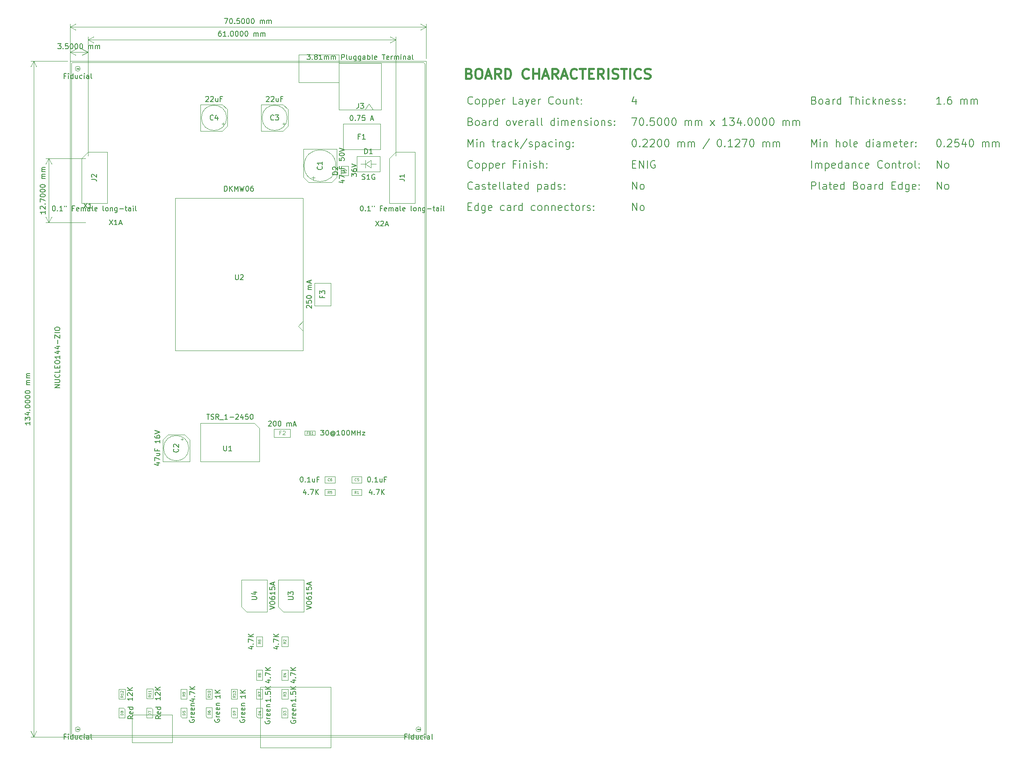
<source format=gbr>
%TF.GenerationSoftware,KiCad,Pcbnew,(6.0.7-1)-1*%
%TF.CreationDate,2022-08-23T12:39:42-05:00*%
%TF.ProjectId,NR1B-Power,4e523142-2d50-46f7-9765-722e6b696361,rev?*%
%TF.SameCoordinates,Original*%
%TF.FileFunction,AssemblyDrawing,Top*%
%FSLAX46Y46*%
G04 Gerber Fmt 4.6, Leading zero omitted, Abs format (unit mm)*
G04 Created by KiCad (PCBNEW (6.0.7-1)-1) date 2022-08-23 12:39:42*
%MOMM*%
%LPD*%
G01*
G04 APERTURE LIST*
%TA.AperFunction,Profile*%
%ADD10C,0.100000*%
%TD*%
%ADD11C,0.200000*%
%ADD12C,0.150000*%
%ADD13C,0.400000*%
%ADD14C,0.100000*%
%ADD15C,0.080000*%
%ADD16C,0.120000*%
%ADD17C,0.040000*%
G04 APERTURE END LIST*
D10*
X159500000Y-80000000D02*
X230000000Y-80000000D01*
X230000000Y-214000000D02*
X159500000Y-214000000D01*
X230000000Y-80000000D02*
X230000000Y-214000000D01*
X159500000Y-214000000D02*
X159500000Y-80000000D01*
D11*
X306394285Y-101213571D02*
X306394285Y-99713571D01*
X307108571Y-101213571D02*
X307108571Y-100213571D01*
X307108571Y-100356428D02*
X307180000Y-100285000D01*
X307322857Y-100213571D01*
X307537143Y-100213571D01*
X307680000Y-100285000D01*
X307751428Y-100427857D01*
X307751428Y-101213571D01*
X307751428Y-100427857D02*
X307822857Y-100285000D01*
X307965714Y-100213571D01*
X308180000Y-100213571D01*
X308322857Y-100285000D01*
X308394285Y-100427857D01*
X308394285Y-101213571D01*
X309108571Y-100213571D02*
X309108571Y-101713571D01*
X309108571Y-100285000D02*
X309251428Y-100213571D01*
X309537143Y-100213571D01*
X309680000Y-100285000D01*
X309751428Y-100356428D01*
X309822857Y-100499285D01*
X309822857Y-100927857D01*
X309751428Y-101070714D01*
X309680000Y-101142142D01*
X309537143Y-101213571D01*
X309251428Y-101213571D01*
X309108571Y-101142142D01*
X311037143Y-101142142D02*
X310894285Y-101213571D01*
X310608571Y-101213571D01*
X310465714Y-101142142D01*
X310394285Y-100999285D01*
X310394285Y-100427857D01*
X310465714Y-100285000D01*
X310608571Y-100213571D01*
X310894285Y-100213571D01*
X311037143Y-100285000D01*
X311108571Y-100427857D01*
X311108571Y-100570714D01*
X310394285Y-100713571D01*
X312394285Y-101213571D02*
X312394285Y-99713571D01*
X312394285Y-101142142D02*
X312251428Y-101213571D01*
X311965714Y-101213571D01*
X311822857Y-101142142D01*
X311751428Y-101070714D01*
X311680000Y-100927857D01*
X311680000Y-100499285D01*
X311751428Y-100356428D01*
X311822857Y-100285000D01*
X311965714Y-100213571D01*
X312251428Y-100213571D01*
X312394285Y-100285000D01*
X313751428Y-101213571D02*
X313751428Y-100427857D01*
X313680000Y-100285000D01*
X313537143Y-100213571D01*
X313251428Y-100213571D01*
X313108571Y-100285000D01*
X313751428Y-101142142D02*
X313608571Y-101213571D01*
X313251428Y-101213571D01*
X313108571Y-101142142D01*
X313037143Y-100999285D01*
X313037143Y-100856428D01*
X313108571Y-100713571D01*
X313251428Y-100642142D01*
X313608571Y-100642142D01*
X313751428Y-100570714D01*
X314465714Y-100213571D02*
X314465714Y-101213571D01*
X314465714Y-100356428D02*
X314537143Y-100285000D01*
X314680000Y-100213571D01*
X314894285Y-100213571D01*
X315037143Y-100285000D01*
X315108571Y-100427857D01*
X315108571Y-101213571D01*
X316465714Y-101142142D02*
X316322857Y-101213571D01*
X316037143Y-101213571D01*
X315894285Y-101142142D01*
X315822857Y-101070714D01*
X315751428Y-100927857D01*
X315751428Y-100499285D01*
X315822857Y-100356428D01*
X315894285Y-100285000D01*
X316037143Y-100213571D01*
X316322857Y-100213571D01*
X316465714Y-100285000D01*
X317680000Y-101142142D02*
X317537143Y-101213571D01*
X317251428Y-101213571D01*
X317108571Y-101142142D01*
X317037143Y-100999285D01*
X317037143Y-100427857D01*
X317108571Y-100285000D01*
X317251428Y-100213571D01*
X317537143Y-100213571D01*
X317680000Y-100285000D01*
X317751428Y-100427857D01*
X317751428Y-100570714D01*
X317037143Y-100713571D01*
X320394285Y-101070714D02*
X320322857Y-101142142D01*
X320108571Y-101213571D01*
X319965714Y-101213571D01*
X319751428Y-101142142D01*
X319608571Y-100999285D01*
X319537143Y-100856428D01*
X319465714Y-100570714D01*
X319465714Y-100356428D01*
X319537143Y-100070714D01*
X319608571Y-99927857D01*
X319751428Y-99785000D01*
X319965714Y-99713571D01*
X320108571Y-99713571D01*
X320322857Y-99785000D01*
X320394285Y-99856428D01*
X321251428Y-101213571D02*
X321108571Y-101142142D01*
X321037143Y-101070714D01*
X320965714Y-100927857D01*
X320965714Y-100499285D01*
X321037143Y-100356428D01*
X321108571Y-100285000D01*
X321251428Y-100213571D01*
X321465714Y-100213571D01*
X321608571Y-100285000D01*
X321680000Y-100356428D01*
X321751428Y-100499285D01*
X321751428Y-100927857D01*
X321680000Y-101070714D01*
X321608571Y-101142142D01*
X321465714Y-101213571D01*
X321251428Y-101213571D01*
X322394285Y-100213571D02*
X322394285Y-101213571D01*
X322394285Y-100356428D02*
X322465714Y-100285000D01*
X322608571Y-100213571D01*
X322822857Y-100213571D01*
X322965714Y-100285000D01*
X323037143Y-100427857D01*
X323037143Y-101213571D01*
X323537143Y-100213571D02*
X324108571Y-100213571D01*
X323751428Y-99713571D02*
X323751428Y-100999285D01*
X323822857Y-101142142D01*
X323965714Y-101213571D01*
X324108571Y-101213571D01*
X324608571Y-101213571D02*
X324608571Y-100213571D01*
X324608571Y-100499285D02*
X324680000Y-100356428D01*
X324751428Y-100285000D01*
X324894285Y-100213571D01*
X325037143Y-100213571D01*
X325751428Y-101213571D02*
X325608571Y-101142142D01*
X325537143Y-101070714D01*
X325465714Y-100927857D01*
X325465714Y-100499285D01*
X325537143Y-100356428D01*
X325608571Y-100285000D01*
X325751428Y-100213571D01*
X325965714Y-100213571D01*
X326108571Y-100285000D01*
X326180000Y-100356428D01*
X326251428Y-100499285D01*
X326251428Y-100927857D01*
X326180000Y-101070714D01*
X326108571Y-101142142D01*
X325965714Y-101213571D01*
X325751428Y-101213571D01*
X327108571Y-101213571D02*
X326965714Y-101142142D01*
X326894285Y-100999285D01*
X326894285Y-99713571D01*
X327680000Y-101070714D02*
X327751428Y-101142142D01*
X327680000Y-101213571D01*
X327608571Y-101142142D01*
X327680000Y-101070714D01*
X327680000Y-101213571D01*
X327680000Y-100285000D02*
X327751428Y-100356428D01*
X327680000Y-100427857D01*
X327608571Y-100356428D01*
X327680000Y-100285000D01*
X327680000Y-100427857D01*
X270908571Y-109643571D02*
X270908571Y-108143571D01*
X271765714Y-109643571D01*
X271765714Y-108143571D01*
X272694286Y-109643571D02*
X272551429Y-109572142D01*
X272480000Y-109500714D01*
X272408571Y-109357857D01*
X272408571Y-108929285D01*
X272480000Y-108786428D01*
X272551429Y-108715000D01*
X272694286Y-108643571D01*
X272908571Y-108643571D01*
X273051429Y-108715000D01*
X273122857Y-108786428D01*
X273194286Y-108929285D01*
X273194286Y-109357857D01*
X273122857Y-109500714D01*
X273051429Y-109572142D01*
X272908571Y-109643571D01*
X272694286Y-109643571D01*
X239208571Y-88425714D02*
X239137143Y-88497142D01*
X238922857Y-88568571D01*
X238780000Y-88568571D01*
X238565714Y-88497142D01*
X238422857Y-88354285D01*
X238351428Y-88211428D01*
X238280000Y-87925714D01*
X238280000Y-87711428D01*
X238351428Y-87425714D01*
X238422857Y-87282857D01*
X238565714Y-87140000D01*
X238780000Y-87068571D01*
X238922857Y-87068571D01*
X239137143Y-87140000D01*
X239208571Y-87211428D01*
X240065714Y-88568571D02*
X239922857Y-88497142D01*
X239851428Y-88425714D01*
X239780000Y-88282857D01*
X239780000Y-87854285D01*
X239851428Y-87711428D01*
X239922857Y-87640000D01*
X240065714Y-87568571D01*
X240280000Y-87568571D01*
X240422857Y-87640000D01*
X240494286Y-87711428D01*
X240565714Y-87854285D01*
X240565714Y-88282857D01*
X240494286Y-88425714D01*
X240422857Y-88497142D01*
X240280000Y-88568571D01*
X240065714Y-88568571D01*
X241208571Y-87568571D02*
X241208571Y-89068571D01*
X241208571Y-87640000D02*
X241351428Y-87568571D01*
X241637143Y-87568571D01*
X241780000Y-87640000D01*
X241851428Y-87711428D01*
X241922857Y-87854285D01*
X241922857Y-88282857D01*
X241851428Y-88425714D01*
X241780000Y-88497142D01*
X241637143Y-88568571D01*
X241351428Y-88568571D01*
X241208571Y-88497142D01*
X242565714Y-87568571D02*
X242565714Y-89068571D01*
X242565714Y-87640000D02*
X242708571Y-87568571D01*
X242994286Y-87568571D01*
X243137143Y-87640000D01*
X243208571Y-87711428D01*
X243280000Y-87854285D01*
X243280000Y-88282857D01*
X243208571Y-88425714D01*
X243137143Y-88497142D01*
X242994286Y-88568571D01*
X242708571Y-88568571D01*
X242565714Y-88497142D01*
X244494286Y-88497142D02*
X244351428Y-88568571D01*
X244065714Y-88568571D01*
X243922857Y-88497142D01*
X243851428Y-88354285D01*
X243851428Y-87782857D01*
X243922857Y-87640000D01*
X244065714Y-87568571D01*
X244351428Y-87568571D01*
X244494286Y-87640000D01*
X244565714Y-87782857D01*
X244565714Y-87925714D01*
X243851428Y-88068571D01*
X245208571Y-88568571D02*
X245208571Y-87568571D01*
X245208571Y-87854285D02*
X245280000Y-87711428D01*
X245351428Y-87640000D01*
X245494286Y-87568571D01*
X245637143Y-87568571D01*
X247994286Y-88568571D02*
X247280000Y-88568571D01*
X247280000Y-87068571D01*
X249137143Y-88568571D02*
X249137143Y-87782857D01*
X249065714Y-87640000D01*
X248922857Y-87568571D01*
X248637143Y-87568571D01*
X248494286Y-87640000D01*
X249137143Y-88497142D02*
X248994286Y-88568571D01*
X248637143Y-88568571D01*
X248494286Y-88497142D01*
X248422857Y-88354285D01*
X248422857Y-88211428D01*
X248494286Y-88068571D01*
X248637143Y-87997142D01*
X248994286Y-87997142D01*
X249137143Y-87925714D01*
X249708571Y-87568571D02*
X250065714Y-88568571D01*
X250422857Y-87568571D02*
X250065714Y-88568571D01*
X249922857Y-88925714D01*
X249851428Y-88997142D01*
X249708571Y-89068571D01*
X251565714Y-88497142D02*
X251422857Y-88568571D01*
X251137143Y-88568571D01*
X250994286Y-88497142D01*
X250922857Y-88354285D01*
X250922857Y-87782857D01*
X250994286Y-87640000D01*
X251137143Y-87568571D01*
X251422857Y-87568571D01*
X251565714Y-87640000D01*
X251637143Y-87782857D01*
X251637143Y-87925714D01*
X250922857Y-88068571D01*
X252280000Y-88568571D02*
X252280000Y-87568571D01*
X252280000Y-87854285D02*
X252351428Y-87711428D01*
X252422857Y-87640000D01*
X252565714Y-87568571D01*
X252708571Y-87568571D01*
X255208571Y-88425714D02*
X255137143Y-88497142D01*
X254922857Y-88568571D01*
X254780000Y-88568571D01*
X254565714Y-88497142D01*
X254422857Y-88354285D01*
X254351428Y-88211428D01*
X254280000Y-87925714D01*
X254280000Y-87711428D01*
X254351428Y-87425714D01*
X254422857Y-87282857D01*
X254565714Y-87140000D01*
X254780000Y-87068571D01*
X254922857Y-87068571D01*
X255137143Y-87140000D01*
X255208571Y-87211428D01*
X256065714Y-88568571D02*
X255922857Y-88497142D01*
X255851428Y-88425714D01*
X255780000Y-88282857D01*
X255780000Y-87854285D01*
X255851428Y-87711428D01*
X255922857Y-87640000D01*
X256065714Y-87568571D01*
X256280000Y-87568571D01*
X256422857Y-87640000D01*
X256494286Y-87711428D01*
X256565714Y-87854285D01*
X256565714Y-88282857D01*
X256494286Y-88425714D01*
X256422857Y-88497142D01*
X256280000Y-88568571D01*
X256065714Y-88568571D01*
X257851428Y-87568571D02*
X257851428Y-88568571D01*
X257208571Y-87568571D02*
X257208571Y-88354285D01*
X257280000Y-88497142D01*
X257422857Y-88568571D01*
X257637143Y-88568571D01*
X257780000Y-88497142D01*
X257851428Y-88425714D01*
X258565714Y-87568571D02*
X258565714Y-88568571D01*
X258565714Y-87711428D02*
X258637143Y-87640000D01*
X258780000Y-87568571D01*
X258994286Y-87568571D01*
X259137143Y-87640000D01*
X259208571Y-87782857D01*
X259208571Y-88568571D01*
X259708571Y-87568571D02*
X260280000Y-87568571D01*
X259922857Y-87068571D02*
X259922857Y-88354285D01*
X259994286Y-88497142D01*
X260137143Y-88568571D01*
X260280000Y-88568571D01*
X260780000Y-88425714D02*
X260851428Y-88497142D01*
X260780000Y-88568571D01*
X260708571Y-88497142D01*
X260780000Y-88425714D01*
X260780000Y-88568571D01*
X260780000Y-87640000D02*
X260851428Y-87711428D01*
X260780000Y-87782857D01*
X260708571Y-87711428D01*
X260780000Y-87640000D01*
X260780000Y-87782857D01*
X306894285Y-87782857D02*
X307108571Y-87854285D01*
X307180000Y-87925714D01*
X307251428Y-88068571D01*
X307251428Y-88282857D01*
X307180000Y-88425714D01*
X307108571Y-88497142D01*
X306965714Y-88568571D01*
X306394285Y-88568571D01*
X306394285Y-87068571D01*
X306894285Y-87068571D01*
X307037143Y-87140000D01*
X307108571Y-87211428D01*
X307180000Y-87354285D01*
X307180000Y-87497142D01*
X307108571Y-87640000D01*
X307037143Y-87711428D01*
X306894285Y-87782857D01*
X306394285Y-87782857D01*
X308108571Y-88568571D02*
X307965714Y-88497142D01*
X307894285Y-88425714D01*
X307822857Y-88282857D01*
X307822857Y-87854285D01*
X307894285Y-87711428D01*
X307965714Y-87640000D01*
X308108571Y-87568571D01*
X308322857Y-87568571D01*
X308465714Y-87640000D01*
X308537143Y-87711428D01*
X308608571Y-87854285D01*
X308608571Y-88282857D01*
X308537143Y-88425714D01*
X308465714Y-88497142D01*
X308322857Y-88568571D01*
X308108571Y-88568571D01*
X309894285Y-88568571D02*
X309894285Y-87782857D01*
X309822857Y-87640000D01*
X309680000Y-87568571D01*
X309394285Y-87568571D01*
X309251428Y-87640000D01*
X309894285Y-88497142D02*
X309751428Y-88568571D01*
X309394285Y-88568571D01*
X309251428Y-88497142D01*
X309180000Y-88354285D01*
X309180000Y-88211428D01*
X309251428Y-88068571D01*
X309394285Y-87997142D01*
X309751428Y-87997142D01*
X309894285Y-87925714D01*
X310608571Y-88568571D02*
X310608571Y-87568571D01*
X310608571Y-87854285D02*
X310680000Y-87711428D01*
X310751428Y-87640000D01*
X310894285Y-87568571D01*
X311037143Y-87568571D01*
X312180000Y-88568571D02*
X312180000Y-87068571D01*
X312180000Y-88497142D02*
X312037143Y-88568571D01*
X311751428Y-88568571D01*
X311608571Y-88497142D01*
X311537143Y-88425714D01*
X311465714Y-88282857D01*
X311465714Y-87854285D01*
X311537143Y-87711428D01*
X311608571Y-87640000D01*
X311751428Y-87568571D01*
X312037143Y-87568571D01*
X312180000Y-87640000D01*
X313822857Y-87068571D02*
X314680000Y-87068571D01*
X314251428Y-88568571D02*
X314251428Y-87068571D01*
X315180000Y-88568571D02*
X315180000Y-87068571D01*
X315822857Y-88568571D02*
X315822857Y-87782857D01*
X315751428Y-87640000D01*
X315608571Y-87568571D01*
X315394285Y-87568571D01*
X315251428Y-87640000D01*
X315180000Y-87711428D01*
X316537143Y-88568571D02*
X316537143Y-87568571D01*
X316537143Y-87068571D02*
X316465714Y-87140000D01*
X316537143Y-87211428D01*
X316608571Y-87140000D01*
X316537143Y-87068571D01*
X316537143Y-87211428D01*
X317894285Y-88497142D02*
X317751428Y-88568571D01*
X317465714Y-88568571D01*
X317322857Y-88497142D01*
X317251428Y-88425714D01*
X317180000Y-88282857D01*
X317180000Y-87854285D01*
X317251428Y-87711428D01*
X317322857Y-87640000D01*
X317465714Y-87568571D01*
X317751428Y-87568571D01*
X317894285Y-87640000D01*
X318537143Y-88568571D02*
X318537143Y-87068571D01*
X318680000Y-87997142D02*
X319108571Y-88568571D01*
X319108571Y-87568571D02*
X318537143Y-88140000D01*
X319751428Y-87568571D02*
X319751428Y-88568571D01*
X319751428Y-87711428D02*
X319822857Y-87640000D01*
X319965714Y-87568571D01*
X320180000Y-87568571D01*
X320322857Y-87640000D01*
X320394285Y-87782857D01*
X320394285Y-88568571D01*
X321680000Y-88497142D02*
X321537143Y-88568571D01*
X321251428Y-88568571D01*
X321108571Y-88497142D01*
X321037143Y-88354285D01*
X321037143Y-87782857D01*
X321108571Y-87640000D01*
X321251428Y-87568571D01*
X321537143Y-87568571D01*
X321680000Y-87640000D01*
X321751428Y-87782857D01*
X321751428Y-87925714D01*
X321037143Y-88068571D01*
X322322857Y-88497142D02*
X322465714Y-88568571D01*
X322751428Y-88568571D01*
X322894285Y-88497142D01*
X322965714Y-88354285D01*
X322965714Y-88282857D01*
X322894285Y-88140000D01*
X322751428Y-88068571D01*
X322537143Y-88068571D01*
X322394285Y-87997142D01*
X322322857Y-87854285D01*
X322322857Y-87782857D01*
X322394285Y-87640000D01*
X322537143Y-87568571D01*
X322751428Y-87568571D01*
X322894285Y-87640000D01*
X323537143Y-88497142D02*
X323680000Y-88568571D01*
X323965714Y-88568571D01*
X324108571Y-88497142D01*
X324180000Y-88354285D01*
X324180000Y-88282857D01*
X324108571Y-88140000D01*
X323965714Y-88068571D01*
X323751428Y-88068571D01*
X323608571Y-87997142D01*
X323537143Y-87854285D01*
X323537143Y-87782857D01*
X323608571Y-87640000D01*
X323751428Y-87568571D01*
X323965714Y-87568571D01*
X324108571Y-87640000D01*
X324822857Y-88425714D02*
X324894285Y-88497142D01*
X324822857Y-88568571D01*
X324751428Y-88497142D01*
X324822857Y-88425714D01*
X324822857Y-88568571D01*
X324822857Y-87640000D02*
X324894285Y-87711428D01*
X324822857Y-87782857D01*
X324751428Y-87711428D01*
X324822857Y-87640000D01*
X324822857Y-87782857D01*
X239208571Y-101070714D02*
X239137143Y-101142142D01*
X238922857Y-101213571D01*
X238780000Y-101213571D01*
X238565714Y-101142142D01*
X238422857Y-100999285D01*
X238351428Y-100856428D01*
X238280000Y-100570714D01*
X238280000Y-100356428D01*
X238351428Y-100070714D01*
X238422857Y-99927857D01*
X238565714Y-99785000D01*
X238780000Y-99713571D01*
X238922857Y-99713571D01*
X239137143Y-99785000D01*
X239208571Y-99856428D01*
X240065714Y-101213571D02*
X239922857Y-101142142D01*
X239851428Y-101070714D01*
X239780000Y-100927857D01*
X239780000Y-100499285D01*
X239851428Y-100356428D01*
X239922857Y-100285000D01*
X240065714Y-100213571D01*
X240280000Y-100213571D01*
X240422857Y-100285000D01*
X240494286Y-100356428D01*
X240565714Y-100499285D01*
X240565714Y-100927857D01*
X240494286Y-101070714D01*
X240422857Y-101142142D01*
X240280000Y-101213571D01*
X240065714Y-101213571D01*
X241208571Y-100213571D02*
X241208571Y-101713571D01*
X241208571Y-100285000D02*
X241351428Y-100213571D01*
X241637143Y-100213571D01*
X241780000Y-100285000D01*
X241851428Y-100356428D01*
X241922857Y-100499285D01*
X241922857Y-100927857D01*
X241851428Y-101070714D01*
X241780000Y-101142142D01*
X241637143Y-101213571D01*
X241351428Y-101213571D01*
X241208571Y-101142142D01*
X242565714Y-100213571D02*
X242565714Y-101713571D01*
X242565714Y-100285000D02*
X242708571Y-100213571D01*
X242994286Y-100213571D01*
X243137143Y-100285000D01*
X243208571Y-100356428D01*
X243280000Y-100499285D01*
X243280000Y-100927857D01*
X243208571Y-101070714D01*
X243137143Y-101142142D01*
X242994286Y-101213571D01*
X242708571Y-101213571D01*
X242565714Y-101142142D01*
X244494286Y-101142142D02*
X244351428Y-101213571D01*
X244065714Y-101213571D01*
X243922857Y-101142142D01*
X243851428Y-100999285D01*
X243851428Y-100427857D01*
X243922857Y-100285000D01*
X244065714Y-100213571D01*
X244351428Y-100213571D01*
X244494286Y-100285000D01*
X244565714Y-100427857D01*
X244565714Y-100570714D01*
X243851428Y-100713571D01*
X245208571Y-101213571D02*
X245208571Y-100213571D01*
X245208571Y-100499285D02*
X245280000Y-100356428D01*
X245351428Y-100285000D01*
X245494286Y-100213571D01*
X245637143Y-100213571D01*
X247780000Y-100427857D02*
X247280000Y-100427857D01*
X247280000Y-101213571D02*
X247280000Y-99713571D01*
X247994286Y-99713571D01*
X248565714Y-101213571D02*
X248565714Y-100213571D01*
X248565714Y-99713571D02*
X248494286Y-99785000D01*
X248565714Y-99856428D01*
X248637143Y-99785000D01*
X248565714Y-99713571D01*
X248565714Y-99856428D01*
X249280000Y-100213571D02*
X249280000Y-101213571D01*
X249280000Y-100356428D02*
X249351428Y-100285000D01*
X249494286Y-100213571D01*
X249708571Y-100213571D01*
X249851428Y-100285000D01*
X249922857Y-100427857D01*
X249922857Y-101213571D01*
X250637143Y-101213571D02*
X250637143Y-100213571D01*
X250637143Y-99713571D02*
X250565714Y-99785000D01*
X250637143Y-99856428D01*
X250708571Y-99785000D01*
X250637143Y-99713571D01*
X250637143Y-99856428D01*
X251280000Y-101142142D02*
X251422857Y-101213571D01*
X251708571Y-101213571D01*
X251851428Y-101142142D01*
X251922857Y-100999285D01*
X251922857Y-100927857D01*
X251851428Y-100785000D01*
X251708571Y-100713571D01*
X251494286Y-100713571D01*
X251351428Y-100642142D01*
X251280000Y-100499285D01*
X251280000Y-100427857D01*
X251351428Y-100285000D01*
X251494286Y-100213571D01*
X251708571Y-100213571D01*
X251851428Y-100285000D01*
X252565714Y-101213571D02*
X252565714Y-99713571D01*
X253208571Y-101213571D02*
X253208571Y-100427857D01*
X253137143Y-100285000D01*
X252994286Y-100213571D01*
X252780000Y-100213571D01*
X252637143Y-100285000D01*
X252565714Y-100356428D01*
X253922857Y-101070714D02*
X253994286Y-101142142D01*
X253922857Y-101213571D01*
X253851428Y-101142142D01*
X253922857Y-101070714D01*
X253922857Y-101213571D01*
X253922857Y-100285000D02*
X253994286Y-100356428D01*
X253922857Y-100427857D01*
X253851428Y-100356428D01*
X253922857Y-100285000D01*
X253922857Y-100427857D01*
D12*
X220011904Y-111702380D02*
X220678571Y-112702380D01*
X220678571Y-111702380D02*
X220011904Y-112702380D01*
X221011904Y-111797619D02*
X221059523Y-111750000D01*
X221154761Y-111702380D01*
X221392857Y-111702380D01*
X221488095Y-111750000D01*
X221535714Y-111797619D01*
X221583333Y-111892857D01*
X221583333Y-111988095D01*
X221535714Y-112130952D01*
X220964285Y-112702380D01*
X221583333Y-112702380D01*
X221964285Y-112416666D02*
X222440476Y-112416666D01*
X221869047Y-112702380D02*
X222202380Y-111702380D01*
X222535714Y-112702380D01*
D11*
X306394285Y-105428571D02*
X306394285Y-103928571D01*
X306965714Y-103928571D01*
X307108571Y-104000000D01*
X307180000Y-104071428D01*
X307251428Y-104214285D01*
X307251428Y-104428571D01*
X307180000Y-104571428D01*
X307108571Y-104642857D01*
X306965714Y-104714285D01*
X306394285Y-104714285D01*
X308108571Y-105428571D02*
X307965714Y-105357142D01*
X307894285Y-105214285D01*
X307894285Y-103928571D01*
X309322857Y-105428571D02*
X309322857Y-104642857D01*
X309251428Y-104500000D01*
X309108571Y-104428571D01*
X308822857Y-104428571D01*
X308680000Y-104500000D01*
X309322857Y-105357142D02*
X309180000Y-105428571D01*
X308822857Y-105428571D01*
X308680000Y-105357142D01*
X308608571Y-105214285D01*
X308608571Y-105071428D01*
X308680000Y-104928571D01*
X308822857Y-104857142D01*
X309180000Y-104857142D01*
X309322857Y-104785714D01*
X309822857Y-104428571D02*
X310394285Y-104428571D01*
X310037143Y-103928571D02*
X310037143Y-105214285D01*
X310108571Y-105357142D01*
X310251428Y-105428571D01*
X310394285Y-105428571D01*
X311465714Y-105357142D02*
X311322857Y-105428571D01*
X311037143Y-105428571D01*
X310894285Y-105357142D01*
X310822857Y-105214285D01*
X310822857Y-104642857D01*
X310894285Y-104500000D01*
X311037143Y-104428571D01*
X311322857Y-104428571D01*
X311465714Y-104500000D01*
X311537143Y-104642857D01*
X311537143Y-104785714D01*
X310822857Y-104928571D01*
X312822857Y-105428571D02*
X312822857Y-103928571D01*
X312822857Y-105357142D02*
X312680000Y-105428571D01*
X312394285Y-105428571D01*
X312251428Y-105357142D01*
X312180000Y-105285714D01*
X312108571Y-105142857D01*
X312108571Y-104714285D01*
X312180000Y-104571428D01*
X312251428Y-104500000D01*
X312394285Y-104428571D01*
X312680000Y-104428571D01*
X312822857Y-104500000D01*
X315180000Y-104642857D02*
X315394285Y-104714285D01*
X315465714Y-104785714D01*
X315537143Y-104928571D01*
X315537143Y-105142857D01*
X315465714Y-105285714D01*
X315394285Y-105357142D01*
X315251428Y-105428571D01*
X314680000Y-105428571D01*
X314680000Y-103928571D01*
X315180000Y-103928571D01*
X315322857Y-104000000D01*
X315394285Y-104071428D01*
X315465714Y-104214285D01*
X315465714Y-104357142D01*
X315394285Y-104500000D01*
X315322857Y-104571428D01*
X315180000Y-104642857D01*
X314680000Y-104642857D01*
X316394285Y-105428571D02*
X316251428Y-105357142D01*
X316180000Y-105285714D01*
X316108571Y-105142857D01*
X316108571Y-104714285D01*
X316180000Y-104571428D01*
X316251428Y-104500000D01*
X316394285Y-104428571D01*
X316608571Y-104428571D01*
X316751428Y-104500000D01*
X316822857Y-104571428D01*
X316894285Y-104714285D01*
X316894285Y-105142857D01*
X316822857Y-105285714D01*
X316751428Y-105357142D01*
X316608571Y-105428571D01*
X316394285Y-105428571D01*
X318180000Y-105428571D02*
X318180000Y-104642857D01*
X318108571Y-104500000D01*
X317965714Y-104428571D01*
X317680000Y-104428571D01*
X317537143Y-104500000D01*
X318180000Y-105357142D02*
X318037143Y-105428571D01*
X317680000Y-105428571D01*
X317537143Y-105357142D01*
X317465714Y-105214285D01*
X317465714Y-105071428D01*
X317537143Y-104928571D01*
X317680000Y-104857142D01*
X318037143Y-104857142D01*
X318180000Y-104785714D01*
X318894285Y-105428571D02*
X318894285Y-104428571D01*
X318894285Y-104714285D02*
X318965714Y-104571428D01*
X319037143Y-104500000D01*
X319180000Y-104428571D01*
X319322857Y-104428571D01*
X320465714Y-105428571D02*
X320465714Y-103928571D01*
X320465714Y-105357142D02*
X320322857Y-105428571D01*
X320037143Y-105428571D01*
X319894285Y-105357142D01*
X319822857Y-105285714D01*
X319751428Y-105142857D01*
X319751428Y-104714285D01*
X319822857Y-104571428D01*
X319894285Y-104500000D01*
X320037143Y-104428571D01*
X320322857Y-104428571D01*
X320465714Y-104500000D01*
X322322857Y-104642857D02*
X322822857Y-104642857D01*
X323037143Y-105428571D02*
X322322857Y-105428571D01*
X322322857Y-103928571D01*
X323037143Y-103928571D01*
X324322857Y-105428571D02*
X324322857Y-103928571D01*
X324322857Y-105357142D02*
X324180000Y-105428571D01*
X323894285Y-105428571D01*
X323751428Y-105357142D01*
X323680000Y-105285714D01*
X323608571Y-105142857D01*
X323608571Y-104714285D01*
X323680000Y-104571428D01*
X323751428Y-104500000D01*
X323894285Y-104428571D01*
X324180000Y-104428571D01*
X324322857Y-104500000D01*
X325680000Y-104428571D02*
X325680000Y-105642857D01*
X325608571Y-105785714D01*
X325537143Y-105857142D01*
X325394285Y-105928571D01*
X325180000Y-105928571D01*
X325037143Y-105857142D01*
X325680000Y-105357142D02*
X325537143Y-105428571D01*
X325251428Y-105428571D01*
X325108571Y-105357142D01*
X325037143Y-105285714D01*
X324965714Y-105142857D01*
X324965714Y-104714285D01*
X325037143Y-104571428D01*
X325108571Y-104500000D01*
X325251428Y-104428571D01*
X325537143Y-104428571D01*
X325680000Y-104500000D01*
X326965714Y-105357142D02*
X326822857Y-105428571D01*
X326537143Y-105428571D01*
X326394285Y-105357142D01*
X326322857Y-105214285D01*
X326322857Y-104642857D01*
X326394285Y-104500000D01*
X326537143Y-104428571D01*
X326822857Y-104428571D01*
X326965714Y-104500000D01*
X327037143Y-104642857D01*
X327037143Y-104785714D01*
X326322857Y-104928571D01*
X327680000Y-105285714D02*
X327751428Y-105357142D01*
X327680000Y-105428571D01*
X327608571Y-105357142D01*
X327680000Y-105285714D01*
X327680000Y-105428571D01*
X327680000Y-104500000D02*
X327751428Y-104571428D01*
X327680000Y-104642857D01*
X327608571Y-104571428D01*
X327680000Y-104500000D01*
X327680000Y-104642857D01*
X238851428Y-91997857D02*
X239065714Y-92069285D01*
X239137143Y-92140714D01*
X239208571Y-92283571D01*
X239208571Y-92497857D01*
X239137143Y-92640714D01*
X239065714Y-92712142D01*
X238922857Y-92783571D01*
X238351428Y-92783571D01*
X238351428Y-91283571D01*
X238851428Y-91283571D01*
X238994286Y-91355000D01*
X239065714Y-91426428D01*
X239137143Y-91569285D01*
X239137143Y-91712142D01*
X239065714Y-91855000D01*
X238994286Y-91926428D01*
X238851428Y-91997857D01*
X238351428Y-91997857D01*
X240065714Y-92783571D02*
X239922857Y-92712142D01*
X239851428Y-92640714D01*
X239780000Y-92497857D01*
X239780000Y-92069285D01*
X239851428Y-91926428D01*
X239922857Y-91855000D01*
X240065714Y-91783571D01*
X240280000Y-91783571D01*
X240422857Y-91855000D01*
X240494286Y-91926428D01*
X240565714Y-92069285D01*
X240565714Y-92497857D01*
X240494286Y-92640714D01*
X240422857Y-92712142D01*
X240280000Y-92783571D01*
X240065714Y-92783571D01*
X241851428Y-92783571D02*
X241851428Y-91997857D01*
X241780000Y-91855000D01*
X241637143Y-91783571D01*
X241351428Y-91783571D01*
X241208571Y-91855000D01*
X241851428Y-92712142D02*
X241708571Y-92783571D01*
X241351428Y-92783571D01*
X241208571Y-92712142D01*
X241137143Y-92569285D01*
X241137143Y-92426428D01*
X241208571Y-92283571D01*
X241351428Y-92212142D01*
X241708571Y-92212142D01*
X241851428Y-92140714D01*
X242565714Y-92783571D02*
X242565714Y-91783571D01*
X242565714Y-92069285D02*
X242637143Y-91926428D01*
X242708571Y-91855000D01*
X242851428Y-91783571D01*
X242994286Y-91783571D01*
X244137143Y-92783571D02*
X244137143Y-91283571D01*
X244137143Y-92712142D02*
X243994286Y-92783571D01*
X243708571Y-92783571D01*
X243565714Y-92712142D01*
X243494286Y-92640714D01*
X243422857Y-92497857D01*
X243422857Y-92069285D01*
X243494286Y-91926428D01*
X243565714Y-91855000D01*
X243708571Y-91783571D01*
X243994286Y-91783571D01*
X244137143Y-91855000D01*
X246208571Y-92783571D02*
X246065714Y-92712142D01*
X245994286Y-92640714D01*
X245922857Y-92497857D01*
X245922857Y-92069285D01*
X245994286Y-91926428D01*
X246065714Y-91855000D01*
X246208571Y-91783571D01*
X246422857Y-91783571D01*
X246565714Y-91855000D01*
X246637143Y-91926428D01*
X246708571Y-92069285D01*
X246708571Y-92497857D01*
X246637143Y-92640714D01*
X246565714Y-92712142D01*
X246422857Y-92783571D01*
X246208571Y-92783571D01*
X247208571Y-91783571D02*
X247565714Y-92783571D01*
X247922857Y-91783571D01*
X249065714Y-92712142D02*
X248922857Y-92783571D01*
X248637143Y-92783571D01*
X248494286Y-92712142D01*
X248422857Y-92569285D01*
X248422857Y-91997857D01*
X248494286Y-91855000D01*
X248637143Y-91783571D01*
X248922857Y-91783571D01*
X249065714Y-91855000D01*
X249137143Y-91997857D01*
X249137143Y-92140714D01*
X248422857Y-92283571D01*
X249780000Y-92783571D02*
X249780000Y-91783571D01*
X249780000Y-92069285D02*
X249851428Y-91926428D01*
X249922857Y-91855000D01*
X250065714Y-91783571D01*
X250208571Y-91783571D01*
X251351428Y-92783571D02*
X251351428Y-91997857D01*
X251280000Y-91855000D01*
X251137143Y-91783571D01*
X250851428Y-91783571D01*
X250708571Y-91855000D01*
X251351428Y-92712142D02*
X251208571Y-92783571D01*
X250851428Y-92783571D01*
X250708571Y-92712142D01*
X250637143Y-92569285D01*
X250637143Y-92426428D01*
X250708571Y-92283571D01*
X250851428Y-92212142D01*
X251208571Y-92212142D01*
X251351428Y-92140714D01*
X252280000Y-92783571D02*
X252137143Y-92712142D01*
X252065714Y-92569285D01*
X252065714Y-91283571D01*
X253065714Y-92783571D02*
X252922857Y-92712142D01*
X252851428Y-92569285D01*
X252851428Y-91283571D01*
X255422857Y-92783571D02*
X255422857Y-91283571D01*
X255422857Y-92712142D02*
X255280000Y-92783571D01*
X254994286Y-92783571D01*
X254851428Y-92712142D01*
X254780000Y-92640714D01*
X254708571Y-92497857D01*
X254708571Y-92069285D01*
X254780000Y-91926428D01*
X254851428Y-91855000D01*
X254994286Y-91783571D01*
X255280000Y-91783571D01*
X255422857Y-91855000D01*
X256137143Y-92783571D02*
X256137143Y-91783571D01*
X256137143Y-91283571D02*
X256065714Y-91355000D01*
X256137143Y-91426428D01*
X256208571Y-91355000D01*
X256137143Y-91283571D01*
X256137143Y-91426428D01*
X256851428Y-92783571D02*
X256851428Y-91783571D01*
X256851428Y-91926428D02*
X256922857Y-91855000D01*
X257065714Y-91783571D01*
X257280000Y-91783571D01*
X257422857Y-91855000D01*
X257494286Y-91997857D01*
X257494286Y-92783571D01*
X257494286Y-91997857D02*
X257565714Y-91855000D01*
X257708571Y-91783571D01*
X257922857Y-91783571D01*
X258065714Y-91855000D01*
X258137143Y-91997857D01*
X258137143Y-92783571D01*
X259422857Y-92712142D02*
X259280000Y-92783571D01*
X258994286Y-92783571D01*
X258851428Y-92712142D01*
X258780000Y-92569285D01*
X258780000Y-91997857D01*
X258851428Y-91855000D01*
X258994286Y-91783571D01*
X259280000Y-91783571D01*
X259422857Y-91855000D01*
X259494286Y-91997857D01*
X259494286Y-92140714D01*
X258780000Y-92283571D01*
X260137143Y-91783571D02*
X260137143Y-92783571D01*
X260137143Y-91926428D02*
X260208571Y-91855000D01*
X260351428Y-91783571D01*
X260565714Y-91783571D01*
X260708571Y-91855000D01*
X260780000Y-91997857D01*
X260780000Y-92783571D01*
X261422857Y-92712142D02*
X261565714Y-92783571D01*
X261851428Y-92783571D01*
X261994286Y-92712142D01*
X262065714Y-92569285D01*
X262065714Y-92497857D01*
X261994286Y-92355000D01*
X261851428Y-92283571D01*
X261637143Y-92283571D01*
X261494286Y-92212142D01*
X261422857Y-92069285D01*
X261422857Y-91997857D01*
X261494286Y-91855000D01*
X261637143Y-91783571D01*
X261851428Y-91783571D01*
X261994286Y-91855000D01*
X262708571Y-92783571D02*
X262708571Y-91783571D01*
X262708571Y-91283571D02*
X262637143Y-91355000D01*
X262708571Y-91426428D01*
X262780000Y-91355000D01*
X262708571Y-91283571D01*
X262708571Y-91426428D01*
X263637143Y-92783571D02*
X263494286Y-92712142D01*
X263422857Y-92640714D01*
X263351428Y-92497857D01*
X263351428Y-92069285D01*
X263422857Y-91926428D01*
X263494286Y-91855000D01*
X263637143Y-91783571D01*
X263851428Y-91783571D01*
X263994286Y-91855000D01*
X264065714Y-91926428D01*
X264137143Y-92069285D01*
X264137143Y-92497857D01*
X264065714Y-92640714D01*
X263994286Y-92712142D01*
X263851428Y-92783571D01*
X263637143Y-92783571D01*
X264780000Y-91783571D02*
X264780000Y-92783571D01*
X264780000Y-91926428D02*
X264851428Y-91855000D01*
X264994286Y-91783571D01*
X265208571Y-91783571D01*
X265351428Y-91855000D01*
X265422857Y-91997857D01*
X265422857Y-92783571D01*
X266065714Y-92712142D02*
X266208571Y-92783571D01*
X266494286Y-92783571D01*
X266637143Y-92712142D01*
X266708571Y-92569285D01*
X266708571Y-92497857D01*
X266637143Y-92355000D01*
X266494286Y-92283571D01*
X266280000Y-92283571D01*
X266137143Y-92212142D01*
X266065714Y-92069285D01*
X266065714Y-91997857D01*
X266137143Y-91855000D01*
X266280000Y-91783571D01*
X266494286Y-91783571D01*
X266637143Y-91855000D01*
X267351428Y-92640714D02*
X267422857Y-92712142D01*
X267351428Y-92783571D01*
X267280000Y-92712142D01*
X267351428Y-92640714D01*
X267351428Y-92783571D01*
X267351428Y-91855000D02*
X267422857Y-91926428D01*
X267351428Y-91997857D01*
X267280000Y-91926428D01*
X267351428Y-91855000D01*
X267351428Y-91997857D01*
X331522857Y-95498571D02*
X331665714Y-95498571D01*
X331808571Y-95570000D01*
X331880000Y-95641428D01*
X331951428Y-95784285D01*
X332022857Y-96070000D01*
X332022857Y-96427142D01*
X331951428Y-96712857D01*
X331880000Y-96855714D01*
X331808571Y-96927142D01*
X331665714Y-96998571D01*
X331522857Y-96998571D01*
X331380000Y-96927142D01*
X331308571Y-96855714D01*
X331237142Y-96712857D01*
X331165714Y-96427142D01*
X331165714Y-96070000D01*
X331237142Y-95784285D01*
X331308571Y-95641428D01*
X331380000Y-95570000D01*
X331522857Y-95498571D01*
X332665714Y-96855714D02*
X332737142Y-96927142D01*
X332665714Y-96998571D01*
X332594285Y-96927142D01*
X332665714Y-96855714D01*
X332665714Y-96998571D01*
X333308571Y-95641428D02*
X333380000Y-95570000D01*
X333522857Y-95498571D01*
X333880000Y-95498571D01*
X334022857Y-95570000D01*
X334094285Y-95641428D01*
X334165714Y-95784285D01*
X334165714Y-95927142D01*
X334094285Y-96141428D01*
X333237142Y-96998571D01*
X334165714Y-96998571D01*
X335522857Y-95498571D02*
X334808571Y-95498571D01*
X334737142Y-96212857D01*
X334808571Y-96141428D01*
X334951428Y-96070000D01*
X335308571Y-96070000D01*
X335451428Y-96141428D01*
X335522857Y-96212857D01*
X335594285Y-96355714D01*
X335594285Y-96712857D01*
X335522857Y-96855714D01*
X335451428Y-96927142D01*
X335308571Y-96998571D01*
X334951428Y-96998571D01*
X334808571Y-96927142D01*
X334737142Y-96855714D01*
X336880000Y-95998571D02*
X336880000Y-96998571D01*
X336522857Y-95427142D02*
X336165714Y-96498571D01*
X337094285Y-96498571D01*
X337951428Y-95498571D02*
X338094285Y-95498571D01*
X338237142Y-95570000D01*
X338308571Y-95641428D01*
X338380000Y-95784285D01*
X338451428Y-96070000D01*
X338451428Y-96427142D01*
X338380000Y-96712857D01*
X338308571Y-96855714D01*
X338237142Y-96927142D01*
X338094285Y-96998571D01*
X337951428Y-96998571D01*
X337808571Y-96927142D01*
X337737142Y-96855714D01*
X337665714Y-96712857D01*
X337594285Y-96427142D01*
X337594285Y-96070000D01*
X337665714Y-95784285D01*
X337737142Y-95641428D01*
X337808571Y-95570000D01*
X337951428Y-95498571D01*
X340237142Y-96998571D02*
X340237142Y-95998571D01*
X340237142Y-96141428D02*
X340308571Y-96070000D01*
X340451428Y-95998571D01*
X340665714Y-95998571D01*
X340808571Y-96070000D01*
X340880000Y-96212857D01*
X340880000Y-96998571D01*
X340880000Y-96212857D02*
X340951428Y-96070000D01*
X341094285Y-95998571D01*
X341308571Y-95998571D01*
X341451428Y-96070000D01*
X341522857Y-96212857D01*
X341522857Y-96998571D01*
X342237142Y-96998571D02*
X342237142Y-95998571D01*
X342237142Y-96141428D02*
X342308571Y-96070000D01*
X342451428Y-95998571D01*
X342665714Y-95998571D01*
X342808571Y-96070000D01*
X342880000Y-96212857D01*
X342880000Y-96998571D01*
X342880000Y-96212857D02*
X342951428Y-96070000D01*
X343094285Y-95998571D01*
X343308571Y-95998571D01*
X343451428Y-96070000D01*
X343522857Y-96212857D01*
X343522857Y-96998571D01*
X270908571Y-105428571D02*
X270908571Y-103928571D01*
X271765714Y-105428571D01*
X271765714Y-103928571D01*
X272694286Y-105428571D02*
X272551429Y-105357142D01*
X272480000Y-105285714D01*
X272408571Y-105142857D01*
X272408571Y-104714285D01*
X272480000Y-104571428D01*
X272551429Y-104500000D01*
X272694286Y-104428571D01*
X272908571Y-104428571D01*
X273051429Y-104500000D01*
X273122857Y-104571428D01*
X273194286Y-104714285D01*
X273194286Y-105142857D01*
X273122857Y-105285714D01*
X273051429Y-105357142D01*
X272908571Y-105428571D01*
X272694286Y-105428571D01*
X238351428Y-108857857D02*
X238851428Y-108857857D01*
X239065714Y-109643571D02*
X238351428Y-109643571D01*
X238351428Y-108143571D01*
X239065714Y-108143571D01*
X240351428Y-109643571D02*
X240351428Y-108143571D01*
X240351428Y-109572142D02*
X240208571Y-109643571D01*
X239922857Y-109643571D01*
X239780000Y-109572142D01*
X239708571Y-109500714D01*
X239637143Y-109357857D01*
X239637143Y-108929285D01*
X239708571Y-108786428D01*
X239780000Y-108715000D01*
X239922857Y-108643571D01*
X240208571Y-108643571D01*
X240351428Y-108715000D01*
X241708571Y-108643571D02*
X241708571Y-109857857D01*
X241637143Y-110000714D01*
X241565714Y-110072142D01*
X241422857Y-110143571D01*
X241208571Y-110143571D01*
X241065714Y-110072142D01*
X241708571Y-109572142D02*
X241565714Y-109643571D01*
X241280000Y-109643571D01*
X241137143Y-109572142D01*
X241065714Y-109500714D01*
X240994286Y-109357857D01*
X240994286Y-108929285D01*
X241065714Y-108786428D01*
X241137143Y-108715000D01*
X241280000Y-108643571D01*
X241565714Y-108643571D01*
X241708571Y-108715000D01*
X242994286Y-109572142D02*
X242851428Y-109643571D01*
X242565714Y-109643571D01*
X242422857Y-109572142D01*
X242351428Y-109429285D01*
X242351428Y-108857857D01*
X242422857Y-108715000D01*
X242565714Y-108643571D01*
X242851428Y-108643571D01*
X242994286Y-108715000D01*
X243065714Y-108857857D01*
X243065714Y-109000714D01*
X242351428Y-109143571D01*
X245494286Y-109572142D02*
X245351428Y-109643571D01*
X245065714Y-109643571D01*
X244922857Y-109572142D01*
X244851428Y-109500714D01*
X244780000Y-109357857D01*
X244780000Y-108929285D01*
X244851428Y-108786428D01*
X244922857Y-108715000D01*
X245065714Y-108643571D01*
X245351428Y-108643571D01*
X245494286Y-108715000D01*
X246780000Y-109643571D02*
X246780000Y-108857857D01*
X246708571Y-108715000D01*
X246565714Y-108643571D01*
X246280000Y-108643571D01*
X246137143Y-108715000D01*
X246780000Y-109572142D02*
X246637143Y-109643571D01*
X246280000Y-109643571D01*
X246137143Y-109572142D01*
X246065714Y-109429285D01*
X246065714Y-109286428D01*
X246137143Y-109143571D01*
X246280000Y-109072142D01*
X246637143Y-109072142D01*
X246780000Y-109000714D01*
X247494286Y-109643571D02*
X247494286Y-108643571D01*
X247494286Y-108929285D02*
X247565714Y-108786428D01*
X247637143Y-108715000D01*
X247780000Y-108643571D01*
X247922857Y-108643571D01*
X249065714Y-109643571D02*
X249065714Y-108143571D01*
X249065714Y-109572142D02*
X248922857Y-109643571D01*
X248637143Y-109643571D01*
X248494286Y-109572142D01*
X248422857Y-109500714D01*
X248351428Y-109357857D01*
X248351428Y-108929285D01*
X248422857Y-108786428D01*
X248494286Y-108715000D01*
X248637143Y-108643571D01*
X248922857Y-108643571D01*
X249065714Y-108715000D01*
X251565714Y-109572142D02*
X251422857Y-109643571D01*
X251137143Y-109643571D01*
X250994286Y-109572142D01*
X250922857Y-109500714D01*
X250851428Y-109357857D01*
X250851428Y-108929285D01*
X250922857Y-108786428D01*
X250994286Y-108715000D01*
X251137143Y-108643571D01*
X251422857Y-108643571D01*
X251565714Y-108715000D01*
X252422857Y-109643571D02*
X252280000Y-109572142D01*
X252208571Y-109500714D01*
X252137143Y-109357857D01*
X252137143Y-108929285D01*
X252208571Y-108786428D01*
X252280000Y-108715000D01*
X252422857Y-108643571D01*
X252637143Y-108643571D01*
X252780000Y-108715000D01*
X252851428Y-108786428D01*
X252922857Y-108929285D01*
X252922857Y-109357857D01*
X252851428Y-109500714D01*
X252780000Y-109572142D01*
X252637143Y-109643571D01*
X252422857Y-109643571D01*
X253565714Y-108643571D02*
X253565714Y-109643571D01*
X253565714Y-108786428D02*
X253637143Y-108715000D01*
X253780000Y-108643571D01*
X253994286Y-108643571D01*
X254137143Y-108715000D01*
X254208571Y-108857857D01*
X254208571Y-109643571D01*
X254922857Y-108643571D02*
X254922857Y-109643571D01*
X254922857Y-108786428D02*
X254994286Y-108715000D01*
X255137143Y-108643571D01*
X255351428Y-108643571D01*
X255494286Y-108715000D01*
X255565714Y-108857857D01*
X255565714Y-109643571D01*
X256851428Y-109572142D02*
X256708571Y-109643571D01*
X256422857Y-109643571D01*
X256280000Y-109572142D01*
X256208571Y-109429285D01*
X256208571Y-108857857D01*
X256280000Y-108715000D01*
X256422857Y-108643571D01*
X256708571Y-108643571D01*
X256851428Y-108715000D01*
X256922857Y-108857857D01*
X256922857Y-109000714D01*
X256208571Y-109143571D01*
X258208571Y-109572142D02*
X258065714Y-109643571D01*
X257780000Y-109643571D01*
X257637143Y-109572142D01*
X257565714Y-109500714D01*
X257494286Y-109357857D01*
X257494286Y-108929285D01*
X257565714Y-108786428D01*
X257637143Y-108715000D01*
X257780000Y-108643571D01*
X258065714Y-108643571D01*
X258208571Y-108715000D01*
X258637143Y-108643571D02*
X259208571Y-108643571D01*
X258851428Y-108143571D02*
X258851428Y-109429285D01*
X258922857Y-109572142D01*
X259065714Y-109643571D01*
X259208571Y-109643571D01*
X259922857Y-109643571D02*
X259780000Y-109572142D01*
X259708571Y-109500714D01*
X259637143Y-109357857D01*
X259637143Y-108929285D01*
X259708571Y-108786428D01*
X259780000Y-108715000D01*
X259922857Y-108643571D01*
X260137143Y-108643571D01*
X260280000Y-108715000D01*
X260351428Y-108786428D01*
X260422857Y-108929285D01*
X260422857Y-109357857D01*
X260351428Y-109500714D01*
X260280000Y-109572142D01*
X260137143Y-109643571D01*
X259922857Y-109643571D01*
X261065714Y-109643571D02*
X261065714Y-108643571D01*
X261065714Y-108929285D02*
X261137143Y-108786428D01*
X261208571Y-108715000D01*
X261351428Y-108643571D01*
X261494286Y-108643571D01*
X261922857Y-109572142D02*
X262065714Y-109643571D01*
X262351428Y-109643571D01*
X262494286Y-109572142D01*
X262565714Y-109429285D01*
X262565714Y-109357857D01*
X262494286Y-109215000D01*
X262351428Y-109143571D01*
X262137143Y-109143571D01*
X261994286Y-109072142D01*
X261922857Y-108929285D01*
X261922857Y-108857857D01*
X261994286Y-108715000D01*
X262137143Y-108643571D01*
X262351428Y-108643571D01*
X262494286Y-108715000D01*
X263208571Y-109500714D02*
X263280000Y-109572142D01*
X263208571Y-109643571D01*
X263137143Y-109572142D01*
X263208571Y-109500714D01*
X263208571Y-109643571D01*
X263208571Y-108715000D02*
X263280000Y-108786428D01*
X263208571Y-108857857D01*
X263137143Y-108786428D01*
X263208571Y-108715000D01*
X263208571Y-108857857D01*
X271194286Y-95498571D02*
X271337143Y-95498571D01*
X271480000Y-95570000D01*
X271551429Y-95641428D01*
X271622857Y-95784285D01*
X271694286Y-96070000D01*
X271694286Y-96427142D01*
X271622857Y-96712857D01*
X271551429Y-96855714D01*
X271480000Y-96927142D01*
X271337143Y-96998571D01*
X271194286Y-96998571D01*
X271051429Y-96927142D01*
X270980000Y-96855714D01*
X270908571Y-96712857D01*
X270837143Y-96427142D01*
X270837143Y-96070000D01*
X270908571Y-95784285D01*
X270980000Y-95641428D01*
X271051429Y-95570000D01*
X271194286Y-95498571D01*
X272337143Y-96855714D02*
X272408571Y-96927142D01*
X272337143Y-96998571D01*
X272265714Y-96927142D01*
X272337143Y-96855714D01*
X272337143Y-96998571D01*
X272980000Y-95641428D02*
X273051429Y-95570000D01*
X273194286Y-95498571D01*
X273551429Y-95498571D01*
X273694286Y-95570000D01*
X273765714Y-95641428D01*
X273837143Y-95784285D01*
X273837143Y-95927142D01*
X273765714Y-96141428D01*
X272908571Y-96998571D01*
X273837143Y-96998571D01*
X274408571Y-95641428D02*
X274480000Y-95570000D01*
X274622857Y-95498571D01*
X274980000Y-95498571D01*
X275122857Y-95570000D01*
X275194286Y-95641428D01*
X275265714Y-95784285D01*
X275265714Y-95927142D01*
X275194286Y-96141428D01*
X274337143Y-96998571D01*
X275265714Y-96998571D01*
X276194286Y-95498571D02*
X276337143Y-95498571D01*
X276480000Y-95570000D01*
X276551429Y-95641428D01*
X276622857Y-95784285D01*
X276694286Y-96070000D01*
X276694286Y-96427142D01*
X276622857Y-96712857D01*
X276551429Y-96855714D01*
X276480000Y-96927142D01*
X276337143Y-96998571D01*
X276194286Y-96998571D01*
X276051429Y-96927142D01*
X275980000Y-96855714D01*
X275908571Y-96712857D01*
X275837143Y-96427142D01*
X275837143Y-96070000D01*
X275908571Y-95784285D01*
X275980000Y-95641428D01*
X276051429Y-95570000D01*
X276194286Y-95498571D01*
X277622857Y-95498571D02*
X277765714Y-95498571D01*
X277908571Y-95570000D01*
X277980000Y-95641428D01*
X278051429Y-95784285D01*
X278122857Y-96070000D01*
X278122857Y-96427142D01*
X278051429Y-96712857D01*
X277980000Y-96855714D01*
X277908571Y-96927142D01*
X277765714Y-96998571D01*
X277622857Y-96998571D01*
X277480000Y-96927142D01*
X277408571Y-96855714D01*
X277337143Y-96712857D01*
X277265714Y-96427142D01*
X277265714Y-96070000D01*
X277337143Y-95784285D01*
X277408571Y-95641428D01*
X277480000Y-95570000D01*
X277622857Y-95498571D01*
X279908571Y-96998571D02*
X279908571Y-95998571D01*
X279908571Y-96141428D02*
X279980000Y-96070000D01*
X280122857Y-95998571D01*
X280337143Y-95998571D01*
X280480000Y-96070000D01*
X280551429Y-96212857D01*
X280551429Y-96998571D01*
X280551429Y-96212857D02*
X280622857Y-96070000D01*
X280765714Y-95998571D01*
X280980000Y-95998571D01*
X281122857Y-96070000D01*
X281194286Y-96212857D01*
X281194286Y-96998571D01*
X281908571Y-96998571D02*
X281908571Y-95998571D01*
X281908571Y-96141428D02*
X281980000Y-96070000D01*
X282122857Y-95998571D01*
X282337143Y-95998571D01*
X282480000Y-96070000D01*
X282551429Y-96212857D01*
X282551429Y-96998571D01*
X282551429Y-96212857D02*
X282622857Y-96070000D01*
X282765714Y-95998571D01*
X282980000Y-95998571D01*
X283122857Y-96070000D01*
X283194286Y-96212857D01*
X283194286Y-96998571D01*
X286122857Y-95427142D02*
X284837143Y-97355714D01*
X288051429Y-95498571D02*
X288194286Y-95498571D01*
X288337143Y-95570000D01*
X288408571Y-95641428D01*
X288480000Y-95784285D01*
X288551429Y-96070000D01*
X288551429Y-96427142D01*
X288480000Y-96712857D01*
X288408571Y-96855714D01*
X288337143Y-96927142D01*
X288194286Y-96998571D01*
X288051429Y-96998571D01*
X287908571Y-96927142D01*
X287837143Y-96855714D01*
X287765714Y-96712857D01*
X287694286Y-96427142D01*
X287694286Y-96070000D01*
X287765714Y-95784285D01*
X287837143Y-95641428D01*
X287908571Y-95570000D01*
X288051429Y-95498571D01*
X289194286Y-96855714D02*
X289265714Y-96927142D01*
X289194286Y-96998571D01*
X289122857Y-96927142D01*
X289194286Y-96855714D01*
X289194286Y-96998571D01*
X290694286Y-96998571D02*
X289837143Y-96998571D01*
X290265714Y-96998571D02*
X290265714Y-95498571D01*
X290122857Y-95712857D01*
X289980000Y-95855714D01*
X289837143Y-95927142D01*
X291265714Y-95641428D02*
X291337143Y-95570000D01*
X291480000Y-95498571D01*
X291837143Y-95498571D01*
X291980000Y-95570000D01*
X292051429Y-95641428D01*
X292122857Y-95784285D01*
X292122857Y-95927142D01*
X292051429Y-96141428D01*
X291194286Y-96998571D01*
X292122857Y-96998571D01*
X292622857Y-95498571D02*
X293622857Y-95498571D01*
X292980000Y-96998571D01*
X294480000Y-95498571D02*
X294622857Y-95498571D01*
X294765714Y-95570000D01*
X294837143Y-95641428D01*
X294908571Y-95784285D01*
X294980000Y-96070000D01*
X294980000Y-96427142D01*
X294908571Y-96712857D01*
X294837143Y-96855714D01*
X294765714Y-96927142D01*
X294622857Y-96998571D01*
X294480000Y-96998571D01*
X294337143Y-96927142D01*
X294265714Y-96855714D01*
X294194286Y-96712857D01*
X294122857Y-96427142D01*
X294122857Y-96070000D01*
X294194286Y-95784285D01*
X294265714Y-95641428D01*
X294337143Y-95570000D01*
X294480000Y-95498571D01*
X296765714Y-96998571D02*
X296765714Y-95998571D01*
X296765714Y-96141428D02*
X296837143Y-96070000D01*
X296980000Y-95998571D01*
X297194286Y-95998571D01*
X297337143Y-96070000D01*
X297408571Y-96212857D01*
X297408571Y-96998571D01*
X297408571Y-96212857D02*
X297480000Y-96070000D01*
X297622857Y-95998571D01*
X297837143Y-95998571D01*
X297980000Y-96070000D01*
X298051429Y-96212857D01*
X298051429Y-96998571D01*
X298765714Y-96998571D02*
X298765714Y-95998571D01*
X298765714Y-96141428D02*
X298837143Y-96070000D01*
X298980000Y-95998571D01*
X299194286Y-95998571D01*
X299337143Y-96070000D01*
X299408571Y-96212857D01*
X299408571Y-96998571D01*
X299408571Y-96212857D02*
X299480000Y-96070000D01*
X299622857Y-95998571D01*
X299837143Y-95998571D01*
X299980000Y-96070000D01*
X300051429Y-96212857D01*
X300051429Y-96998571D01*
X271551429Y-87568571D02*
X271551429Y-88568571D01*
X271194286Y-86997142D02*
X270837143Y-88068571D01*
X271765714Y-88068571D01*
X331237142Y-105428571D02*
X331237142Y-103928571D01*
X332094285Y-105428571D01*
X332094285Y-103928571D01*
X333022857Y-105428571D02*
X332880000Y-105357142D01*
X332808571Y-105285714D01*
X332737142Y-105142857D01*
X332737142Y-104714285D01*
X332808571Y-104571428D01*
X332880000Y-104500000D01*
X333022857Y-104428571D01*
X333237142Y-104428571D01*
X333380000Y-104500000D01*
X333451428Y-104571428D01*
X333522857Y-104714285D01*
X333522857Y-105142857D01*
X333451428Y-105285714D01*
X333380000Y-105357142D01*
X333237142Y-105428571D01*
X333022857Y-105428571D01*
X306394285Y-96998571D02*
X306394285Y-95498571D01*
X306894285Y-96570000D01*
X307394285Y-95498571D01*
X307394285Y-96998571D01*
X308108571Y-96998571D02*
X308108571Y-95998571D01*
X308108571Y-95498571D02*
X308037143Y-95570000D01*
X308108571Y-95641428D01*
X308180000Y-95570000D01*
X308108571Y-95498571D01*
X308108571Y-95641428D01*
X308822857Y-95998571D02*
X308822857Y-96998571D01*
X308822857Y-96141428D02*
X308894285Y-96070000D01*
X309037143Y-95998571D01*
X309251428Y-95998571D01*
X309394285Y-96070000D01*
X309465714Y-96212857D01*
X309465714Y-96998571D01*
X311322857Y-96998571D02*
X311322857Y-95498571D01*
X311965714Y-96998571D02*
X311965714Y-96212857D01*
X311894285Y-96070000D01*
X311751428Y-95998571D01*
X311537143Y-95998571D01*
X311394285Y-96070000D01*
X311322857Y-96141428D01*
X312894285Y-96998571D02*
X312751428Y-96927142D01*
X312680000Y-96855714D01*
X312608571Y-96712857D01*
X312608571Y-96284285D01*
X312680000Y-96141428D01*
X312751428Y-96070000D01*
X312894285Y-95998571D01*
X313108571Y-95998571D01*
X313251428Y-96070000D01*
X313322857Y-96141428D01*
X313394285Y-96284285D01*
X313394285Y-96712857D01*
X313322857Y-96855714D01*
X313251428Y-96927142D01*
X313108571Y-96998571D01*
X312894285Y-96998571D01*
X314251428Y-96998571D02*
X314108571Y-96927142D01*
X314037143Y-96784285D01*
X314037143Y-95498571D01*
X315394285Y-96927142D02*
X315251428Y-96998571D01*
X314965714Y-96998571D01*
X314822857Y-96927142D01*
X314751428Y-96784285D01*
X314751428Y-96212857D01*
X314822857Y-96070000D01*
X314965714Y-95998571D01*
X315251428Y-95998571D01*
X315394285Y-96070000D01*
X315465714Y-96212857D01*
X315465714Y-96355714D01*
X314751428Y-96498571D01*
X317894285Y-96998571D02*
X317894285Y-95498571D01*
X317894285Y-96927142D02*
X317751428Y-96998571D01*
X317465714Y-96998571D01*
X317322857Y-96927142D01*
X317251428Y-96855714D01*
X317180000Y-96712857D01*
X317180000Y-96284285D01*
X317251428Y-96141428D01*
X317322857Y-96070000D01*
X317465714Y-95998571D01*
X317751428Y-95998571D01*
X317894285Y-96070000D01*
X318608571Y-96998571D02*
X318608571Y-95998571D01*
X318608571Y-95498571D02*
X318537143Y-95570000D01*
X318608571Y-95641428D01*
X318680000Y-95570000D01*
X318608571Y-95498571D01*
X318608571Y-95641428D01*
X319965714Y-96998571D02*
X319965714Y-96212857D01*
X319894285Y-96070000D01*
X319751428Y-95998571D01*
X319465714Y-95998571D01*
X319322857Y-96070000D01*
X319965714Y-96927142D02*
X319822857Y-96998571D01*
X319465714Y-96998571D01*
X319322857Y-96927142D01*
X319251428Y-96784285D01*
X319251428Y-96641428D01*
X319322857Y-96498571D01*
X319465714Y-96427142D01*
X319822857Y-96427142D01*
X319965714Y-96355714D01*
X320680000Y-96998571D02*
X320680000Y-95998571D01*
X320680000Y-96141428D02*
X320751428Y-96070000D01*
X320894285Y-95998571D01*
X321108571Y-95998571D01*
X321251428Y-96070000D01*
X321322857Y-96212857D01*
X321322857Y-96998571D01*
X321322857Y-96212857D02*
X321394285Y-96070000D01*
X321537143Y-95998571D01*
X321751428Y-95998571D01*
X321894285Y-96070000D01*
X321965714Y-96212857D01*
X321965714Y-96998571D01*
X323251428Y-96927142D02*
X323108571Y-96998571D01*
X322822857Y-96998571D01*
X322680000Y-96927142D01*
X322608571Y-96784285D01*
X322608571Y-96212857D01*
X322680000Y-96070000D01*
X322822857Y-95998571D01*
X323108571Y-95998571D01*
X323251428Y-96070000D01*
X323322857Y-96212857D01*
X323322857Y-96355714D01*
X322608571Y-96498571D01*
X323751428Y-95998571D02*
X324322857Y-95998571D01*
X323965714Y-95498571D02*
X323965714Y-96784285D01*
X324037143Y-96927142D01*
X324180000Y-96998571D01*
X324322857Y-96998571D01*
X325394285Y-96927142D02*
X325251428Y-96998571D01*
X324965714Y-96998571D01*
X324822857Y-96927142D01*
X324751428Y-96784285D01*
X324751428Y-96212857D01*
X324822857Y-96070000D01*
X324965714Y-95998571D01*
X325251428Y-95998571D01*
X325394285Y-96070000D01*
X325465714Y-96212857D01*
X325465714Y-96355714D01*
X324751428Y-96498571D01*
X326108571Y-96998571D02*
X326108571Y-95998571D01*
X326108571Y-96284285D02*
X326180000Y-96141428D01*
X326251428Y-96070000D01*
X326394285Y-95998571D01*
X326537143Y-95998571D01*
X327037143Y-96855714D02*
X327108571Y-96927142D01*
X327037143Y-96998571D01*
X326965714Y-96927142D01*
X327037143Y-96855714D01*
X327037143Y-96998571D01*
X327037143Y-96070000D02*
X327108571Y-96141428D01*
X327037143Y-96212857D01*
X326965714Y-96141428D01*
X327037143Y-96070000D01*
X327037143Y-96212857D01*
X270908571Y-100427857D02*
X271408571Y-100427857D01*
X271622857Y-101213571D02*
X270908571Y-101213571D01*
X270908571Y-99713571D01*
X271622857Y-99713571D01*
X272265714Y-101213571D02*
X272265714Y-99713571D01*
X273122857Y-101213571D01*
X273122857Y-99713571D01*
X273837143Y-101213571D02*
X273837143Y-99713571D01*
X275337143Y-99785000D02*
X275194286Y-99713571D01*
X274980000Y-99713571D01*
X274765714Y-99785000D01*
X274622857Y-99927857D01*
X274551429Y-100070714D01*
X274480000Y-100356428D01*
X274480000Y-100570714D01*
X274551429Y-100856428D01*
X274622857Y-100999285D01*
X274765714Y-101142142D01*
X274980000Y-101213571D01*
X275122857Y-101213571D01*
X275337143Y-101142142D01*
X275408571Y-101070714D01*
X275408571Y-100570714D01*
X275122857Y-100570714D01*
X332022857Y-88568571D02*
X331165714Y-88568571D01*
X331594285Y-88568571D02*
X331594285Y-87068571D01*
X331451428Y-87282857D01*
X331308571Y-87425714D01*
X331165714Y-87497142D01*
X332665714Y-88425714D02*
X332737142Y-88497142D01*
X332665714Y-88568571D01*
X332594285Y-88497142D01*
X332665714Y-88425714D01*
X332665714Y-88568571D01*
X334022857Y-87068571D02*
X333737142Y-87068571D01*
X333594285Y-87140000D01*
X333522857Y-87211428D01*
X333380000Y-87425714D01*
X333308571Y-87711428D01*
X333308571Y-88282857D01*
X333380000Y-88425714D01*
X333451428Y-88497142D01*
X333594285Y-88568571D01*
X333880000Y-88568571D01*
X334022857Y-88497142D01*
X334094285Y-88425714D01*
X334165714Y-88282857D01*
X334165714Y-87925714D01*
X334094285Y-87782857D01*
X334022857Y-87711428D01*
X333880000Y-87640000D01*
X333594285Y-87640000D01*
X333451428Y-87711428D01*
X333380000Y-87782857D01*
X333308571Y-87925714D01*
X335951428Y-88568571D02*
X335951428Y-87568571D01*
X335951428Y-87711428D02*
X336022857Y-87640000D01*
X336165714Y-87568571D01*
X336380000Y-87568571D01*
X336522857Y-87640000D01*
X336594285Y-87782857D01*
X336594285Y-88568571D01*
X336594285Y-87782857D02*
X336665714Y-87640000D01*
X336808571Y-87568571D01*
X337022857Y-87568571D01*
X337165714Y-87640000D01*
X337237142Y-87782857D01*
X337237142Y-88568571D01*
X337951428Y-88568571D02*
X337951428Y-87568571D01*
X337951428Y-87711428D02*
X338022857Y-87640000D01*
X338165714Y-87568571D01*
X338380000Y-87568571D01*
X338522857Y-87640000D01*
X338594285Y-87782857D01*
X338594285Y-88568571D01*
X338594285Y-87782857D02*
X338665714Y-87640000D01*
X338808571Y-87568571D01*
X339022857Y-87568571D01*
X339165714Y-87640000D01*
X339237142Y-87782857D01*
X339237142Y-88568571D01*
X239208571Y-105285714D02*
X239137143Y-105357142D01*
X238922857Y-105428571D01*
X238780000Y-105428571D01*
X238565714Y-105357142D01*
X238422857Y-105214285D01*
X238351428Y-105071428D01*
X238280000Y-104785714D01*
X238280000Y-104571428D01*
X238351428Y-104285714D01*
X238422857Y-104142857D01*
X238565714Y-104000000D01*
X238780000Y-103928571D01*
X238922857Y-103928571D01*
X239137143Y-104000000D01*
X239208571Y-104071428D01*
X240494286Y-105428571D02*
X240494286Y-104642857D01*
X240422857Y-104500000D01*
X240280000Y-104428571D01*
X239994286Y-104428571D01*
X239851428Y-104500000D01*
X240494286Y-105357142D02*
X240351428Y-105428571D01*
X239994286Y-105428571D01*
X239851428Y-105357142D01*
X239780000Y-105214285D01*
X239780000Y-105071428D01*
X239851428Y-104928571D01*
X239994286Y-104857142D01*
X240351428Y-104857142D01*
X240494286Y-104785714D01*
X241137143Y-105357142D02*
X241280000Y-105428571D01*
X241565714Y-105428571D01*
X241708571Y-105357142D01*
X241780000Y-105214285D01*
X241780000Y-105142857D01*
X241708571Y-105000000D01*
X241565714Y-104928571D01*
X241351428Y-104928571D01*
X241208571Y-104857142D01*
X241137143Y-104714285D01*
X241137143Y-104642857D01*
X241208571Y-104500000D01*
X241351428Y-104428571D01*
X241565714Y-104428571D01*
X241708571Y-104500000D01*
X242208571Y-104428571D02*
X242780000Y-104428571D01*
X242422857Y-103928571D02*
X242422857Y-105214285D01*
X242494286Y-105357142D01*
X242637143Y-105428571D01*
X242780000Y-105428571D01*
X243851428Y-105357142D02*
X243708571Y-105428571D01*
X243422857Y-105428571D01*
X243280000Y-105357142D01*
X243208571Y-105214285D01*
X243208571Y-104642857D01*
X243280000Y-104500000D01*
X243422857Y-104428571D01*
X243708571Y-104428571D01*
X243851428Y-104500000D01*
X243922857Y-104642857D01*
X243922857Y-104785714D01*
X243208571Y-104928571D01*
X244780000Y-105428571D02*
X244637143Y-105357142D01*
X244565714Y-105214285D01*
X244565714Y-103928571D01*
X245565714Y-105428571D02*
X245422857Y-105357142D01*
X245351428Y-105214285D01*
X245351428Y-103928571D01*
X246780000Y-105428571D02*
X246780000Y-104642857D01*
X246708571Y-104500000D01*
X246565714Y-104428571D01*
X246280000Y-104428571D01*
X246137143Y-104500000D01*
X246780000Y-105357142D02*
X246637143Y-105428571D01*
X246280000Y-105428571D01*
X246137143Y-105357142D01*
X246065714Y-105214285D01*
X246065714Y-105071428D01*
X246137143Y-104928571D01*
X246280000Y-104857142D01*
X246637143Y-104857142D01*
X246780000Y-104785714D01*
X247280000Y-104428571D02*
X247851428Y-104428571D01*
X247494286Y-103928571D02*
X247494286Y-105214285D01*
X247565714Y-105357142D01*
X247708571Y-105428571D01*
X247851428Y-105428571D01*
X248922857Y-105357142D02*
X248780000Y-105428571D01*
X248494286Y-105428571D01*
X248351428Y-105357142D01*
X248280000Y-105214285D01*
X248280000Y-104642857D01*
X248351428Y-104500000D01*
X248494286Y-104428571D01*
X248780000Y-104428571D01*
X248922857Y-104500000D01*
X248994286Y-104642857D01*
X248994286Y-104785714D01*
X248280000Y-104928571D01*
X250280000Y-105428571D02*
X250280000Y-103928571D01*
X250280000Y-105357142D02*
X250137143Y-105428571D01*
X249851428Y-105428571D01*
X249708571Y-105357142D01*
X249637143Y-105285714D01*
X249565714Y-105142857D01*
X249565714Y-104714285D01*
X249637143Y-104571428D01*
X249708571Y-104500000D01*
X249851428Y-104428571D01*
X250137143Y-104428571D01*
X250280000Y-104500000D01*
X252137143Y-104428571D02*
X252137143Y-105928571D01*
X252137143Y-104500000D02*
X252280000Y-104428571D01*
X252565714Y-104428571D01*
X252708571Y-104500000D01*
X252780000Y-104571428D01*
X252851428Y-104714285D01*
X252851428Y-105142857D01*
X252780000Y-105285714D01*
X252708571Y-105357142D01*
X252565714Y-105428571D01*
X252280000Y-105428571D01*
X252137143Y-105357142D01*
X254137143Y-105428571D02*
X254137143Y-104642857D01*
X254065714Y-104500000D01*
X253922857Y-104428571D01*
X253637143Y-104428571D01*
X253494286Y-104500000D01*
X254137143Y-105357142D02*
X253994286Y-105428571D01*
X253637143Y-105428571D01*
X253494286Y-105357142D01*
X253422857Y-105214285D01*
X253422857Y-105071428D01*
X253494286Y-104928571D01*
X253637143Y-104857142D01*
X253994286Y-104857142D01*
X254137143Y-104785714D01*
X255494286Y-105428571D02*
X255494286Y-103928571D01*
X255494286Y-105357142D02*
X255351428Y-105428571D01*
X255065714Y-105428571D01*
X254922857Y-105357142D01*
X254851428Y-105285714D01*
X254780000Y-105142857D01*
X254780000Y-104714285D01*
X254851428Y-104571428D01*
X254922857Y-104500000D01*
X255065714Y-104428571D01*
X255351428Y-104428571D01*
X255494286Y-104500000D01*
X256137143Y-105357142D02*
X256280000Y-105428571D01*
X256565714Y-105428571D01*
X256708571Y-105357142D01*
X256780000Y-105214285D01*
X256780000Y-105142857D01*
X256708571Y-105000000D01*
X256565714Y-104928571D01*
X256351428Y-104928571D01*
X256208571Y-104857142D01*
X256137143Y-104714285D01*
X256137143Y-104642857D01*
X256208571Y-104500000D01*
X256351428Y-104428571D01*
X256565714Y-104428571D01*
X256708571Y-104500000D01*
X257422857Y-105285714D02*
X257494286Y-105357142D01*
X257422857Y-105428571D01*
X257351428Y-105357142D01*
X257422857Y-105285714D01*
X257422857Y-105428571D01*
X257422857Y-104500000D02*
X257494286Y-104571428D01*
X257422857Y-104642857D01*
X257351428Y-104571428D01*
X257422857Y-104500000D01*
X257422857Y-104642857D01*
X238351428Y-96998571D02*
X238351428Y-95498571D01*
X238851428Y-96570000D01*
X239351428Y-95498571D01*
X239351428Y-96998571D01*
X240065714Y-96998571D02*
X240065714Y-95998571D01*
X240065714Y-95498571D02*
X239994286Y-95570000D01*
X240065714Y-95641428D01*
X240137143Y-95570000D01*
X240065714Y-95498571D01*
X240065714Y-95641428D01*
X240780000Y-95998571D02*
X240780000Y-96998571D01*
X240780000Y-96141428D02*
X240851428Y-96070000D01*
X240994286Y-95998571D01*
X241208571Y-95998571D01*
X241351428Y-96070000D01*
X241422857Y-96212857D01*
X241422857Y-96998571D01*
X243065714Y-95998571D02*
X243637143Y-95998571D01*
X243280000Y-95498571D02*
X243280000Y-96784285D01*
X243351428Y-96927142D01*
X243494286Y-96998571D01*
X243637143Y-96998571D01*
X244137143Y-96998571D02*
X244137143Y-95998571D01*
X244137143Y-96284285D02*
X244208571Y-96141428D01*
X244280000Y-96070000D01*
X244422857Y-95998571D01*
X244565714Y-95998571D01*
X245708571Y-96998571D02*
X245708571Y-96212857D01*
X245637143Y-96070000D01*
X245494286Y-95998571D01*
X245208571Y-95998571D01*
X245065714Y-96070000D01*
X245708571Y-96927142D02*
X245565714Y-96998571D01*
X245208571Y-96998571D01*
X245065714Y-96927142D01*
X244994286Y-96784285D01*
X244994286Y-96641428D01*
X245065714Y-96498571D01*
X245208571Y-96427142D01*
X245565714Y-96427142D01*
X245708571Y-96355714D01*
X247065714Y-96927142D02*
X246922857Y-96998571D01*
X246637143Y-96998571D01*
X246494286Y-96927142D01*
X246422857Y-96855714D01*
X246351428Y-96712857D01*
X246351428Y-96284285D01*
X246422857Y-96141428D01*
X246494286Y-96070000D01*
X246637143Y-95998571D01*
X246922857Y-95998571D01*
X247065714Y-96070000D01*
X247708571Y-96998571D02*
X247708571Y-95498571D01*
X247851428Y-96427142D02*
X248280000Y-96998571D01*
X248280000Y-95998571D02*
X247708571Y-96570000D01*
X249994286Y-95427142D02*
X248708571Y-97355714D01*
X250422857Y-96927142D02*
X250565714Y-96998571D01*
X250851428Y-96998571D01*
X250994286Y-96927142D01*
X251065714Y-96784285D01*
X251065714Y-96712857D01*
X250994286Y-96570000D01*
X250851428Y-96498571D01*
X250637143Y-96498571D01*
X250494286Y-96427142D01*
X250422857Y-96284285D01*
X250422857Y-96212857D01*
X250494286Y-96070000D01*
X250637143Y-95998571D01*
X250851428Y-95998571D01*
X250994286Y-96070000D01*
X251708571Y-95998571D02*
X251708571Y-97498571D01*
X251708571Y-96070000D02*
X251851428Y-95998571D01*
X252137143Y-95998571D01*
X252280000Y-96070000D01*
X252351428Y-96141428D01*
X252422857Y-96284285D01*
X252422857Y-96712857D01*
X252351428Y-96855714D01*
X252280000Y-96927142D01*
X252137143Y-96998571D01*
X251851428Y-96998571D01*
X251708571Y-96927142D01*
X253708571Y-96998571D02*
X253708571Y-96212857D01*
X253637143Y-96070000D01*
X253494286Y-95998571D01*
X253208571Y-95998571D01*
X253065714Y-96070000D01*
X253708571Y-96927142D02*
X253565714Y-96998571D01*
X253208571Y-96998571D01*
X253065714Y-96927142D01*
X252994286Y-96784285D01*
X252994286Y-96641428D01*
X253065714Y-96498571D01*
X253208571Y-96427142D01*
X253565714Y-96427142D01*
X253708571Y-96355714D01*
X255065714Y-96927142D02*
X254922857Y-96998571D01*
X254637143Y-96998571D01*
X254494286Y-96927142D01*
X254422857Y-96855714D01*
X254351428Y-96712857D01*
X254351428Y-96284285D01*
X254422857Y-96141428D01*
X254494286Y-96070000D01*
X254637143Y-95998571D01*
X254922857Y-95998571D01*
X255065714Y-96070000D01*
X255708571Y-96998571D02*
X255708571Y-95998571D01*
X255708571Y-95498571D02*
X255637143Y-95570000D01*
X255708571Y-95641428D01*
X255780000Y-95570000D01*
X255708571Y-95498571D01*
X255708571Y-95641428D01*
X256422857Y-95998571D02*
X256422857Y-96998571D01*
X256422857Y-96141428D02*
X256494286Y-96070000D01*
X256637143Y-95998571D01*
X256851428Y-95998571D01*
X256994286Y-96070000D01*
X257065714Y-96212857D01*
X257065714Y-96998571D01*
X258422857Y-95998571D02*
X258422857Y-97212857D01*
X258351428Y-97355714D01*
X258280000Y-97427142D01*
X258137143Y-97498571D01*
X257922857Y-97498571D01*
X257780000Y-97427142D01*
X258422857Y-96927142D02*
X258280000Y-96998571D01*
X257994286Y-96998571D01*
X257851428Y-96927142D01*
X257780000Y-96855714D01*
X257708571Y-96712857D01*
X257708571Y-96284285D01*
X257780000Y-96141428D01*
X257851428Y-96070000D01*
X257994286Y-95998571D01*
X258280000Y-95998571D01*
X258422857Y-96070000D01*
X259137143Y-96855714D02*
X259208571Y-96927142D01*
X259137143Y-96998571D01*
X259065714Y-96927142D01*
X259137143Y-96855714D01*
X259137143Y-96998571D01*
X259137143Y-96070000D02*
X259208571Y-96141428D01*
X259137143Y-96212857D01*
X259065714Y-96141428D01*
X259137143Y-96070000D01*
X259137143Y-96212857D01*
X331237142Y-101213571D02*
X331237142Y-99713571D01*
X332094285Y-101213571D01*
X332094285Y-99713571D01*
X333022857Y-101213571D02*
X332880000Y-101142142D01*
X332808571Y-101070714D01*
X332737142Y-100927857D01*
X332737142Y-100499285D01*
X332808571Y-100356428D01*
X332880000Y-100285000D01*
X333022857Y-100213571D01*
X333237142Y-100213571D01*
X333380000Y-100285000D01*
X333451428Y-100356428D01*
X333522857Y-100499285D01*
X333522857Y-100927857D01*
X333451428Y-101070714D01*
X333380000Y-101142142D01*
X333237142Y-101213571D01*
X333022857Y-101213571D01*
X270765714Y-91283571D02*
X271765714Y-91283571D01*
X271122857Y-92783571D01*
X272622857Y-91283571D02*
X272765714Y-91283571D01*
X272908571Y-91355000D01*
X272980000Y-91426428D01*
X273051429Y-91569285D01*
X273122857Y-91855000D01*
X273122857Y-92212142D01*
X273051429Y-92497857D01*
X272980000Y-92640714D01*
X272908571Y-92712142D01*
X272765714Y-92783571D01*
X272622857Y-92783571D01*
X272480000Y-92712142D01*
X272408571Y-92640714D01*
X272337143Y-92497857D01*
X272265714Y-92212142D01*
X272265714Y-91855000D01*
X272337143Y-91569285D01*
X272408571Y-91426428D01*
X272480000Y-91355000D01*
X272622857Y-91283571D01*
X273765714Y-92640714D02*
X273837143Y-92712142D01*
X273765714Y-92783571D01*
X273694286Y-92712142D01*
X273765714Y-92640714D01*
X273765714Y-92783571D01*
X275194286Y-91283571D02*
X274480000Y-91283571D01*
X274408571Y-91997857D01*
X274480000Y-91926428D01*
X274622857Y-91855000D01*
X274980000Y-91855000D01*
X275122857Y-91926428D01*
X275194286Y-91997857D01*
X275265714Y-92140714D01*
X275265714Y-92497857D01*
X275194286Y-92640714D01*
X275122857Y-92712142D01*
X274980000Y-92783571D01*
X274622857Y-92783571D01*
X274480000Y-92712142D01*
X274408571Y-92640714D01*
X276194286Y-91283571D02*
X276337143Y-91283571D01*
X276480000Y-91355000D01*
X276551429Y-91426428D01*
X276622857Y-91569285D01*
X276694286Y-91855000D01*
X276694286Y-92212142D01*
X276622857Y-92497857D01*
X276551429Y-92640714D01*
X276480000Y-92712142D01*
X276337143Y-92783571D01*
X276194286Y-92783571D01*
X276051429Y-92712142D01*
X275980000Y-92640714D01*
X275908571Y-92497857D01*
X275837143Y-92212142D01*
X275837143Y-91855000D01*
X275908571Y-91569285D01*
X275980000Y-91426428D01*
X276051429Y-91355000D01*
X276194286Y-91283571D01*
X277622857Y-91283571D02*
X277765714Y-91283571D01*
X277908571Y-91355000D01*
X277980000Y-91426428D01*
X278051429Y-91569285D01*
X278122857Y-91855000D01*
X278122857Y-92212142D01*
X278051429Y-92497857D01*
X277980000Y-92640714D01*
X277908571Y-92712142D01*
X277765714Y-92783571D01*
X277622857Y-92783571D01*
X277480000Y-92712142D01*
X277408571Y-92640714D01*
X277337143Y-92497857D01*
X277265714Y-92212142D01*
X277265714Y-91855000D01*
X277337143Y-91569285D01*
X277408571Y-91426428D01*
X277480000Y-91355000D01*
X277622857Y-91283571D01*
X279051429Y-91283571D02*
X279194286Y-91283571D01*
X279337143Y-91355000D01*
X279408571Y-91426428D01*
X279480000Y-91569285D01*
X279551429Y-91855000D01*
X279551429Y-92212142D01*
X279480000Y-92497857D01*
X279408571Y-92640714D01*
X279337143Y-92712142D01*
X279194286Y-92783571D01*
X279051429Y-92783571D01*
X278908571Y-92712142D01*
X278837143Y-92640714D01*
X278765714Y-92497857D01*
X278694286Y-92212142D01*
X278694286Y-91855000D01*
X278765714Y-91569285D01*
X278837143Y-91426428D01*
X278908571Y-91355000D01*
X279051429Y-91283571D01*
X281337143Y-92783571D02*
X281337143Y-91783571D01*
X281337143Y-91926428D02*
X281408571Y-91855000D01*
X281551429Y-91783571D01*
X281765714Y-91783571D01*
X281908571Y-91855000D01*
X281980000Y-91997857D01*
X281980000Y-92783571D01*
X281980000Y-91997857D02*
X282051429Y-91855000D01*
X282194286Y-91783571D01*
X282408571Y-91783571D01*
X282551429Y-91855000D01*
X282622857Y-91997857D01*
X282622857Y-92783571D01*
X283337143Y-92783571D02*
X283337143Y-91783571D01*
X283337143Y-91926428D02*
X283408571Y-91855000D01*
X283551429Y-91783571D01*
X283765714Y-91783571D01*
X283908571Y-91855000D01*
X283980000Y-91997857D01*
X283980000Y-92783571D01*
X283980000Y-91997857D02*
X284051429Y-91855000D01*
X284194286Y-91783571D01*
X284408571Y-91783571D01*
X284551429Y-91855000D01*
X284622857Y-91997857D01*
X284622857Y-92783571D01*
X286337143Y-92783571D02*
X287122857Y-91783571D01*
X286337143Y-91783571D02*
X287122857Y-92783571D01*
X289622857Y-92783571D02*
X288765714Y-92783571D01*
X289194286Y-92783571D02*
X289194286Y-91283571D01*
X289051429Y-91497857D01*
X288908571Y-91640714D01*
X288765714Y-91712142D01*
X290122857Y-91283571D02*
X291051429Y-91283571D01*
X290551429Y-91855000D01*
X290765714Y-91855000D01*
X290908571Y-91926428D01*
X290980000Y-91997857D01*
X291051429Y-92140714D01*
X291051429Y-92497857D01*
X290980000Y-92640714D01*
X290908571Y-92712142D01*
X290765714Y-92783571D01*
X290337143Y-92783571D01*
X290194286Y-92712142D01*
X290122857Y-92640714D01*
X292337143Y-91783571D02*
X292337143Y-92783571D01*
X291980000Y-91212142D02*
X291622857Y-92283571D01*
X292551429Y-92283571D01*
X293122857Y-92640714D02*
X293194286Y-92712142D01*
X293122857Y-92783571D01*
X293051429Y-92712142D01*
X293122857Y-92640714D01*
X293122857Y-92783571D01*
X294122857Y-91283571D02*
X294265714Y-91283571D01*
X294408571Y-91355000D01*
X294480000Y-91426428D01*
X294551429Y-91569285D01*
X294622857Y-91855000D01*
X294622857Y-92212142D01*
X294551429Y-92497857D01*
X294480000Y-92640714D01*
X294408571Y-92712142D01*
X294265714Y-92783571D01*
X294122857Y-92783571D01*
X293980000Y-92712142D01*
X293908571Y-92640714D01*
X293837143Y-92497857D01*
X293765714Y-92212142D01*
X293765714Y-91855000D01*
X293837143Y-91569285D01*
X293908571Y-91426428D01*
X293980000Y-91355000D01*
X294122857Y-91283571D01*
X295551429Y-91283571D02*
X295694286Y-91283571D01*
X295837143Y-91355000D01*
X295908571Y-91426428D01*
X295980000Y-91569285D01*
X296051429Y-91855000D01*
X296051429Y-92212142D01*
X295980000Y-92497857D01*
X295908571Y-92640714D01*
X295837143Y-92712142D01*
X295694286Y-92783571D01*
X295551429Y-92783571D01*
X295408571Y-92712142D01*
X295337143Y-92640714D01*
X295265714Y-92497857D01*
X295194286Y-92212142D01*
X295194286Y-91855000D01*
X295265714Y-91569285D01*
X295337143Y-91426428D01*
X295408571Y-91355000D01*
X295551429Y-91283571D01*
X296980000Y-91283571D02*
X297122857Y-91283571D01*
X297265714Y-91355000D01*
X297337143Y-91426428D01*
X297408571Y-91569285D01*
X297480000Y-91855000D01*
X297480000Y-92212142D01*
X297408571Y-92497857D01*
X297337143Y-92640714D01*
X297265714Y-92712142D01*
X297122857Y-92783571D01*
X296980000Y-92783571D01*
X296837143Y-92712142D01*
X296765714Y-92640714D01*
X296694286Y-92497857D01*
X296622857Y-92212142D01*
X296622857Y-91855000D01*
X296694286Y-91569285D01*
X296765714Y-91426428D01*
X296837143Y-91355000D01*
X296980000Y-91283571D01*
X298408571Y-91283571D02*
X298551429Y-91283571D01*
X298694286Y-91355000D01*
X298765714Y-91426428D01*
X298837143Y-91569285D01*
X298908571Y-91855000D01*
X298908571Y-92212142D01*
X298837143Y-92497857D01*
X298765714Y-92640714D01*
X298694286Y-92712142D01*
X298551429Y-92783571D01*
X298408571Y-92783571D01*
X298265714Y-92712142D01*
X298194286Y-92640714D01*
X298122857Y-92497857D01*
X298051429Y-92212142D01*
X298051429Y-91855000D01*
X298122857Y-91569285D01*
X298194286Y-91426428D01*
X298265714Y-91355000D01*
X298408571Y-91283571D01*
X300694286Y-92783571D02*
X300694286Y-91783571D01*
X300694286Y-91926428D02*
X300765714Y-91855000D01*
X300908571Y-91783571D01*
X301122857Y-91783571D01*
X301265714Y-91855000D01*
X301337143Y-91997857D01*
X301337143Y-92783571D01*
X301337143Y-91997857D02*
X301408571Y-91855000D01*
X301551429Y-91783571D01*
X301765714Y-91783571D01*
X301908571Y-91855000D01*
X301980000Y-91997857D01*
X301980000Y-92783571D01*
X302694286Y-92783571D02*
X302694286Y-91783571D01*
X302694286Y-91926428D02*
X302765714Y-91855000D01*
X302908571Y-91783571D01*
X303122857Y-91783571D01*
X303265714Y-91855000D01*
X303337143Y-91997857D01*
X303337143Y-92783571D01*
X303337143Y-91997857D02*
X303408571Y-91855000D01*
X303551429Y-91783571D01*
X303765714Y-91783571D01*
X303908571Y-91855000D01*
X303980000Y-91997857D01*
X303980000Y-92783571D01*
D12*
X167261904Y-111452380D02*
X167928571Y-112452380D01*
X167928571Y-111452380D02*
X167261904Y-112452380D01*
X168833333Y-112452380D02*
X168261904Y-112452380D01*
X168547619Y-112452380D02*
X168547619Y-111452380D01*
X168452380Y-111595238D01*
X168357142Y-111690476D01*
X168261904Y-111738095D01*
X169214285Y-112166666D02*
X169690476Y-112166666D01*
X169119047Y-112452380D02*
X169452380Y-111452380D01*
X169785714Y-112452380D01*
D13*
X238517143Y-82427142D02*
X238802857Y-82522380D01*
X238898095Y-82617619D01*
X238993333Y-82808095D01*
X238993333Y-83093809D01*
X238898095Y-83284285D01*
X238802857Y-83379523D01*
X238612381Y-83474761D01*
X237850476Y-83474761D01*
X237850476Y-81474761D01*
X238517143Y-81474761D01*
X238707619Y-81570000D01*
X238802857Y-81665238D01*
X238898095Y-81855714D01*
X238898095Y-82046190D01*
X238802857Y-82236666D01*
X238707619Y-82331904D01*
X238517143Y-82427142D01*
X237850476Y-82427142D01*
X240231428Y-81474761D02*
X240612381Y-81474761D01*
X240802857Y-81570000D01*
X240993333Y-81760476D01*
X241088571Y-82141428D01*
X241088571Y-82808095D01*
X240993333Y-83189047D01*
X240802857Y-83379523D01*
X240612381Y-83474761D01*
X240231428Y-83474761D01*
X240040952Y-83379523D01*
X239850476Y-83189047D01*
X239755238Y-82808095D01*
X239755238Y-82141428D01*
X239850476Y-81760476D01*
X240040952Y-81570000D01*
X240231428Y-81474761D01*
X241850476Y-82903333D02*
X242802857Y-82903333D01*
X241660000Y-83474761D02*
X242326666Y-81474761D01*
X242993333Y-83474761D01*
X244802857Y-83474761D02*
X244136190Y-82522380D01*
X243660000Y-83474761D02*
X243660000Y-81474761D01*
X244421905Y-81474761D01*
X244612381Y-81570000D01*
X244707619Y-81665238D01*
X244802857Y-81855714D01*
X244802857Y-82141428D01*
X244707619Y-82331904D01*
X244612381Y-82427142D01*
X244421905Y-82522380D01*
X243660000Y-82522380D01*
X245660000Y-83474761D02*
X245660000Y-81474761D01*
X246136190Y-81474761D01*
X246421905Y-81570000D01*
X246612381Y-81760476D01*
X246707619Y-81950952D01*
X246802857Y-82331904D01*
X246802857Y-82617619D01*
X246707619Y-82998571D01*
X246612381Y-83189047D01*
X246421905Y-83379523D01*
X246136190Y-83474761D01*
X245660000Y-83474761D01*
X250326666Y-83284285D02*
X250231428Y-83379523D01*
X249945714Y-83474761D01*
X249755238Y-83474761D01*
X249469524Y-83379523D01*
X249279047Y-83189047D01*
X249183809Y-82998571D01*
X249088571Y-82617619D01*
X249088571Y-82331904D01*
X249183809Y-81950952D01*
X249279047Y-81760476D01*
X249469524Y-81570000D01*
X249755238Y-81474761D01*
X249945714Y-81474761D01*
X250231428Y-81570000D01*
X250326666Y-81665238D01*
X251183809Y-83474761D02*
X251183809Y-81474761D01*
X251183809Y-82427142D02*
X252326666Y-82427142D01*
X252326666Y-83474761D02*
X252326666Y-81474761D01*
X253183809Y-82903333D02*
X254136190Y-82903333D01*
X252993333Y-83474761D02*
X253660000Y-81474761D01*
X254326666Y-83474761D01*
X256136190Y-83474761D02*
X255469524Y-82522380D01*
X254993333Y-83474761D02*
X254993333Y-81474761D01*
X255755238Y-81474761D01*
X255945714Y-81570000D01*
X256040952Y-81665238D01*
X256136190Y-81855714D01*
X256136190Y-82141428D01*
X256040952Y-82331904D01*
X255945714Y-82427142D01*
X255755238Y-82522380D01*
X254993333Y-82522380D01*
X256898095Y-82903333D02*
X257850476Y-82903333D01*
X256707619Y-83474761D02*
X257374286Y-81474761D01*
X258040952Y-83474761D01*
X259850476Y-83284285D02*
X259755238Y-83379523D01*
X259469524Y-83474761D01*
X259279047Y-83474761D01*
X258993333Y-83379523D01*
X258802857Y-83189047D01*
X258707619Y-82998571D01*
X258612381Y-82617619D01*
X258612381Y-82331904D01*
X258707619Y-81950952D01*
X258802857Y-81760476D01*
X258993333Y-81570000D01*
X259279047Y-81474761D01*
X259469524Y-81474761D01*
X259755238Y-81570000D01*
X259850476Y-81665238D01*
X260421905Y-81474761D02*
X261564762Y-81474761D01*
X260993333Y-83474761D02*
X260993333Y-81474761D01*
X262231428Y-82427142D02*
X262898095Y-82427142D01*
X263183809Y-83474761D02*
X262231428Y-83474761D01*
X262231428Y-81474761D01*
X263183809Y-81474761D01*
X265183809Y-83474761D02*
X264517143Y-82522380D01*
X264040952Y-83474761D02*
X264040952Y-81474761D01*
X264802857Y-81474761D01*
X264993333Y-81570000D01*
X265088571Y-81665238D01*
X265183809Y-81855714D01*
X265183809Y-82141428D01*
X265088571Y-82331904D01*
X264993333Y-82427142D01*
X264802857Y-82522380D01*
X264040952Y-82522380D01*
X266040952Y-83474761D02*
X266040952Y-81474761D01*
X266898095Y-83379523D02*
X267183809Y-83474761D01*
X267660000Y-83474761D01*
X267850476Y-83379523D01*
X267945714Y-83284285D01*
X268040952Y-83093809D01*
X268040952Y-82903333D01*
X267945714Y-82712857D01*
X267850476Y-82617619D01*
X267660000Y-82522380D01*
X267279047Y-82427142D01*
X267088571Y-82331904D01*
X266993333Y-82236666D01*
X266898095Y-82046190D01*
X266898095Y-81855714D01*
X266993333Y-81665238D01*
X267088571Y-81570000D01*
X267279047Y-81474761D01*
X267755238Y-81474761D01*
X268040952Y-81570000D01*
X268612381Y-81474761D02*
X269755238Y-81474761D01*
X269183809Y-83474761D02*
X269183809Y-81474761D01*
X270421905Y-83474761D02*
X270421905Y-81474761D01*
X272517143Y-83284285D02*
X272421905Y-83379523D01*
X272136190Y-83474761D01*
X271945714Y-83474761D01*
X271660000Y-83379523D01*
X271469524Y-83189047D01*
X271374286Y-82998571D01*
X271279047Y-82617619D01*
X271279047Y-82331904D01*
X271374286Y-81950952D01*
X271469524Y-81760476D01*
X271660000Y-81570000D01*
X271945714Y-81474761D01*
X272136190Y-81474761D01*
X272421905Y-81570000D01*
X272517143Y-81665238D01*
X273279047Y-83379523D02*
X273564762Y-83474761D01*
X274040952Y-83474761D01*
X274231428Y-83379523D01*
X274326666Y-83284285D01*
X274421905Y-83093809D01*
X274421905Y-82903333D01*
X274326666Y-82712857D01*
X274231428Y-82617619D01*
X274040952Y-82522380D01*
X273660000Y-82427142D01*
X273469524Y-82331904D01*
X273374286Y-82236666D01*
X273279047Y-82046190D01*
X273279047Y-81855714D01*
X273374286Y-81665238D01*
X273469524Y-81570000D01*
X273660000Y-81474761D01*
X274136190Y-81474761D01*
X274421905Y-81570000D01*
D12*
X154552380Y-109697619D02*
X154552380Y-110269047D01*
X154552380Y-109983333D02*
X153552380Y-109983333D01*
X153695238Y-110078571D01*
X153790476Y-110173809D01*
X153838095Y-110269047D01*
X153647619Y-109316666D02*
X153600000Y-109269047D01*
X153552380Y-109173809D01*
X153552380Y-108935714D01*
X153600000Y-108840476D01*
X153647619Y-108792857D01*
X153742857Y-108745238D01*
X153838095Y-108745238D01*
X153980952Y-108792857D01*
X154552380Y-109364285D01*
X154552380Y-108745238D01*
X154457142Y-108316666D02*
X154504761Y-108269047D01*
X154552380Y-108316666D01*
X154504761Y-108364285D01*
X154457142Y-108316666D01*
X154552380Y-108316666D01*
X153552380Y-107935714D02*
X153552380Y-107269047D01*
X154552380Y-107697619D01*
X153552380Y-106697619D02*
X153552380Y-106602380D01*
X153600000Y-106507142D01*
X153647619Y-106459523D01*
X153742857Y-106411904D01*
X153933333Y-106364285D01*
X154171428Y-106364285D01*
X154361904Y-106411904D01*
X154457142Y-106459523D01*
X154504761Y-106507142D01*
X154552380Y-106602380D01*
X154552380Y-106697619D01*
X154504761Y-106792857D01*
X154457142Y-106840476D01*
X154361904Y-106888095D01*
X154171428Y-106935714D01*
X153933333Y-106935714D01*
X153742857Y-106888095D01*
X153647619Y-106840476D01*
X153600000Y-106792857D01*
X153552380Y-106697619D01*
X153552380Y-105745238D02*
X153552380Y-105650000D01*
X153600000Y-105554761D01*
X153647619Y-105507142D01*
X153742857Y-105459523D01*
X153933333Y-105411904D01*
X154171428Y-105411904D01*
X154361904Y-105459523D01*
X154457142Y-105507142D01*
X154504761Y-105554761D01*
X154552380Y-105650000D01*
X154552380Y-105745238D01*
X154504761Y-105840476D01*
X154457142Y-105888095D01*
X154361904Y-105935714D01*
X154171428Y-105983333D01*
X153933333Y-105983333D01*
X153742857Y-105935714D01*
X153647619Y-105888095D01*
X153600000Y-105840476D01*
X153552380Y-105745238D01*
X153552380Y-104792857D02*
X153552380Y-104697619D01*
X153600000Y-104602380D01*
X153647619Y-104554761D01*
X153742857Y-104507142D01*
X153933333Y-104459523D01*
X154171428Y-104459523D01*
X154361904Y-104507142D01*
X154457142Y-104554761D01*
X154504761Y-104602380D01*
X154552380Y-104697619D01*
X154552380Y-104792857D01*
X154504761Y-104888095D01*
X154457142Y-104935714D01*
X154361904Y-104983333D01*
X154171428Y-105030952D01*
X153933333Y-105030952D01*
X153742857Y-104983333D01*
X153647619Y-104935714D01*
X153600000Y-104888095D01*
X153552380Y-104792857D01*
X154552380Y-103269047D02*
X153885714Y-103269047D01*
X153980952Y-103269047D02*
X153933333Y-103221428D01*
X153885714Y-103126190D01*
X153885714Y-102983333D01*
X153933333Y-102888095D01*
X154028571Y-102840476D01*
X154552380Y-102840476D01*
X154028571Y-102840476D02*
X153933333Y-102792857D01*
X153885714Y-102697619D01*
X153885714Y-102554761D01*
X153933333Y-102459523D01*
X154028571Y-102411904D01*
X154552380Y-102411904D01*
X154552380Y-101935714D02*
X153885714Y-101935714D01*
X153980952Y-101935714D02*
X153933333Y-101888095D01*
X153885714Y-101792857D01*
X153885714Y-101650000D01*
X153933333Y-101554761D01*
X154028571Y-101507142D01*
X154552380Y-101507142D01*
X154028571Y-101507142D02*
X153933333Y-101459523D01*
X153885714Y-101364285D01*
X153885714Y-101221428D01*
X153933333Y-101126190D01*
X154028571Y-101078571D01*
X154552380Y-101078571D01*
D14*
X162500000Y-112000000D02*
X154663580Y-112000000D01*
X162500000Y-99300000D02*
X154663580Y-99300000D01*
X155250000Y-112000000D02*
X155250000Y-99300000D01*
X155250000Y-112000000D02*
X155250000Y-99300000D01*
X155250000Y-112000000D02*
X155836421Y-110873496D01*
X155250000Y-112000000D02*
X154663579Y-110873496D01*
X155250000Y-99300000D02*
X154663579Y-100426504D01*
X155250000Y-99300000D02*
X155836421Y-100426504D01*
D12*
X157059523Y-76552380D02*
X157678571Y-76552380D01*
X157345238Y-76933333D01*
X157488095Y-76933333D01*
X157583333Y-76980952D01*
X157630952Y-77028571D01*
X157678571Y-77123809D01*
X157678571Y-77361904D01*
X157630952Y-77457142D01*
X157583333Y-77504761D01*
X157488095Y-77552380D01*
X157202380Y-77552380D01*
X157107142Y-77504761D01*
X157059523Y-77457142D01*
X158107142Y-77457142D02*
X158154761Y-77504761D01*
X158107142Y-77552380D01*
X158059523Y-77504761D01*
X158107142Y-77457142D01*
X158107142Y-77552380D01*
X159059523Y-76552380D02*
X158583333Y-76552380D01*
X158535714Y-77028571D01*
X158583333Y-76980952D01*
X158678571Y-76933333D01*
X158916666Y-76933333D01*
X159011904Y-76980952D01*
X159059523Y-77028571D01*
X159107142Y-77123809D01*
X159107142Y-77361904D01*
X159059523Y-77457142D01*
X159011904Y-77504761D01*
X158916666Y-77552380D01*
X158678571Y-77552380D01*
X158583333Y-77504761D01*
X158535714Y-77457142D01*
X159726190Y-76552380D02*
X159821428Y-76552380D01*
X159916666Y-76600000D01*
X159964285Y-76647619D01*
X160011904Y-76742857D01*
X160059523Y-76933333D01*
X160059523Y-77171428D01*
X160011904Y-77361904D01*
X159964285Y-77457142D01*
X159916666Y-77504761D01*
X159821428Y-77552380D01*
X159726190Y-77552380D01*
X159630952Y-77504761D01*
X159583333Y-77457142D01*
X159535714Y-77361904D01*
X159488095Y-77171428D01*
X159488095Y-76933333D01*
X159535714Y-76742857D01*
X159583333Y-76647619D01*
X159630952Y-76600000D01*
X159726190Y-76552380D01*
X160678571Y-76552380D02*
X160773809Y-76552380D01*
X160869047Y-76600000D01*
X160916666Y-76647619D01*
X160964285Y-76742857D01*
X161011904Y-76933333D01*
X161011904Y-77171428D01*
X160964285Y-77361904D01*
X160916666Y-77457142D01*
X160869047Y-77504761D01*
X160773809Y-77552380D01*
X160678571Y-77552380D01*
X160583333Y-77504761D01*
X160535714Y-77457142D01*
X160488095Y-77361904D01*
X160440476Y-77171428D01*
X160440476Y-76933333D01*
X160488095Y-76742857D01*
X160535714Y-76647619D01*
X160583333Y-76600000D01*
X160678571Y-76552380D01*
X161630952Y-76552380D02*
X161726190Y-76552380D01*
X161821428Y-76600000D01*
X161869047Y-76647619D01*
X161916666Y-76742857D01*
X161964285Y-76933333D01*
X161964285Y-77171428D01*
X161916666Y-77361904D01*
X161869047Y-77457142D01*
X161821428Y-77504761D01*
X161726190Y-77552380D01*
X161630952Y-77552380D01*
X161535714Y-77504761D01*
X161488095Y-77457142D01*
X161440476Y-77361904D01*
X161392857Y-77171428D01*
X161392857Y-76933333D01*
X161440476Y-76742857D01*
X161488095Y-76647619D01*
X161535714Y-76600000D01*
X161630952Y-76552380D01*
X163154761Y-77552380D02*
X163154761Y-76885714D01*
X163154761Y-76980952D02*
X163202380Y-76933333D01*
X163297619Y-76885714D01*
X163440476Y-76885714D01*
X163535714Y-76933333D01*
X163583333Y-77028571D01*
X163583333Y-77552380D01*
X163583333Y-77028571D02*
X163630952Y-76933333D01*
X163726190Y-76885714D01*
X163869047Y-76885714D01*
X163964285Y-76933333D01*
X164011904Y-77028571D01*
X164011904Y-77552380D01*
X164488095Y-77552380D02*
X164488095Y-76885714D01*
X164488095Y-76980952D02*
X164535714Y-76933333D01*
X164630952Y-76885714D01*
X164773809Y-76885714D01*
X164869047Y-76933333D01*
X164916666Y-77028571D01*
X164916666Y-77552380D01*
X164916666Y-77028571D02*
X164964285Y-76933333D01*
X165059523Y-76885714D01*
X165202380Y-76885714D01*
X165297619Y-76933333D01*
X165345238Y-77028571D01*
X165345238Y-77552380D01*
D14*
X163000000Y-98800000D02*
X163000000Y-77663580D01*
X159500000Y-98800000D02*
X159500000Y-77663580D01*
X163000000Y-78250000D02*
X159500000Y-78250000D01*
X163000000Y-78250000D02*
X159500000Y-78250000D01*
X163000000Y-78250000D02*
X161873496Y-77663579D01*
X163000000Y-78250000D02*
X161873496Y-78836421D01*
X159500000Y-78250000D02*
X160626504Y-78836421D01*
X159500000Y-78250000D02*
X160626504Y-77663579D01*
D12*
X190083333Y-71552380D02*
X190750000Y-71552380D01*
X190321428Y-72552380D01*
X191321428Y-71552380D02*
X191416666Y-71552380D01*
X191511904Y-71600000D01*
X191559523Y-71647619D01*
X191607142Y-71742857D01*
X191654761Y-71933333D01*
X191654761Y-72171428D01*
X191607142Y-72361904D01*
X191559523Y-72457142D01*
X191511904Y-72504761D01*
X191416666Y-72552380D01*
X191321428Y-72552380D01*
X191226190Y-72504761D01*
X191178571Y-72457142D01*
X191130952Y-72361904D01*
X191083333Y-72171428D01*
X191083333Y-71933333D01*
X191130952Y-71742857D01*
X191178571Y-71647619D01*
X191226190Y-71600000D01*
X191321428Y-71552380D01*
X192083333Y-72457142D02*
X192130952Y-72504761D01*
X192083333Y-72552380D01*
X192035714Y-72504761D01*
X192083333Y-72457142D01*
X192083333Y-72552380D01*
X193035714Y-71552380D02*
X192559523Y-71552380D01*
X192511904Y-72028571D01*
X192559523Y-71980952D01*
X192654761Y-71933333D01*
X192892857Y-71933333D01*
X192988095Y-71980952D01*
X193035714Y-72028571D01*
X193083333Y-72123809D01*
X193083333Y-72361904D01*
X193035714Y-72457142D01*
X192988095Y-72504761D01*
X192892857Y-72552380D01*
X192654761Y-72552380D01*
X192559523Y-72504761D01*
X192511904Y-72457142D01*
X193702380Y-71552380D02*
X193797619Y-71552380D01*
X193892857Y-71600000D01*
X193940476Y-71647619D01*
X193988095Y-71742857D01*
X194035714Y-71933333D01*
X194035714Y-72171428D01*
X193988095Y-72361904D01*
X193940476Y-72457142D01*
X193892857Y-72504761D01*
X193797619Y-72552380D01*
X193702380Y-72552380D01*
X193607142Y-72504761D01*
X193559523Y-72457142D01*
X193511904Y-72361904D01*
X193464285Y-72171428D01*
X193464285Y-71933333D01*
X193511904Y-71742857D01*
X193559523Y-71647619D01*
X193607142Y-71600000D01*
X193702380Y-71552380D01*
X194654761Y-71552380D02*
X194750000Y-71552380D01*
X194845238Y-71600000D01*
X194892857Y-71647619D01*
X194940476Y-71742857D01*
X194988095Y-71933333D01*
X194988095Y-72171428D01*
X194940476Y-72361904D01*
X194892857Y-72457142D01*
X194845238Y-72504761D01*
X194750000Y-72552380D01*
X194654761Y-72552380D01*
X194559523Y-72504761D01*
X194511904Y-72457142D01*
X194464285Y-72361904D01*
X194416666Y-72171428D01*
X194416666Y-71933333D01*
X194464285Y-71742857D01*
X194511904Y-71647619D01*
X194559523Y-71600000D01*
X194654761Y-71552380D01*
X195607142Y-71552380D02*
X195702380Y-71552380D01*
X195797619Y-71600000D01*
X195845238Y-71647619D01*
X195892857Y-71742857D01*
X195940476Y-71933333D01*
X195940476Y-72171428D01*
X195892857Y-72361904D01*
X195845238Y-72457142D01*
X195797619Y-72504761D01*
X195702380Y-72552380D01*
X195607142Y-72552380D01*
X195511904Y-72504761D01*
X195464285Y-72457142D01*
X195416666Y-72361904D01*
X195369047Y-72171428D01*
X195369047Y-71933333D01*
X195416666Y-71742857D01*
X195464285Y-71647619D01*
X195511904Y-71600000D01*
X195607142Y-71552380D01*
X197130952Y-72552380D02*
X197130952Y-71885714D01*
X197130952Y-71980952D02*
X197178571Y-71933333D01*
X197273809Y-71885714D01*
X197416666Y-71885714D01*
X197511904Y-71933333D01*
X197559523Y-72028571D01*
X197559523Y-72552380D01*
X197559523Y-72028571D02*
X197607142Y-71933333D01*
X197702380Y-71885714D01*
X197845238Y-71885714D01*
X197940476Y-71933333D01*
X197988095Y-72028571D01*
X197988095Y-72552380D01*
X198464285Y-72552380D02*
X198464285Y-71885714D01*
X198464285Y-71980952D02*
X198511904Y-71933333D01*
X198607142Y-71885714D01*
X198750000Y-71885714D01*
X198845238Y-71933333D01*
X198892857Y-72028571D01*
X198892857Y-72552380D01*
X198892857Y-72028571D02*
X198940476Y-71933333D01*
X199035714Y-71885714D01*
X199178571Y-71885714D01*
X199273809Y-71933333D01*
X199321428Y-72028571D01*
X199321428Y-72552380D01*
D14*
X159500000Y-79500000D02*
X159500000Y-72663580D01*
X230000000Y-79500000D02*
X230000000Y-72663580D01*
X159500000Y-73250000D02*
X230000000Y-73250000D01*
X159500000Y-73250000D02*
X230000000Y-73250000D01*
X159500000Y-73250000D02*
X160626504Y-73836421D01*
X159500000Y-73250000D02*
X160626504Y-72663579D01*
X230000000Y-73250000D02*
X228873496Y-72663579D01*
X230000000Y-73250000D02*
X228873496Y-73836421D01*
D12*
X189357142Y-74052380D02*
X189166666Y-74052380D01*
X189071428Y-74100000D01*
X189023809Y-74147619D01*
X188928571Y-74290476D01*
X188880952Y-74480952D01*
X188880952Y-74861904D01*
X188928571Y-74957142D01*
X188976190Y-75004761D01*
X189071428Y-75052380D01*
X189261904Y-75052380D01*
X189357142Y-75004761D01*
X189404761Y-74957142D01*
X189452380Y-74861904D01*
X189452380Y-74623809D01*
X189404761Y-74528571D01*
X189357142Y-74480952D01*
X189261904Y-74433333D01*
X189071428Y-74433333D01*
X188976190Y-74480952D01*
X188928571Y-74528571D01*
X188880952Y-74623809D01*
X190404761Y-75052380D02*
X189833333Y-75052380D01*
X190119047Y-75052380D02*
X190119047Y-74052380D01*
X190023809Y-74195238D01*
X189928571Y-74290476D01*
X189833333Y-74338095D01*
X190833333Y-74957142D02*
X190880952Y-75004761D01*
X190833333Y-75052380D01*
X190785714Y-75004761D01*
X190833333Y-74957142D01*
X190833333Y-75052380D01*
X191500000Y-74052380D02*
X191595238Y-74052380D01*
X191690476Y-74100000D01*
X191738095Y-74147619D01*
X191785714Y-74242857D01*
X191833333Y-74433333D01*
X191833333Y-74671428D01*
X191785714Y-74861904D01*
X191738095Y-74957142D01*
X191690476Y-75004761D01*
X191595238Y-75052380D01*
X191500000Y-75052380D01*
X191404761Y-75004761D01*
X191357142Y-74957142D01*
X191309523Y-74861904D01*
X191261904Y-74671428D01*
X191261904Y-74433333D01*
X191309523Y-74242857D01*
X191357142Y-74147619D01*
X191404761Y-74100000D01*
X191500000Y-74052380D01*
X192452380Y-74052380D02*
X192547619Y-74052380D01*
X192642857Y-74100000D01*
X192690476Y-74147619D01*
X192738095Y-74242857D01*
X192785714Y-74433333D01*
X192785714Y-74671428D01*
X192738095Y-74861904D01*
X192690476Y-74957142D01*
X192642857Y-75004761D01*
X192547619Y-75052380D01*
X192452380Y-75052380D01*
X192357142Y-75004761D01*
X192309523Y-74957142D01*
X192261904Y-74861904D01*
X192214285Y-74671428D01*
X192214285Y-74433333D01*
X192261904Y-74242857D01*
X192309523Y-74147619D01*
X192357142Y-74100000D01*
X192452380Y-74052380D01*
X193404761Y-74052380D02*
X193500000Y-74052380D01*
X193595238Y-74100000D01*
X193642857Y-74147619D01*
X193690476Y-74242857D01*
X193738095Y-74433333D01*
X193738095Y-74671428D01*
X193690476Y-74861904D01*
X193642857Y-74957142D01*
X193595238Y-75004761D01*
X193500000Y-75052380D01*
X193404761Y-75052380D01*
X193309523Y-75004761D01*
X193261904Y-74957142D01*
X193214285Y-74861904D01*
X193166666Y-74671428D01*
X193166666Y-74433333D01*
X193214285Y-74242857D01*
X193261904Y-74147619D01*
X193309523Y-74100000D01*
X193404761Y-74052380D01*
X194357142Y-74052380D02*
X194452380Y-74052380D01*
X194547619Y-74100000D01*
X194595238Y-74147619D01*
X194642857Y-74242857D01*
X194690476Y-74433333D01*
X194690476Y-74671428D01*
X194642857Y-74861904D01*
X194595238Y-74957142D01*
X194547619Y-75004761D01*
X194452380Y-75052380D01*
X194357142Y-75052380D01*
X194261904Y-75004761D01*
X194214285Y-74957142D01*
X194166666Y-74861904D01*
X194119047Y-74671428D01*
X194119047Y-74433333D01*
X194166666Y-74242857D01*
X194214285Y-74147619D01*
X194261904Y-74100000D01*
X194357142Y-74052380D01*
X195880952Y-75052380D02*
X195880952Y-74385714D01*
X195880952Y-74480952D02*
X195928571Y-74433333D01*
X196023809Y-74385714D01*
X196166666Y-74385714D01*
X196261904Y-74433333D01*
X196309523Y-74528571D01*
X196309523Y-75052380D01*
X196309523Y-74528571D02*
X196357142Y-74433333D01*
X196452380Y-74385714D01*
X196595238Y-74385714D01*
X196690476Y-74433333D01*
X196738095Y-74528571D01*
X196738095Y-75052380D01*
X197214285Y-75052380D02*
X197214285Y-74385714D01*
X197214285Y-74480952D02*
X197261904Y-74433333D01*
X197357142Y-74385714D01*
X197500000Y-74385714D01*
X197595238Y-74433333D01*
X197642857Y-74528571D01*
X197642857Y-75052380D01*
X197642857Y-74528571D02*
X197690476Y-74433333D01*
X197785714Y-74385714D01*
X197928571Y-74385714D01*
X198023809Y-74433333D01*
X198071428Y-74528571D01*
X198071428Y-75052380D01*
D14*
X224000000Y-98800000D02*
X224000000Y-75163580D01*
X163000000Y-98800000D02*
X163000000Y-75163580D01*
X224000000Y-75750000D02*
X163000000Y-75750000D01*
X224000000Y-75750000D02*
X163000000Y-75750000D01*
X224000000Y-75750000D02*
X222873496Y-75163579D01*
X224000000Y-75750000D02*
X222873496Y-76336421D01*
X163000000Y-75750000D02*
X164126504Y-76336421D01*
X163000000Y-75750000D02*
X164126504Y-75163579D01*
D12*
X151552381Y-151523809D02*
X151552381Y-152095238D01*
X151552381Y-151809523D02*
X150552381Y-151809523D01*
X150695239Y-151904761D01*
X150790477Y-152000000D01*
X150838096Y-152095238D01*
X150552381Y-151190476D02*
X150552381Y-150571428D01*
X150933334Y-150904761D01*
X150933334Y-150761904D01*
X150980953Y-150666666D01*
X151028572Y-150619047D01*
X151123810Y-150571428D01*
X151361905Y-150571428D01*
X151457143Y-150619047D01*
X151504762Y-150666666D01*
X151552381Y-150761904D01*
X151552381Y-151047619D01*
X151504762Y-151142857D01*
X151457143Y-151190476D01*
X150885715Y-149714285D02*
X151552381Y-149714285D01*
X150504762Y-149952380D02*
X151219048Y-150190476D01*
X151219048Y-149571428D01*
X151457143Y-149190476D02*
X151504762Y-149142857D01*
X151552381Y-149190476D01*
X151504762Y-149238095D01*
X151457143Y-149190476D01*
X151552381Y-149190476D01*
X150552381Y-148523809D02*
X150552381Y-148428571D01*
X150600001Y-148333333D01*
X150647620Y-148285714D01*
X150742858Y-148238095D01*
X150933334Y-148190476D01*
X151171429Y-148190476D01*
X151361905Y-148238095D01*
X151457143Y-148285714D01*
X151504762Y-148333333D01*
X151552381Y-148428571D01*
X151552381Y-148523809D01*
X151504762Y-148619047D01*
X151457143Y-148666666D01*
X151361905Y-148714285D01*
X151171429Y-148761904D01*
X150933334Y-148761904D01*
X150742858Y-148714285D01*
X150647620Y-148666666D01*
X150600001Y-148619047D01*
X150552381Y-148523809D01*
X150552381Y-147571428D02*
X150552381Y-147476190D01*
X150600001Y-147380952D01*
X150647620Y-147333333D01*
X150742858Y-147285714D01*
X150933334Y-147238095D01*
X151171429Y-147238095D01*
X151361905Y-147285714D01*
X151457143Y-147333333D01*
X151504762Y-147380952D01*
X151552381Y-147476190D01*
X151552381Y-147571428D01*
X151504762Y-147666666D01*
X151457143Y-147714285D01*
X151361905Y-147761904D01*
X151171429Y-147809523D01*
X150933334Y-147809523D01*
X150742858Y-147761904D01*
X150647620Y-147714285D01*
X150600001Y-147666666D01*
X150552381Y-147571428D01*
X150552381Y-146619047D02*
X150552381Y-146523809D01*
X150600001Y-146428571D01*
X150647620Y-146380952D01*
X150742858Y-146333333D01*
X150933334Y-146285714D01*
X151171429Y-146285714D01*
X151361905Y-146333333D01*
X151457143Y-146380952D01*
X151504762Y-146428571D01*
X151552381Y-146523809D01*
X151552381Y-146619047D01*
X151504762Y-146714285D01*
X151457143Y-146761904D01*
X151361905Y-146809523D01*
X151171429Y-146857142D01*
X150933334Y-146857142D01*
X150742858Y-146809523D01*
X150647620Y-146761904D01*
X150600001Y-146714285D01*
X150552381Y-146619047D01*
X150552381Y-145666666D02*
X150552381Y-145571428D01*
X150600001Y-145476190D01*
X150647620Y-145428571D01*
X150742858Y-145380952D01*
X150933334Y-145333333D01*
X151171429Y-145333333D01*
X151361905Y-145380952D01*
X151457143Y-145428571D01*
X151504762Y-145476190D01*
X151552381Y-145571428D01*
X151552381Y-145666666D01*
X151504762Y-145761904D01*
X151457143Y-145809523D01*
X151361905Y-145857142D01*
X151171429Y-145904761D01*
X150933334Y-145904761D01*
X150742858Y-145857142D01*
X150647620Y-145809523D01*
X150600001Y-145761904D01*
X150552381Y-145666666D01*
X151552381Y-144142857D02*
X150885715Y-144142857D01*
X150980953Y-144142857D02*
X150933334Y-144095238D01*
X150885715Y-144000000D01*
X150885715Y-143857142D01*
X150933334Y-143761904D01*
X151028572Y-143714285D01*
X151552381Y-143714285D01*
X151028572Y-143714285D02*
X150933334Y-143666666D01*
X150885715Y-143571428D01*
X150885715Y-143428571D01*
X150933334Y-143333333D01*
X151028572Y-143285714D01*
X151552381Y-143285714D01*
X151552381Y-142809523D02*
X150885715Y-142809523D01*
X150980953Y-142809523D02*
X150933334Y-142761904D01*
X150885715Y-142666666D01*
X150885715Y-142523809D01*
X150933334Y-142428571D01*
X151028572Y-142380952D01*
X151552381Y-142380952D01*
X151028572Y-142380952D02*
X150933334Y-142333333D01*
X150885715Y-142238095D01*
X150885715Y-142095238D01*
X150933334Y-142000000D01*
X151028572Y-141952380D01*
X151552381Y-141952380D01*
D14*
X159000000Y-80000000D02*
X151663581Y-80000000D01*
X159000000Y-214000000D02*
X151663581Y-214000000D01*
X152250001Y-80000000D02*
X152250001Y-214000000D01*
X152250001Y-80000000D02*
X152250001Y-214000000D01*
X152250001Y-80000000D02*
X151663580Y-81126504D01*
X152250001Y-80000000D02*
X152836422Y-81126504D01*
X152250001Y-214000000D02*
X152836422Y-212873496D01*
X152250001Y-214000000D02*
X151663580Y-212873496D01*
D12*
%TO.C,C5*%
X218657142Y-162452380D02*
X218752380Y-162452380D01*
X218847619Y-162500000D01*
X218895238Y-162547619D01*
X218942857Y-162642857D01*
X218990476Y-162833333D01*
X218990476Y-163071428D01*
X218942857Y-163261904D01*
X218895238Y-163357142D01*
X218847619Y-163404761D01*
X218752380Y-163452380D01*
X218657142Y-163452380D01*
X218561904Y-163404761D01*
X218514285Y-163357142D01*
X218466666Y-163261904D01*
X218419047Y-163071428D01*
X218419047Y-162833333D01*
X218466666Y-162642857D01*
X218514285Y-162547619D01*
X218561904Y-162500000D01*
X218657142Y-162452380D01*
X219419047Y-163357142D02*
X219466666Y-163404761D01*
X219419047Y-163452380D01*
X219371428Y-163404761D01*
X219419047Y-163357142D01*
X219419047Y-163452380D01*
X220419047Y-163452380D02*
X219847619Y-163452380D01*
X220133333Y-163452380D02*
X220133333Y-162452380D01*
X220038095Y-162595238D01*
X219942857Y-162690476D01*
X219847619Y-162738095D01*
X221276190Y-162785714D02*
X221276190Y-163452380D01*
X220847619Y-162785714D02*
X220847619Y-163309523D01*
X220895238Y-163404761D01*
X220990476Y-163452380D01*
X221133333Y-163452380D01*
X221228571Y-163404761D01*
X221276190Y-163357142D01*
X222085714Y-162928571D02*
X221752380Y-162928571D01*
X221752380Y-163452380D02*
X221752380Y-162452380D01*
X222228571Y-162452380D01*
D15*
X216166666Y-163178571D02*
X216142857Y-163202380D01*
X216071428Y-163226190D01*
X216023809Y-163226190D01*
X215952380Y-163202380D01*
X215904761Y-163154761D01*
X215880952Y-163107142D01*
X215857142Y-163011904D01*
X215857142Y-162940476D01*
X215880952Y-162845238D01*
X215904761Y-162797619D01*
X215952380Y-162750000D01*
X216023809Y-162726190D01*
X216071428Y-162726190D01*
X216142857Y-162750000D01*
X216166666Y-162773809D01*
X216619047Y-162726190D02*
X216380952Y-162726190D01*
X216357142Y-162964285D01*
X216380952Y-162940476D01*
X216428571Y-162916666D01*
X216547619Y-162916666D01*
X216595238Y-162940476D01*
X216619047Y-162964285D01*
X216642857Y-163011904D01*
X216642857Y-163130952D01*
X216619047Y-163178571D01*
X216595238Y-163202380D01*
X216547619Y-163226190D01*
X216428571Y-163226190D01*
X216380952Y-163202380D01*
X216357142Y-163178571D01*
D12*
%TO.C,J2*%
X156222380Y-108702380D02*
X156317619Y-108702380D01*
X156412857Y-108750000D01*
X156460476Y-108797619D01*
X156508095Y-108892857D01*
X156555714Y-109083333D01*
X156555714Y-109321428D01*
X156508095Y-109511904D01*
X156460476Y-109607142D01*
X156412857Y-109654761D01*
X156317619Y-109702380D01*
X156222380Y-109702380D01*
X156127142Y-109654761D01*
X156079523Y-109607142D01*
X156031904Y-109511904D01*
X155984285Y-109321428D01*
X155984285Y-109083333D01*
X156031904Y-108892857D01*
X156079523Y-108797619D01*
X156127142Y-108750000D01*
X156222380Y-108702380D01*
X156984285Y-109607142D02*
X157031904Y-109654761D01*
X156984285Y-109702380D01*
X156936666Y-109654761D01*
X156984285Y-109607142D01*
X156984285Y-109702380D01*
X157984285Y-109702380D02*
X157412857Y-109702380D01*
X157698571Y-109702380D02*
X157698571Y-108702380D01*
X157603333Y-108845238D01*
X157508095Y-108940476D01*
X157412857Y-108988095D01*
X158365238Y-108702380D02*
X158365238Y-108892857D01*
X158746190Y-108702380D02*
X158746190Y-108892857D01*
X160270000Y-109178571D02*
X159936666Y-109178571D01*
X159936666Y-109702380D02*
X159936666Y-108702380D01*
X160412857Y-108702380D01*
X161174761Y-109654761D02*
X161079523Y-109702380D01*
X160889047Y-109702380D01*
X160793809Y-109654761D01*
X160746190Y-109559523D01*
X160746190Y-109178571D01*
X160793809Y-109083333D01*
X160889047Y-109035714D01*
X161079523Y-109035714D01*
X161174761Y-109083333D01*
X161222380Y-109178571D01*
X161222380Y-109273809D01*
X160746190Y-109369047D01*
X161650952Y-109702380D02*
X161650952Y-109035714D01*
X161650952Y-109130952D02*
X161698571Y-109083333D01*
X161793809Y-109035714D01*
X161936666Y-109035714D01*
X162031904Y-109083333D01*
X162079523Y-109178571D01*
X162079523Y-109702380D01*
X162079523Y-109178571D02*
X162127142Y-109083333D01*
X162222380Y-109035714D01*
X162365238Y-109035714D01*
X162460476Y-109083333D01*
X162508095Y-109178571D01*
X162508095Y-109702380D01*
X163412857Y-109702380D02*
X163412857Y-109178571D01*
X163365238Y-109083333D01*
X163270000Y-109035714D01*
X163079523Y-109035714D01*
X162984285Y-109083333D01*
X163412857Y-109654761D02*
X163317619Y-109702380D01*
X163079523Y-109702380D01*
X162984285Y-109654761D01*
X162936666Y-109559523D01*
X162936666Y-109464285D01*
X162984285Y-109369047D01*
X163079523Y-109321428D01*
X163317619Y-109321428D01*
X163412857Y-109273809D01*
X164031904Y-109702380D02*
X163936666Y-109654761D01*
X163889047Y-109559523D01*
X163889047Y-108702380D01*
X164793809Y-109654761D02*
X164698571Y-109702380D01*
X164508095Y-109702380D01*
X164412857Y-109654761D01*
X164365238Y-109559523D01*
X164365238Y-109178571D01*
X164412857Y-109083333D01*
X164508095Y-109035714D01*
X164698571Y-109035714D01*
X164793809Y-109083333D01*
X164841428Y-109178571D01*
X164841428Y-109273809D01*
X164365238Y-109369047D01*
X166174761Y-109702380D02*
X166079523Y-109654761D01*
X166031904Y-109559523D01*
X166031904Y-108702380D01*
X166698571Y-109702380D02*
X166603333Y-109654761D01*
X166555714Y-109607142D01*
X166508095Y-109511904D01*
X166508095Y-109226190D01*
X166555714Y-109130952D01*
X166603333Y-109083333D01*
X166698571Y-109035714D01*
X166841428Y-109035714D01*
X166936666Y-109083333D01*
X166984285Y-109130952D01*
X167031904Y-109226190D01*
X167031904Y-109511904D01*
X166984285Y-109607142D01*
X166936666Y-109654761D01*
X166841428Y-109702380D01*
X166698571Y-109702380D01*
X167460476Y-109035714D02*
X167460476Y-109702380D01*
X167460476Y-109130952D02*
X167508095Y-109083333D01*
X167603333Y-109035714D01*
X167746190Y-109035714D01*
X167841428Y-109083333D01*
X167889047Y-109178571D01*
X167889047Y-109702380D01*
X168793809Y-109035714D02*
X168793809Y-109845238D01*
X168746190Y-109940476D01*
X168698571Y-109988095D01*
X168603333Y-110035714D01*
X168460476Y-110035714D01*
X168365238Y-109988095D01*
X168793809Y-109654761D02*
X168698571Y-109702380D01*
X168508095Y-109702380D01*
X168412857Y-109654761D01*
X168365238Y-109607142D01*
X168317619Y-109511904D01*
X168317619Y-109226190D01*
X168365238Y-109130952D01*
X168412857Y-109083333D01*
X168508095Y-109035714D01*
X168698571Y-109035714D01*
X168793809Y-109083333D01*
X169270000Y-109321428D02*
X170031904Y-109321428D01*
X170365238Y-109035714D02*
X170746190Y-109035714D01*
X170508095Y-108702380D02*
X170508095Y-109559523D01*
X170555714Y-109654761D01*
X170650952Y-109702380D01*
X170746190Y-109702380D01*
X171508095Y-109702380D02*
X171508095Y-109178571D01*
X171460476Y-109083333D01*
X171365238Y-109035714D01*
X171174761Y-109035714D01*
X171079523Y-109083333D01*
X171508095Y-109654761D02*
X171412857Y-109702380D01*
X171174761Y-109702380D01*
X171079523Y-109654761D01*
X171031904Y-109559523D01*
X171031904Y-109464285D01*
X171079523Y-109369047D01*
X171174761Y-109321428D01*
X171412857Y-109321428D01*
X171508095Y-109273809D01*
X171984285Y-109702380D02*
X171984285Y-109035714D01*
X171984285Y-108702380D02*
X171936666Y-108750000D01*
X171984285Y-108797619D01*
X172031904Y-108750000D01*
X171984285Y-108702380D01*
X171984285Y-108797619D01*
X172603333Y-109702380D02*
X172508095Y-109654761D01*
X172460476Y-109559523D01*
X172460476Y-108702380D01*
X163722380Y-103443333D02*
X164436666Y-103443333D01*
X164579523Y-103490952D01*
X164674761Y-103586190D01*
X164722380Y-103729047D01*
X164722380Y-103824285D01*
X163817619Y-103014761D02*
X163770000Y-102967142D01*
X163722380Y-102871904D01*
X163722380Y-102633809D01*
X163770000Y-102538571D01*
X163817619Y-102490952D01*
X163912857Y-102443333D01*
X164008095Y-102443333D01*
X164150952Y-102490952D01*
X164722380Y-103062380D01*
X164722380Y-102443333D01*
%TO.C,U4*%
X199047380Y-188729285D02*
X200047380Y-188395952D01*
X199047380Y-188062619D01*
X199047380Y-187538809D02*
X199047380Y-187348333D01*
X199095000Y-187253095D01*
X199190238Y-187157857D01*
X199380714Y-187110238D01*
X199714047Y-187110238D01*
X199904523Y-187157857D01*
X199999761Y-187253095D01*
X200047380Y-187348333D01*
X200047380Y-187538809D01*
X199999761Y-187634047D01*
X199904523Y-187729285D01*
X199714047Y-187776904D01*
X199380714Y-187776904D01*
X199190238Y-187729285D01*
X199095000Y-187634047D01*
X199047380Y-187538809D01*
X199047380Y-186253095D02*
X199047380Y-186443571D01*
X199095000Y-186538809D01*
X199142619Y-186586428D01*
X199285476Y-186681666D01*
X199475952Y-186729285D01*
X199856904Y-186729285D01*
X199952142Y-186681666D01*
X199999761Y-186634047D01*
X200047380Y-186538809D01*
X200047380Y-186348333D01*
X199999761Y-186253095D01*
X199952142Y-186205476D01*
X199856904Y-186157857D01*
X199618809Y-186157857D01*
X199523571Y-186205476D01*
X199475952Y-186253095D01*
X199428333Y-186348333D01*
X199428333Y-186538809D01*
X199475952Y-186634047D01*
X199523571Y-186681666D01*
X199618809Y-186729285D01*
X200047380Y-185205476D02*
X200047380Y-185776904D01*
X200047380Y-185491190D02*
X199047380Y-185491190D01*
X199190238Y-185586428D01*
X199285476Y-185681666D01*
X199333095Y-185776904D01*
X199047380Y-184300714D02*
X199047380Y-184776904D01*
X199523571Y-184824523D01*
X199475952Y-184776904D01*
X199428333Y-184681666D01*
X199428333Y-184443571D01*
X199475952Y-184348333D01*
X199523571Y-184300714D01*
X199618809Y-184253095D01*
X199856904Y-184253095D01*
X199952142Y-184300714D01*
X199999761Y-184348333D01*
X200047380Y-184443571D01*
X200047380Y-184681666D01*
X199999761Y-184776904D01*
X199952142Y-184824523D01*
X199761666Y-183872142D02*
X199761666Y-183395952D01*
X200047380Y-183967380D02*
X199047380Y-183634047D01*
X200047380Y-183300714D01*
X195447380Y-186776904D02*
X196256904Y-186776904D01*
X196352142Y-186729285D01*
X196399761Y-186681666D01*
X196447380Y-186586428D01*
X196447380Y-186395952D01*
X196399761Y-186300714D01*
X196352142Y-186253095D01*
X196256904Y-186205476D01*
X195447380Y-186205476D01*
X195780714Y-185300714D02*
X196447380Y-185300714D01*
X195399761Y-185538809D02*
X196114047Y-185776904D01*
X196114047Y-185157857D01*
%TO.C,X1*%
X157452380Y-144776190D02*
X156452380Y-144776190D01*
X157452380Y-144204761D01*
X156452380Y-144204761D01*
X156452380Y-143728571D02*
X157261904Y-143728571D01*
X157357142Y-143680952D01*
X157404761Y-143633333D01*
X157452380Y-143538095D01*
X157452380Y-143347619D01*
X157404761Y-143252380D01*
X157357142Y-143204761D01*
X157261904Y-143157142D01*
X156452380Y-143157142D01*
X157357142Y-142109523D02*
X157404761Y-142157142D01*
X157452380Y-142300000D01*
X157452380Y-142395238D01*
X157404761Y-142538095D01*
X157309523Y-142633333D01*
X157214285Y-142680952D01*
X157023809Y-142728571D01*
X156880952Y-142728571D01*
X156690476Y-142680952D01*
X156595238Y-142633333D01*
X156500000Y-142538095D01*
X156452380Y-142395238D01*
X156452380Y-142300000D01*
X156500000Y-142157142D01*
X156547619Y-142109523D01*
X157452380Y-141204761D02*
X157452380Y-141680952D01*
X156452380Y-141680952D01*
X156928571Y-140871428D02*
X156928571Y-140538095D01*
X157452380Y-140395238D02*
X157452380Y-140871428D01*
X156452380Y-140871428D01*
X156452380Y-140395238D01*
X156452380Y-139776190D02*
X156452380Y-139585714D01*
X156500000Y-139490476D01*
X156595238Y-139395238D01*
X156785714Y-139347619D01*
X157119047Y-139347619D01*
X157309523Y-139395238D01*
X157404761Y-139490476D01*
X157452380Y-139585714D01*
X157452380Y-139776190D01*
X157404761Y-139871428D01*
X157309523Y-139966666D01*
X157119047Y-140014285D01*
X156785714Y-140014285D01*
X156595238Y-139966666D01*
X156500000Y-139871428D01*
X156452380Y-139776190D01*
X157452380Y-138395238D02*
X157452380Y-138966666D01*
X157452380Y-138680952D02*
X156452380Y-138680952D01*
X156595238Y-138776190D01*
X156690476Y-138871428D01*
X156738095Y-138966666D01*
X156785714Y-137538095D02*
X157452380Y-137538095D01*
X156404761Y-137776190D02*
X157119047Y-138014285D01*
X157119047Y-137395238D01*
X156785714Y-136585714D02*
X157452380Y-136585714D01*
X156404761Y-136823809D02*
X157119047Y-137061904D01*
X157119047Y-136442857D01*
X157071428Y-136061904D02*
X157071428Y-135300000D01*
X156452380Y-134919047D02*
X156452380Y-134252380D01*
X157452380Y-134919047D01*
X157452380Y-134252380D01*
X157452380Y-133871428D02*
X156452380Y-133871428D01*
X156452380Y-133204761D02*
X156452380Y-133014285D01*
X156500000Y-132919047D01*
X156595238Y-132823809D01*
X156785714Y-132776190D01*
X157119047Y-132776190D01*
X157309523Y-132823809D01*
X157404761Y-132919047D01*
X157452380Y-133014285D01*
X157452380Y-133204761D01*
X157404761Y-133300000D01*
X157309523Y-133395238D01*
X157119047Y-133442857D01*
X156785714Y-133442857D01*
X156595238Y-133395238D01*
X156500000Y-133300000D01*
X156452380Y-133204761D01*
X162190476Y-108152380D02*
X162857142Y-109152380D01*
X162857142Y-108152380D02*
X162190476Y-109152380D01*
X163761904Y-109152380D02*
X163190476Y-109152380D01*
X163476190Y-109152380D02*
X163476190Y-108152380D01*
X163380952Y-108295238D01*
X163285714Y-108390476D01*
X163190476Y-108438095D01*
%TO.C,D5*%
X183150000Y-210607142D02*
X183102380Y-210702380D01*
X183102380Y-210845238D01*
X183150000Y-210988095D01*
X183245238Y-211083333D01*
X183340476Y-211130952D01*
X183530952Y-211178571D01*
X183673809Y-211178571D01*
X183864285Y-211130952D01*
X183959523Y-211083333D01*
X184054761Y-210988095D01*
X184102380Y-210845238D01*
X184102380Y-210750000D01*
X184054761Y-210607142D01*
X184007142Y-210559523D01*
X183673809Y-210559523D01*
X183673809Y-210750000D01*
X184102380Y-210130952D02*
X183435714Y-210130952D01*
X183626190Y-210130952D02*
X183530952Y-210083333D01*
X183483333Y-210035714D01*
X183435714Y-209940476D01*
X183435714Y-209845238D01*
X184054761Y-209130952D02*
X184102380Y-209226190D01*
X184102380Y-209416666D01*
X184054761Y-209511904D01*
X183959523Y-209559523D01*
X183578571Y-209559523D01*
X183483333Y-209511904D01*
X183435714Y-209416666D01*
X183435714Y-209226190D01*
X183483333Y-209130952D01*
X183578571Y-209083333D01*
X183673809Y-209083333D01*
X183769047Y-209559523D01*
X184054761Y-208273809D02*
X184102380Y-208369047D01*
X184102380Y-208559523D01*
X184054761Y-208654761D01*
X183959523Y-208702380D01*
X183578571Y-208702380D01*
X183483333Y-208654761D01*
X183435714Y-208559523D01*
X183435714Y-208369047D01*
X183483333Y-208273809D01*
X183578571Y-208226190D01*
X183673809Y-208226190D01*
X183769047Y-208702380D01*
X183435714Y-207797619D02*
X184102380Y-207797619D01*
X183530952Y-207797619D02*
X183483333Y-207750000D01*
X183435714Y-207654761D01*
X183435714Y-207511904D01*
X183483333Y-207416666D01*
X183578571Y-207369047D01*
X184102380Y-207369047D01*
D15*
X182226190Y-209619047D02*
X181726190Y-209619047D01*
X181726190Y-209500000D01*
X181750000Y-209428571D01*
X181797619Y-209380952D01*
X181845238Y-209357142D01*
X181940476Y-209333333D01*
X182011904Y-209333333D01*
X182107142Y-209357142D01*
X182154761Y-209380952D01*
X182202380Y-209428571D01*
X182226190Y-209500000D01*
X182226190Y-209619047D01*
X181726190Y-208880952D02*
X181726190Y-209119047D01*
X181964285Y-209142857D01*
X181940476Y-209119047D01*
X181916666Y-209071428D01*
X181916666Y-208952380D01*
X181940476Y-208904761D01*
X181964285Y-208880952D01*
X182011904Y-208857142D01*
X182130952Y-208857142D01*
X182178571Y-208880952D01*
X182202380Y-208904761D01*
X182226190Y-208952380D01*
X182226190Y-209071428D01*
X182202380Y-209119047D01*
X182178571Y-209142857D01*
D12*
%TO.C,D3*%
X203250000Y-210757142D02*
X203202380Y-210852380D01*
X203202380Y-210995238D01*
X203250000Y-211138095D01*
X203345238Y-211233333D01*
X203440476Y-211280952D01*
X203630952Y-211328571D01*
X203773809Y-211328571D01*
X203964285Y-211280952D01*
X204059523Y-211233333D01*
X204154761Y-211138095D01*
X204202380Y-210995238D01*
X204202380Y-210900000D01*
X204154761Y-210757142D01*
X204107142Y-210709523D01*
X203773809Y-210709523D01*
X203773809Y-210900000D01*
X204202380Y-210280952D02*
X203535714Y-210280952D01*
X203726190Y-210280952D02*
X203630952Y-210233333D01*
X203583333Y-210185714D01*
X203535714Y-210090476D01*
X203535714Y-209995238D01*
X204154761Y-209280952D02*
X204202380Y-209376190D01*
X204202380Y-209566666D01*
X204154761Y-209661904D01*
X204059523Y-209709523D01*
X203678571Y-209709523D01*
X203583333Y-209661904D01*
X203535714Y-209566666D01*
X203535714Y-209376190D01*
X203583333Y-209280952D01*
X203678571Y-209233333D01*
X203773809Y-209233333D01*
X203869047Y-209709523D01*
X204154761Y-208423809D02*
X204202380Y-208519047D01*
X204202380Y-208709523D01*
X204154761Y-208804761D01*
X204059523Y-208852380D01*
X203678571Y-208852380D01*
X203583333Y-208804761D01*
X203535714Y-208709523D01*
X203535714Y-208519047D01*
X203583333Y-208423809D01*
X203678571Y-208376190D01*
X203773809Y-208376190D01*
X203869047Y-208852380D01*
X203535714Y-207947619D02*
X204202380Y-207947619D01*
X203630952Y-207947619D02*
X203583333Y-207900000D01*
X203535714Y-207804761D01*
X203535714Y-207661904D01*
X203583333Y-207566666D01*
X203678571Y-207519047D01*
X204202380Y-207519047D01*
D15*
X202226190Y-209619047D02*
X201726190Y-209619047D01*
X201726190Y-209500000D01*
X201750000Y-209428571D01*
X201797619Y-209380952D01*
X201845238Y-209357142D01*
X201940476Y-209333333D01*
X202011904Y-209333333D01*
X202107142Y-209357142D01*
X202154761Y-209380952D01*
X202202380Y-209428571D01*
X202226190Y-209500000D01*
X202226190Y-209619047D01*
X201726190Y-209166666D02*
X201726190Y-208857142D01*
X201916666Y-209023809D01*
X201916666Y-208952380D01*
X201940476Y-208904761D01*
X201964285Y-208880952D01*
X202011904Y-208857142D01*
X202130952Y-208857142D01*
X202178571Y-208880952D01*
X202202380Y-208904761D01*
X202226190Y-208952380D01*
X202226190Y-209095238D01*
X202202380Y-209142857D01*
X202178571Y-209166666D01*
D12*
%TO.C,R6*%
X195135714Y-196111309D02*
X195802380Y-196111309D01*
X194754761Y-196349404D02*
X195469047Y-196587500D01*
X195469047Y-195968452D01*
X195707142Y-195587500D02*
X195754761Y-195539880D01*
X195802380Y-195587500D01*
X195754761Y-195635119D01*
X195707142Y-195587500D01*
X195802380Y-195587500D01*
X194802380Y-195206547D02*
X194802380Y-194539880D01*
X195802380Y-194968452D01*
X195802380Y-194158928D02*
X194802380Y-194158928D01*
X195802380Y-193587500D02*
X195230952Y-194016071D01*
X194802380Y-193587500D02*
X195373809Y-194158928D01*
D15*
X197226190Y-195170833D02*
X196988095Y-195337500D01*
X197226190Y-195456547D02*
X196726190Y-195456547D01*
X196726190Y-195266071D01*
X196750000Y-195218452D01*
X196773809Y-195194642D01*
X196821428Y-195170833D01*
X196892857Y-195170833D01*
X196940476Y-195194642D01*
X196964285Y-195218452D01*
X196988095Y-195266071D01*
X196988095Y-195456547D01*
X196726190Y-194742261D02*
X196726190Y-194837500D01*
X196750000Y-194885119D01*
X196773809Y-194908928D01*
X196845238Y-194956547D01*
X196940476Y-194980357D01*
X197130952Y-194980357D01*
X197178571Y-194956547D01*
X197202380Y-194932738D01*
X197226190Y-194885119D01*
X197226190Y-194789880D01*
X197202380Y-194742261D01*
X197178571Y-194718452D01*
X197130952Y-194694642D01*
X197011904Y-194694642D01*
X196964285Y-194718452D01*
X196940476Y-194742261D01*
X196916666Y-194789880D01*
X196916666Y-194885119D01*
X196940476Y-194932738D01*
X196964285Y-194956547D01*
X197011904Y-194980357D01*
D12*
%TO.C,R4*%
X203535714Y-202773809D02*
X204202380Y-202773809D01*
X203154761Y-203011904D02*
X203869047Y-203250000D01*
X203869047Y-202630952D01*
X204107142Y-202250000D02*
X204154761Y-202202380D01*
X204202380Y-202250000D01*
X204154761Y-202297619D01*
X204107142Y-202250000D01*
X204202380Y-202250000D01*
X203202380Y-201869047D02*
X203202380Y-201202380D01*
X204202380Y-201630952D01*
X204202380Y-200821428D02*
X203202380Y-200821428D01*
X204202380Y-200250000D02*
X203630952Y-200678571D01*
X203202380Y-200250000D02*
X203773809Y-200821428D01*
D15*
X202226190Y-201833333D02*
X201988095Y-202000000D01*
X202226190Y-202119047D02*
X201726190Y-202119047D01*
X201726190Y-201928571D01*
X201750000Y-201880952D01*
X201773809Y-201857142D01*
X201821428Y-201833333D01*
X201892857Y-201833333D01*
X201940476Y-201857142D01*
X201964285Y-201880952D01*
X201988095Y-201928571D01*
X201988095Y-202119047D01*
X201892857Y-201404761D02*
X202226190Y-201404761D01*
X201702380Y-201523809D02*
X202059523Y-201642857D01*
X202059523Y-201333333D01*
D12*
%TO.C,C3*%
X198357142Y-87097619D02*
X198404761Y-87050000D01*
X198500000Y-87002380D01*
X198738095Y-87002380D01*
X198833333Y-87050000D01*
X198880952Y-87097619D01*
X198928571Y-87192857D01*
X198928571Y-87288095D01*
X198880952Y-87430952D01*
X198309523Y-88002380D01*
X198928571Y-88002380D01*
X199309523Y-87097619D02*
X199357142Y-87050000D01*
X199452380Y-87002380D01*
X199690476Y-87002380D01*
X199785714Y-87050000D01*
X199833333Y-87097619D01*
X199880952Y-87192857D01*
X199880952Y-87288095D01*
X199833333Y-87430952D01*
X199261904Y-88002380D01*
X199880952Y-88002380D01*
X200738095Y-87335714D02*
X200738095Y-88002380D01*
X200309523Y-87335714D02*
X200309523Y-87859523D01*
X200357142Y-87954761D01*
X200452380Y-88002380D01*
X200595238Y-88002380D01*
X200690476Y-87954761D01*
X200738095Y-87907142D01*
X201547619Y-87478571D02*
X201214285Y-87478571D01*
X201214285Y-88002380D02*
X201214285Y-87002380D01*
X201690476Y-87002380D01*
X199833333Y-91607142D02*
X199785714Y-91654761D01*
X199642857Y-91702380D01*
X199547619Y-91702380D01*
X199404761Y-91654761D01*
X199309523Y-91559523D01*
X199261904Y-91464285D01*
X199214285Y-91273809D01*
X199214285Y-91130952D01*
X199261904Y-90940476D01*
X199309523Y-90845238D01*
X199404761Y-90750000D01*
X199547619Y-90702380D01*
X199642857Y-90702380D01*
X199785714Y-90750000D01*
X199833333Y-90797619D01*
X200166666Y-90702380D02*
X200785714Y-90702380D01*
X200452380Y-91083333D01*
X200595238Y-91083333D01*
X200690476Y-91130952D01*
X200738095Y-91178571D01*
X200785714Y-91273809D01*
X200785714Y-91511904D01*
X200738095Y-91607142D01*
X200690476Y-91654761D01*
X200595238Y-91702380D01*
X200309523Y-91702380D01*
X200214285Y-91654761D01*
X200166666Y-91607142D01*
%TO.C,FB1*%
X209119047Y-153202380D02*
X209738095Y-153202380D01*
X209404761Y-153583333D01*
X209547619Y-153583333D01*
X209642857Y-153630952D01*
X209690476Y-153678571D01*
X209738095Y-153773809D01*
X209738095Y-154011904D01*
X209690476Y-154107142D01*
X209642857Y-154154761D01*
X209547619Y-154202380D01*
X209261904Y-154202380D01*
X209166666Y-154154761D01*
X209119047Y-154107142D01*
X210357142Y-153202380D02*
X210452380Y-153202380D01*
X210547619Y-153250000D01*
X210595238Y-153297619D01*
X210642857Y-153392857D01*
X210690476Y-153583333D01*
X210690476Y-153821428D01*
X210642857Y-154011904D01*
X210595238Y-154107142D01*
X210547619Y-154154761D01*
X210452380Y-154202380D01*
X210357142Y-154202380D01*
X210261904Y-154154761D01*
X210214285Y-154107142D01*
X210166666Y-154011904D01*
X210119047Y-153821428D01*
X210119047Y-153583333D01*
X210166666Y-153392857D01*
X210214285Y-153297619D01*
X210261904Y-153250000D01*
X210357142Y-153202380D01*
X211738095Y-153726190D02*
X211690476Y-153678571D01*
X211595238Y-153630952D01*
X211500000Y-153630952D01*
X211404761Y-153678571D01*
X211357142Y-153726190D01*
X211309523Y-153821428D01*
X211309523Y-153916666D01*
X211357142Y-154011904D01*
X211404761Y-154059523D01*
X211500000Y-154107142D01*
X211595238Y-154107142D01*
X211690476Y-154059523D01*
X211738095Y-154011904D01*
X211738095Y-153630952D02*
X211738095Y-154011904D01*
X211785714Y-154059523D01*
X211833333Y-154059523D01*
X211928571Y-154011904D01*
X211976190Y-153916666D01*
X211976190Y-153678571D01*
X211880952Y-153535714D01*
X211738095Y-153440476D01*
X211547619Y-153392857D01*
X211357142Y-153440476D01*
X211214285Y-153535714D01*
X211119047Y-153678571D01*
X211071428Y-153869047D01*
X211119047Y-154059523D01*
X211214285Y-154202380D01*
X211357142Y-154297619D01*
X211547619Y-154345238D01*
X211738095Y-154297619D01*
X211880952Y-154202380D01*
X212928571Y-154202380D02*
X212357142Y-154202380D01*
X212642857Y-154202380D02*
X212642857Y-153202380D01*
X212547619Y-153345238D01*
X212452380Y-153440476D01*
X212357142Y-153488095D01*
X213547619Y-153202380D02*
X213642857Y-153202380D01*
X213738095Y-153250000D01*
X213785714Y-153297619D01*
X213833333Y-153392857D01*
X213880952Y-153583333D01*
X213880952Y-153821428D01*
X213833333Y-154011904D01*
X213785714Y-154107142D01*
X213738095Y-154154761D01*
X213642857Y-154202380D01*
X213547619Y-154202380D01*
X213452380Y-154154761D01*
X213404761Y-154107142D01*
X213357142Y-154011904D01*
X213309523Y-153821428D01*
X213309523Y-153583333D01*
X213357142Y-153392857D01*
X213404761Y-153297619D01*
X213452380Y-153250000D01*
X213547619Y-153202380D01*
X214500000Y-153202380D02*
X214595238Y-153202380D01*
X214690476Y-153250000D01*
X214738095Y-153297619D01*
X214785714Y-153392857D01*
X214833333Y-153583333D01*
X214833333Y-153821428D01*
X214785714Y-154011904D01*
X214738095Y-154107142D01*
X214690476Y-154154761D01*
X214595238Y-154202380D01*
X214500000Y-154202380D01*
X214404761Y-154154761D01*
X214357142Y-154107142D01*
X214309523Y-154011904D01*
X214261904Y-153821428D01*
X214261904Y-153583333D01*
X214309523Y-153392857D01*
X214357142Y-153297619D01*
X214404761Y-153250000D01*
X214500000Y-153202380D01*
X215261904Y-154202380D02*
X215261904Y-153202380D01*
X215595238Y-153916666D01*
X215928571Y-153202380D01*
X215928571Y-154202380D01*
X216404761Y-154202380D02*
X216404761Y-153202380D01*
X216404761Y-153678571D02*
X216976190Y-153678571D01*
X216976190Y-154202380D02*
X216976190Y-153202380D01*
X217357142Y-153535714D02*
X217880952Y-153535714D01*
X217357142Y-154202380D01*
X217880952Y-154202380D01*
D15*
X206583333Y-153714285D02*
X206416666Y-153714285D01*
X206416666Y-153976190D02*
X206416666Y-153476190D01*
X206654761Y-153476190D01*
X207011904Y-153714285D02*
X207083333Y-153738095D01*
X207107142Y-153761904D01*
X207130952Y-153809523D01*
X207130952Y-153880952D01*
X207107142Y-153928571D01*
X207083333Y-153952380D01*
X207035714Y-153976190D01*
X206845238Y-153976190D01*
X206845238Y-153476190D01*
X207011904Y-153476190D01*
X207059523Y-153500000D01*
X207083333Y-153523809D01*
X207107142Y-153571428D01*
X207107142Y-153619047D01*
X207083333Y-153666666D01*
X207059523Y-153690476D01*
X207011904Y-153714285D01*
X206845238Y-153714285D01*
X207607142Y-153976190D02*
X207321428Y-153976190D01*
X207464285Y-153976190D02*
X207464285Y-153476190D01*
X207416666Y-153547619D01*
X207369047Y-153595238D01*
X207321428Y-153619047D01*
D12*
%TO.C,F1*%
X215202380Y-90772380D02*
X215297619Y-90772380D01*
X215392857Y-90820000D01*
X215440476Y-90867619D01*
X215488095Y-90962857D01*
X215535714Y-91153333D01*
X215535714Y-91391428D01*
X215488095Y-91581904D01*
X215440476Y-91677142D01*
X215392857Y-91724761D01*
X215297619Y-91772380D01*
X215202380Y-91772380D01*
X215107142Y-91724761D01*
X215059523Y-91677142D01*
X215011904Y-91581904D01*
X214964285Y-91391428D01*
X214964285Y-91153333D01*
X215011904Y-90962857D01*
X215059523Y-90867619D01*
X215107142Y-90820000D01*
X215202380Y-90772380D01*
X215964285Y-91677142D02*
X216011904Y-91724761D01*
X215964285Y-91772380D01*
X215916666Y-91724761D01*
X215964285Y-91677142D01*
X215964285Y-91772380D01*
X216345238Y-90772380D02*
X217011904Y-90772380D01*
X216583333Y-91772380D01*
X217869047Y-90772380D02*
X217392857Y-90772380D01*
X217345238Y-91248571D01*
X217392857Y-91200952D01*
X217488095Y-91153333D01*
X217726190Y-91153333D01*
X217821428Y-91200952D01*
X217869047Y-91248571D01*
X217916666Y-91343809D01*
X217916666Y-91581904D01*
X217869047Y-91677142D01*
X217821428Y-91724761D01*
X217726190Y-91772380D01*
X217488095Y-91772380D01*
X217392857Y-91724761D01*
X217345238Y-91677142D01*
X219059523Y-91486666D02*
X219535714Y-91486666D01*
X218964285Y-91772380D02*
X219297619Y-90772380D01*
X219630952Y-91772380D01*
X216916666Y-94928571D02*
X216583333Y-94928571D01*
X216583333Y-95452380D02*
X216583333Y-94452380D01*
X217059523Y-94452380D01*
X217964285Y-95452380D02*
X217392857Y-95452380D01*
X217678571Y-95452380D02*
X217678571Y-94452380D01*
X217583333Y-94595238D01*
X217488095Y-94690476D01*
X217392857Y-94738095D01*
%TO.C,R12*%
X171852380Y-206190476D02*
X171852380Y-206761904D01*
X171852380Y-206476190D02*
X170852380Y-206476190D01*
X170995238Y-206571428D01*
X171090476Y-206666666D01*
X171138095Y-206761904D01*
X170947619Y-205809523D02*
X170900000Y-205761904D01*
X170852380Y-205666666D01*
X170852380Y-205428571D01*
X170900000Y-205333333D01*
X170947619Y-205285714D01*
X171042857Y-205238095D01*
X171138095Y-205238095D01*
X171280952Y-205285714D01*
X171852380Y-205857142D01*
X171852380Y-205238095D01*
X171852380Y-204809523D02*
X170852380Y-204809523D01*
X171852380Y-204238095D02*
X171280952Y-204666666D01*
X170852380Y-204238095D02*
X171423809Y-204809523D01*
D15*
X169976190Y-205821428D02*
X169738095Y-205988095D01*
X169976190Y-206107142D02*
X169476190Y-206107142D01*
X169476190Y-205916666D01*
X169500000Y-205869047D01*
X169523809Y-205845238D01*
X169571428Y-205821428D01*
X169642857Y-205821428D01*
X169690476Y-205845238D01*
X169714285Y-205869047D01*
X169738095Y-205916666D01*
X169738095Y-206107142D01*
X169976190Y-205345238D02*
X169976190Y-205630952D01*
X169976190Y-205488095D02*
X169476190Y-205488095D01*
X169547619Y-205535714D01*
X169595238Y-205583333D01*
X169619047Y-205630952D01*
X169523809Y-205154761D02*
X169500000Y-205130952D01*
X169476190Y-205083333D01*
X169476190Y-204964285D01*
X169500000Y-204916666D01*
X169523809Y-204892857D01*
X169571428Y-204869047D01*
X169619047Y-204869047D01*
X169690476Y-204892857D01*
X169976190Y-205178571D01*
X169976190Y-204869047D01*
D12*
%TO.C,R3*%
X204202380Y-206428571D02*
X204202380Y-207000000D01*
X204202380Y-206714285D02*
X203202380Y-206714285D01*
X203345238Y-206809523D01*
X203440476Y-206904761D01*
X203488095Y-207000000D01*
X204107142Y-206000000D02*
X204154761Y-205952380D01*
X204202380Y-206000000D01*
X204154761Y-206047619D01*
X204107142Y-206000000D01*
X204202380Y-206000000D01*
X203202380Y-205047619D02*
X203202380Y-205523809D01*
X203678571Y-205571428D01*
X203630952Y-205523809D01*
X203583333Y-205428571D01*
X203583333Y-205190476D01*
X203630952Y-205095238D01*
X203678571Y-205047619D01*
X203773809Y-205000000D01*
X204011904Y-205000000D01*
X204107142Y-205047619D01*
X204154761Y-205095238D01*
X204202380Y-205190476D01*
X204202380Y-205428571D01*
X204154761Y-205523809D01*
X204107142Y-205571428D01*
X204202380Y-204571428D02*
X203202380Y-204571428D01*
X204202380Y-204000000D02*
X203630952Y-204428571D01*
X203202380Y-204000000D02*
X203773809Y-204571428D01*
D15*
X202226190Y-205583333D02*
X201988095Y-205750000D01*
X202226190Y-205869047D02*
X201726190Y-205869047D01*
X201726190Y-205678571D01*
X201750000Y-205630952D01*
X201773809Y-205607142D01*
X201821428Y-205583333D01*
X201892857Y-205583333D01*
X201940476Y-205607142D01*
X201964285Y-205630952D01*
X201988095Y-205678571D01*
X201988095Y-205869047D01*
X201726190Y-205416666D02*
X201726190Y-205107142D01*
X201916666Y-205273809D01*
X201916666Y-205202380D01*
X201940476Y-205154761D01*
X201964285Y-205130952D01*
X202011904Y-205107142D01*
X202130952Y-205107142D01*
X202178571Y-205130952D01*
X202202380Y-205154761D01*
X202226190Y-205202380D01*
X202226190Y-205345238D01*
X202202380Y-205392857D01*
X202178571Y-205416666D01*
D12*
%TO.C,F3*%
X206397619Y-128964285D02*
X206350000Y-128916666D01*
X206302380Y-128821428D01*
X206302380Y-128583333D01*
X206350000Y-128488095D01*
X206397619Y-128440476D01*
X206492857Y-128392857D01*
X206588095Y-128392857D01*
X206730952Y-128440476D01*
X207302380Y-129011904D01*
X207302380Y-128392857D01*
X206302380Y-127488095D02*
X206302380Y-127964285D01*
X206778571Y-128011904D01*
X206730952Y-127964285D01*
X206683333Y-127869047D01*
X206683333Y-127630952D01*
X206730952Y-127535714D01*
X206778571Y-127488095D01*
X206873809Y-127440476D01*
X207111904Y-127440476D01*
X207207142Y-127488095D01*
X207254761Y-127535714D01*
X207302380Y-127630952D01*
X207302380Y-127869047D01*
X207254761Y-127964285D01*
X207207142Y-128011904D01*
X206302380Y-126821428D02*
X206302380Y-126726190D01*
X206350000Y-126630952D01*
X206397619Y-126583333D01*
X206492857Y-126535714D01*
X206683333Y-126488095D01*
X206921428Y-126488095D01*
X207111904Y-126535714D01*
X207207142Y-126583333D01*
X207254761Y-126630952D01*
X207302380Y-126726190D01*
X207302380Y-126821428D01*
X207254761Y-126916666D01*
X207207142Y-126964285D01*
X207111904Y-127011904D01*
X206921428Y-127059523D01*
X206683333Y-127059523D01*
X206492857Y-127011904D01*
X206397619Y-126964285D01*
X206350000Y-126916666D01*
X206302380Y-126821428D01*
X207302380Y-125297619D02*
X206635714Y-125297619D01*
X206730952Y-125297619D02*
X206683333Y-125250000D01*
X206635714Y-125154761D01*
X206635714Y-125011904D01*
X206683333Y-124916666D01*
X206778571Y-124869047D01*
X207302380Y-124869047D01*
X206778571Y-124869047D02*
X206683333Y-124821428D01*
X206635714Y-124726190D01*
X206635714Y-124583333D01*
X206683333Y-124488095D01*
X206778571Y-124440476D01*
X207302380Y-124440476D01*
X207016666Y-124011904D02*
X207016666Y-123535714D01*
X207302380Y-124107142D02*
X206302380Y-123773809D01*
X207302380Y-123440476D01*
X209428571Y-126583333D02*
X209428571Y-126916666D01*
X209952380Y-126916666D02*
X208952380Y-126916666D01*
X208952380Y-126440476D01*
X208952380Y-126154761D02*
X208952380Y-125535714D01*
X209333333Y-125869047D01*
X209333333Y-125726190D01*
X209380952Y-125630952D01*
X209428571Y-125583333D01*
X209523809Y-125535714D01*
X209761904Y-125535714D01*
X209857142Y-125583333D01*
X209904761Y-125630952D01*
X209952380Y-125726190D01*
X209952380Y-126011904D01*
X209904761Y-126107142D01*
X209857142Y-126154761D01*
%TO.C,F2*%
X198785714Y-151477619D02*
X198833333Y-151430000D01*
X198928571Y-151382380D01*
X199166666Y-151382380D01*
X199261904Y-151430000D01*
X199309523Y-151477619D01*
X199357142Y-151572857D01*
X199357142Y-151668095D01*
X199309523Y-151810952D01*
X198738095Y-152382380D01*
X199357142Y-152382380D01*
X199976190Y-151382380D02*
X200071428Y-151382380D01*
X200166666Y-151430000D01*
X200214285Y-151477619D01*
X200261904Y-151572857D01*
X200309523Y-151763333D01*
X200309523Y-152001428D01*
X200261904Y-152191904D01*
X200214285Y-152287142D01*
X200166666Y-152334761D01*
X200071428Y-152382380D01*
X199976190Y-152382380D01*
X199880952Y-152334761D01*
X199833333Y-152287142D01*
X199785714Y-152191904D01*
X199738095Y-152001428D01*
X199738095Y-151763333D01*
X199785714Y-151572857D01*
X199833333Y-151477619D01*
X199880952Y-151430000D01*
X199976190Y-151382380D01*
X200928571Y-151382380D02*
X201023809Y-151382380D01*
X201119047Y-151430000D01*
X201166666Y-151477619D01*
X201214285Y-151572857D01*
X201261904Y-151763333D01*
X201261904Y-152001428D01*
X201214285Y-152191904D01*
X201166666Y-152287142D01*
X201119047Y-152334761D01*
X201023809Y-152382380D01*
X200928571Y-152382380D01*
X200833333Y-152334761D01*
X200785714Y-152287142D01*
X200738095Y-152191904D01*
X200690476Y-152001428D01*
X200690476Y-151763333D01*
X200738095Y-151572857D01*
X200785714Y-151477619D01*
X200833333Y-151430000D01*
X200928571Y-151382380D01*
X202452380Y-152382380D02*
X202452380Y-151715714D01*
X202452380Y-151810952D02*
X202500000Y-151763333D01*
X202595238Y-151715714D01*
X202738095Y-151715714D01*
X202833333Y-151763333D01*
X202880952Y-151858571D01*
X202880952Y-152382380D01*
X202880952Y-151858571D02*
X202928571Y-151763333D01*
X203023809Y-151715714D01*
X203166666Y-151715714D01*
X203261904Y-151763333D01*
X203309523Y-151858571D01*
X203309523Y-152382380D01*
X203738095Y-152096666D02*
X204214285Y-152096666D01*
X203642857Y-152382380D02*
X203976190Y-151382380D01*
X204309523Y-152382380D01*
D16*
X201233333Y-153692857D02*
X200966666Y-153692857D01*
X200966666Y-154111904D02*
X200966666Y-153311904D01*
X201347619Y-153311904D01*
X201614285Y-153388095D02*
X201652380Y-153350000D01*
X201728571Y-153311904D01*
X201919047Y-153311904D01*
X201995238Y-153350000D01*
X202033333Y-153388095D01*
X202071428Y-153464285D01*
X202071428Y-153540476D01*
X202033333Y-153654761D01*
X201576190Y-154111904D01*
X202071428Y-154111904D01*
D12*
%TO.C,FID1*%
X158619047Y-82928571D02*
X158285714Y-82928571D01*
X158285714Y-83452380D02*
X158285714Y-82452380D01*
X158761904Y-82452380D01*
X159142857Y-83452380D02*
X159142857Y-82785714D01*
X159142857Y-82452380D02*
X159095238Y-82500000D01*
X159142857Y-82547619D01*
X159190476Y-82500000D01*
X159142857Y-82452380D01*
X159142857Y-82547619D01*
X160047619Y-83452380D02*
X160047619Y-82452380D01*
X160047619Y-83404761D02*
X159952380Y-83452380D01*
X159761904Y-83452380D01*
X159666666Y-83404761D01*
X159619047Y-83357142D01*
X159571428Y-83261904D01*
X159571428Y-82976190D01*
X159619047Y-82880952D01*
X159666666Y-82833333D01*
X159761904Y-82785714D01*
X159952380Y-82785714D01*
X160047619Y-82833333D01*
X160952380Y-82785714D02*
X160952380Y-83452380D01*
X160523809Y-82785714D02*
X160523809Y-83309523D01*
X160571428Y-83404761D01*
X160666666Y-83452380D01*
X160809523Y-83452380D01*
X160904761Y-83404761D01*
X160952380Y-83357142D01*
X161857142Y-83404761D02*
X161761904Y-83452380D01*
X161571428Y-83452380D01*
X161476190Y-83404761D01*
X161428571Y-83357142D01*
X161380952Y-83261904D01*
X161380952Y-82976190D01*
X161428571Y-82880952D01*
X161476190Y-82833333D01*
X161571428Y-82785714D01*
X161761904Y-82785714D01*
X161857142Y-82833333D01*
X162285714Y-83452380D02*
X162285714Y-82785714D01*
X162285714Y-82452380D02*
X162238095Y-82500000D01*
X162285714Y-82547619D01*
X162333333Y-82500000D01*
X162285714Y-82452380D01*
X162285714Y-82547619D01*
X163190476Y-83452380D02*
X163190476Y-82928571D01*
X163142857Y-82833333D01*
X163047619Y-82785714D01*
X162857142Y-82785714D01*
X162761904Y-82833333D01*
X163190476Y-83404761D02*
X163095238Y-83452380D01*
X162857142Y-83452380D01*
X162761904Y-83404761D01*
X162714285Y-83309523D01*
X162714285Y-83214285D01*
X162761904Y-83119047D01*
X162857142Y-83071428D01*
X163095238Y-83071428D01*
X163190476Y-83023809D01*
X163809523Y-83452380D02*
X163714285Y-83404761D01*
X163666666Y-83309523D01*
X163666666Y-82452380D01*
D17*
X160785714Y-81485714D02*
X160719047Y-81485714D01*
X160719047Y-81590476D02*
X160719047Y-81390476D01*
X160814285Y-81390476D01*
X160890476Y-81590476D02*
X160890476Y-81390476D01*
X160985714Y-81590476D02*
X160985714Y-81390476D01*
X161033333Y-81390476D01*
X161061904Y-81400000D01*
X161080952Y-81419047D01*
X161090476Y-81438095D01*
X161100000Y-81476190D01*
X161100000Y-81504761D01*
X161090476Y-81542857D01*
X161080952Y-81561904D01*
X161061904Y-81580952D01*
X161033333Y-81590476D01*
X160985714Y-81590476D01*
X161290476Y-81590476D02*
X161176190Y-81590476D01*
X161233333Y-81590476D02*
X161233333Y-81390476D01*
X161214285Y-81419047D01*
X161195238Y-81438095D01*
X161176190Y-81447619D01*
D12*
%TO.C,D6*%
X188150000Y-210544642D02*
X188102380Y-210639880D01*
X188102380Y-210782738D01*
X188150000Y-210925595D01*
X188245238Y-211020833D01*
X188340476Y-211068452D01*
X188530952Y-211116071D01*
X188673809Y-211116071D01*
X188864285Y-211068452D01*
X188959523Y-211020833D01*
X189054761Y-210925595D01*
X189102380Y-210782738D01*
X189102380Y-210687500D01*
X189054761Y-210544642D01*
X189007142Y-210497023D01*
X188673809Y-210497023D01*
X188673809Y-210687500D01*
X189102380Y-210068452D02*
X188435714Y-210068452D01*
X188626190Y-210068452D02*
X188530952Y-210020833D01*
X188483333Y-209973214D01*
X188435714Y-209877976D01*
X188435714Y-209782738D01*
X189054761Y-209068452D02*
X189102380Y-209163690D01*
X189102380Y-209354166D01*
X189054761Y-209449404D01*
X188959523Y-209497023D01*
X188578571Y-209497023D01*
X188483333Y-209449404D01*
X188435714Y-209354166D01*
X188435714Y-209163690D01*
X188483333Y-209068452D01*
X188578571Y-209020833D01*
X188673809Y-209020833D01*
X188769047Y-209497023D01*
X189054761Y-208211309D02*
X189102380Y-208306547D01*
X189102380Y-208497023D01*
X189054761Y-208592261D01*
X188959523Y-208639880D01*
X188578571Y-208639880D01*
X188483333Y-208592261D01*
X188435714Y-208497023D01*
X188435714Y-208306547D01*
X188483333Y-208211309D01*
X188578571Y-208163690D01*
X188673809Y-208163690D01*
X188769047Y-208639880D01*
X188435714Y-207735119D02*
X189102380Y-207735119D01*
X188530952Y-207735119D02*
X188483333Y-207687500D01*
X188435714Y-207592261D01*
X188435714Y-207449404D01*
X188483333Y-207354166D01*
X188578571Y-207306547D01*
X189102380Y-207306547D01*
D15*
X187226190Y-209556547D02*
X186726190Y-209556547D01*
X186726190Y-209437500D01*
X186750000Y-209366071D01*
X186797619Y-209318452D01*
X186845238Y-209294642D01*
X186940476Y-209270833D01*
X187011904Y-209270833D01*
X187107142Y-209294642D01*
X187154761Y-209318452D01*
X187202380Y-209366071D01*
X187226190Y-209437500D01*
X187226190Y-209556547D01*
X186726190Y-208842261D02*
X186726190Y-208937500D01*
X186750000Y-208985119D01*
X186773809Y-209008928D01*
X186845238Y-209056547D01*
X186940476Y-209080357D01*
X187130952Y-209080357D01*
X187178571Y-209056547D01*
X187202380Y-209032738D01*
X187226190Y-208985119D01*
X187226190Y-208889880D01*
X187202380Y-208842261D01*
X187178571Y-208818452D01*
X187130952Y-208794642D01*
X187011904Y-208794642D01*
X186964285Y-208818452D01*
X186940476Y-208842261D01*
X186916666Y-208889880D01*
X186916666Y-208985119D01*
X186940476Y-209032738D01*
X186964285Y-209056547D01*
X187011904Y-209080357D01*
D12*
%TO.C,C2*%
X176585714Y-159678571D02*
X177252380Y-159678571D01*
X176204761Y-159916666D02*
X176919047Y-160154761D01*
X176919047Y-159535714D01*
X176252380Y-159250000D02*
X176252380Y-158583333D01*
X177252380Y-159011904D01*
X176585714Y-157773809D02*
X177252380Y-157773809D01*
X176585714Y-158202380D02*
X177109523Y-158202380D01*
X177204761Y-158154761D01*
X177252380Y-158059523D01*
X177252380Y-157916666D01*
X177204761Y-157821428D01*
X177157142Y-157773809D01*
X176728571Y-156964285D02*
X176728571Y-157297619D01*
X177252380Y-157297619D02*
X176252380Y-157297619D01*
X176252380Y-156821428D01*
X177252380Y-155154761D02*
X177252380Y-155726190D01*
X177252380Y-155440476D02*
X176252380Y-155440476D01*
X176395238Y-155535714D01*
X176490476Y-155630952D01*
X176538095Y-155726190D01*
X176252380Y-154297619D02*
X176252380Y-154488095D01*
X176300000Y-154583333D01*
X176347619Y-154630952D01*
X176490476Y-154726190D01*
X176680952Y-154773809D01*
X177061904Y-154773809D01*
X177157142Y-154726190D01*
X177204761Y-154678571D01*
X177252380Y-154583333D01*
X177252380Y-154392857D01*
X177204761Y-154297619D01*
X177157142Y-154250000D01*
X177061904Y-154202380D01*
X176823809Y-154202380D01*
X176728571Y-154250000D01*
X176680952Y-154297619D01*
X176633333Y-154392857D01*
X176633333Y-154583333D01*
X176680952Y-154678571D01*
X176728571Y-154726190D01*
X176823809Y-154773809D01*
X176252380Y-153916666D02*
X177252380Y-153583333D01*
X176252380Y-153250000D01*
X180857142Y-156916666D02*
X180904761Y-156964285D01*
X180952380Y-157107142D01*
X180952380Y-157202380D01*
X180904761Y-157345238D01*
X180809523Y-157440476D01*
X180714285Y-157488095D01*
X180523809Y-157535714D01*
X180380952Y-157535714D01*
X180190476Y-157488095D01*
X180095238Y-157440476D01*
X180000000Y-157345238D01*
X179952380Y-157202380D01*
X179952380Y-157107142D01*
X180000000Y-156964285D01*
X180047619Y-156916666D01*
X180047619Y-156535714D02*
X180000000Y-156488095D01*
X179952380Y-156392857D01*
X179952380Y-156154761D01*
X180000000Y-156059523D01*
X180047619Y-156011904D01*
X180142857Y-155964285D01*
X180238095Y-155964285D01*
X180380952Y-156011904D01*
X180952380Y-156583333D01*
X180952380Y-155964285D01*
%TO.C,R9*%
X183535714Y-206523809D02*
X184202380Y-206523809D01*
X183154761Y-206761904D02*
X183869047Y-207000000D01*
X183869047Y-206380952D01*
X184107142Y-206000000D02*
X184154761Y-205952380D01*
X184202380Y-206000000D01*
X184154761Y-206047619D01*
X184107142Y-206000000D01*
X184202380Y-206000000D01*
X183202380Y-205619047D02*
X183202380Y-204952380D01*
X184202380Y-205380952D01*
X184202380Y-204571428D02*
X183202380Y-204571428D01*
X184202380Y-204000000D02*
X183630952Y-204428571D01*
X183202380Y-204000000D02*
X183773809Y-204571428D01*
D15*
X182226190Y-205583333D02*
X181988095Y-205750000D01*
X182226190Y-205869047D02*
X181726190Y-205869047D01*
X181726190Y-205678571D01*
X181750000Y-205630952D01*
X181773809Y-205607142D01*
X181821428Y-205583333D01*
X181892857Y-205583333D01*
X181940476Y-205607142D01*
X181964285Y-205630952D01*
X181988095Y-205678571D01*
X181988095Y-205869047D01*
X182226190Y-205345238D02*
X182226190Y-205250000D01*
X182202380Y-205202380D01*
X182178571Y-205178571D01*
X182107142Y-205130952D01*
X182011904Y-205107142D01*
X181821428Y-205107142D01*
X181773809Y-205130952D01*
X181750000Y-205154761D01*
X181726190Y-205202380D01*
X181726190Y-205297619D01*
X181750000Y-205345238D01*
X181773809Y-205369047D01*
X181821428Y-205392857D01*
X181940476Y-205392857D01*
X181988095Y-205369047D01*
X182011904Y-205345238D01*
X182035714Y-205297619D01*
X182035714Y-205202380D01*
X182011904Y-205154761D01*
X181988095Y-205130952D01*
X181940476Y-205107142D01*
D12*
%TO.C,U1*%
X186539642Y-150019880D02*
X187111071Y-150019880D01*
X186825357Y-151019880D02*
X186825357Y-150019880D01*
X187396785Y-150972261D02*
X187539642Y-151019880D01*
X187777738Y-151019880D01*
X187872976Y-150972261D01*
X187920595Y-150924642D01*
X187968214Y-150829404D01*
X187968214Y-150734166D01*
X187920595Y-150638928D01*
X187872976Y-150591309D01*
X187777738Y-150543690D01*
X187587261Y-150496071D01*
X187492023Y-150448452D01*
X187444404Y-150400833D01*
X187396785Y-150305595D01*
X187396785Y-150210357D01*
X187444404Y-150115119D01*
X187492023Y-150067500D01*
X187587261Y-150019880D01*
X187825357Y-150019880D01*
X187968214Y-150067500D01*
X188968214Y-151019880D02*
X188634880Y-150543690D01*
X188396785Y-151019880D02*
X188396785Y-150019880D01*
X188777738Y-150019880D01*
X188872976Y-150067500D01*
X188920595Y-150115119D01*
X188968214Y-150210357D01*
X188968214Y-150353214D01*
X188920595Y-150448452D01*
X188872976Y-150496071D01*
X188777738Y-150543690D01*
X188396785Y-150543690D01*
X189158690Y-151115119D02*
X189920595Y-151115119D01*
X190682500Y-151019880D02*
X190111071Y-151019880D01*
X190396785Y-151019880D02*
X190396785Y-150019880D01*
X190301547Y-150162738D01*
X190206309Y-150257976D01*
X190111071Y-150305595D01*
X191111071Y-150638928D02*
X191872976Y-150638928D01*
X192301547Y-150115119D02*
X192349166Y-150067500D01*
X192444404Y-150019880D01*
X192682500Y-150019880D01*
X192777738Y-150067500D01*
X192825357Y-150115119D01*
X192872976Y-150210357D01*
X192872976Y-150305595D01*
X192825357Y-150448452D01*
X192253928Y-151019880D01*
X192872976Y-151019880D01*
X193730119Y-150353214D02*
X193730119Y-151019880D01*
X193492023Y-149972261D02*
X193253928Y-150686547D01*
X193872976Y-150686547D01*
X194730119Y-150019880D02*
X194253928Y-150019880D01*
X194206309Y-150496071D01*
X194253928Y-150448452D01*
X194349166Y-150400833D01*
X194587261Y-150400833D01*
X194682500Y-150448452D01*
X194730119Y-150496071D01*
X194777738Y-150591309D01*
X194777738Y-150829404D01*
X194730119Y-150924642D01*
X194682500Y-150972261D01*
X194587261Y-151019880D01*
X194349166Y-151019880D01*
X194253928Y-150972261D01*
X194206309Y-150924642D01*
X195396785Y-150019880D02*
X195492023Y-150019880D01*
X195587261Y-150067500D01*
X195634880Y-150115119D01*
X195682500Y-150210357D01*
X195730119Y-150400833D01*
X195730119Y-150638928D01*
X195682500Y-150829404D01*
X195634880Y-150924642D01*
X195587261Y-150972261D01*
X195492023Y-151019880D01*
X195396785Y-151019880D01*
X195301547Y-150972261D01*
X195253928Y-150924642D01*
X195206309Y-150829404D01*
X195158690Y-150638928D01*
X195158690Y-150400833D01*
X195206309Y-150210357D01*
X195253928Y-150115119D01*
X195301547Y-150067500D01*
X195396785Y-150019880D01*
X189920595Y-156269880D02*
X189920595Y-157079404D01*
X189968214Y-157174642D01*
X190015833Y-157222261D01*
X190111071Y-157269880D01*
X190301547Y-157269880D01*
X190396785Y-157222261D01*
X190444404Y-157174642D01*
X190492023Y-157079404D01*
X190492023Y-156269880D01*
X191492023Y-157269880D02*
X190920595Y-157269880D01*
X191206309Y-157269880D02*
X191206309Y-156269880D01*
X191111071Y-156412738D01*
X191015833Y-156507976D01*
X190920595Y-156555595D01*
%TO.C,C4*%
X186357142Y-87097619D02*
X186404761Y-87050000D01*
X186500000Y-87002380D01*
X186738095Y-87002380D01*
X186833333Y-87050000D01*
X186880952Y-87097619D01*
X186928571Y-87192857D01*
X186928571Y-87288095D01*
X186880952Y-87430952D01*
X186309523Y-88002380D01*
X186928571Y-88002380D01*
X187309523Y-87097619D02*
X187357142Y-87050000D01*
X187452380Y-87002380D01*
X187690476Y-87002380D01*
X187785714Y-87050000D01*
X187833333Y-87097619D01*
X187880952Y-87192857D01*
X187880952Y-87288095D01*
X187833333Y-87430952D01*
X187261904Y-88002380D01*
X187880952Y-88002380D01*
X188738095Y-87335714D02*
X188738095Y-88002380D01*
X188309523Y-87335714D02*
X188309523Y-87859523D01*
X188357142Y-87954761D01*
X188452380Y-88002380D01*
X188595238Y-88002380D01*
X188690476Y-87954761D01*
X188738095Y-87907142D01*
X189547619Y-87478571D02*
X189214285Y-87478571D01*
X189214285Y-88002380D02*
X189214285Y-87002380D01*
X189690476Y-87002380D01*
X187833333Y-91607142D02*
X187785714Y-91654761D01*
X187642857Y-91702380D01*
X187547619Y-91702380D01*
X187404761Y-91654761D01*
X187309523Y-91559523D01*
X187261904Y-91464285D01*
X187214285Y-91273809D01*
X187214285Y-91130952D01*
X187261904Y-90940476D01*
X187309523Y-90845238D01*
X187404761Y-90750000D01*
X187547619Y-90702380D01*
X187642857Y-90702380D01*
X187785714Y-90750000D01*
X187833333Y-90797619D01*
X188690476Y-91035714D02*
X188690476Y-91702380D01*
X188452380Y-90654761D02*
X188214285Y-91369047D01*
X188833333Y-91369047D01*
%TO.C,C6*%
X205307142Y-162452380D02*
X205402380Y-162452380D01*
X205497619Y-162500000D01*
X205545238Y-162547619D01*
X205592857Y-162642857D01*
X205640476Y-162833333D01*
X205640476Y-163071428D01*
X205592857Y-163261904D01*
X205545238Y-163357142D01*
X205497619Y-163404761D01*
X205402380Y-163452380D01*
X205307142Y-163452380D01*
X205211904Y-163404761D01*
X205164285Y-163357142D01*
X205116666Y-163261904D01*
X205069047Y-163071428D01*
X205069047Y-162833333D01*
X205116666Y-162642857D01*
X205164285Y-162547619D01*
X205211904Y-162500000D01*
X205307142Y-162452380D01*
X206069047Y-163357142D02*
X206116666Y-163404761D01*
X206069047Y-163452380D01*
X206021428Y-163404761D01*
X206069047Y-163357142D01*
X206069047Y-163452380D01*
X207069047Y-163452380D02*
X206497619Y-163452380D01*
X206783333Y-163452380D02*
X206783333Y-162452380D01*
X206688095Y-162595238D01*
X206592857Y-162690476D01*
X206497619Y-162738095D01*
X207926190Y-162785714D02*
X207926190Y-163452380D01*
X207497619Y-162785714D02*
X207497619Y-163309523D01*
X207545238Y-163404761D01*
X207640476Y-163452380D01*
X207783333Y-163452380D01*
X207878571Y-163404761D01*
X207926190Y-163357142D01*
X208735714Y-162928571D02*
X208402380Y-162928571D01*
X208402380Y-163452380D02*
X208402380Y-162452380D01*
X208878571Y-162452380D01*
D15*
X210866666Y-163178571D02*
X210842857Y-163202380D01*
X210771428Y-163226190D01*
X210723809Y-163226190D01*
X210652380Y-163202380D01*
X210604761Y-163154761D01*
X210580952Y-163107142D01*
X210557142Y-163011904D01*
X210557142Y-162940476D01*
X210580952Y-162845238D01*
X210604761Y-162797619D01*
X210652380Y-162750000D01*
X210723809Y-162726190D01*
X210771428Y-162726190D01*
X210842857Y-162750000D01*
X210866666Y-162773809D01*
X211295238Y-162726190D02*
X211200000Y-162726190D01*
X211152380Y-162750000D01*
X211128571Y-162773809D01*
X211080952Y-162845238D01*
X211057142Y-162940476D01*
X211057142Y-163130952D01*
X211080952Y-163178571D01*
X211104761Y-163202380D01*
X211152380Y-163226190D01*
X211247619Y-163226190D01*
X211295238Y-163202380D01*
X211319047Y-163178571D01*
X211342857Y-163130952D01*
X211342857Y-163011904D01*
X211319047Y-162964285D01*
X211295238Y-162940476D01*
X211247619Y-162916666D01*
X211152380Y-162916666D01*
X211104761Y-162940476D01*
X211080952Y-162964285D01*
X211057142Y-163011904D01*
D12*
%TO.C,D9*%
X193150000Y-210607142D02*
X193102380Y-210702380D01*
X193102380Y-210845238D01*
X193150000Y-210988095D01*
X193245238Y-211083333D01*
X193340476Y-211130952D01*
X193530952Y-211178571D01*
X193673809Y-211178571D01*
X193864285Y-211130952D01*
X193959523Y-211083333D01*
X194054761Y-210988095D01*
X194102380Y-210845238D01*
X194102380Y-210750000D01*
X194054761Y-210607142D01*
X194007142Y-210559523D01*
X193673809Y-210559523D01*
X193673809Y-210750000D01*
X194102380Y-210130952D02*
X193435714Y-210130952D01*
X193626190Y-210130952D02*
X193530952Y-210083333D01*
X193483333Y-210035714D01*
X193435714Y-209940476D01*
X193435714Y-209845238D01*
X194054761Y-209130952D02*
X194102380Y-209226190D01*
X194102380Y-209416666D01*
X194054761Y-209511904D01*
X193959523Y-209559523D01*
X193578571Y-209559523D01*
X193483333Y-209511904D01*
X193435714Y-209416666D01*
X193435714Y-209226190D01*
X193483333Y-209130952D01*
X193578571Y-209083333D01*
X193673809Y-209083333D01*
X193769047Y-209559523D01*
X194054761Y-208273809D02*
X194102380Y-208369047D01*
X194102380Y-208559523D01*
X194054761Y-208654761D01*
X193959523Y-208702380D01*
X193578571Y-208702380D01*
X193483333Y-208654761D01*
X193435714Y-208559523D01*
X193435714Y-208369047D01*
X193483333Y-208273809D01*
X193578571Y-208226190D01*
X193673809Y-208226190D01*
X193769047Y-208702380D01*
X193435714Y-207797619D02*
X194102380Y-207797619D01*
X193530952Y-207797619D02*
X193483333Y-207750000D01*
X193435714Y-207654761D01*
X193435714Y-207511904D01*
X193483333Y-207416666D01*
X193578571Y-207369047D01*
X194102380Y-207369047D01*
D15*
X192226190Y-209619047D02*
X191726190Y-209619047D01*
X191726190Y-209500000D01*
X191750000Y-209428571D01*
X191797619Y-209380952D01*
X191845238Y-209357142D01*
X191940476Y-209333333D01*
X192011904Y-209333333D01*
X192107142Y-209357142D01*
X192154761Y-209380952D01*
X192202380Y-209428571D01*
X192226190Y-209500000D01*
X192226190Y-209619047D01*
X192226190Y-209095238D02*
X192226190Y-209000000D01*
X192202380Y-208952380D01*
X192178571Y-208928571D01*
X192107142Y-208880952D01*
X192011904Y-208857142D01*
X191821428Y-208857142D01*
X191773809Y-208880952D01*
X191750000Y-208904761D01*
X191726190Y-208952380D01*
X191726190Y-209047619D01*
X191750000Y-209095238D01*
X191773809Y-209119047D01*
X191821428Y-209142857D01*
X191940476Y-209142857D01*
X191988095Y-209119047D01*
X192011904Y-209095238D01*
X192035714Y-209047619D01*
X192035714Y-208952380D01*
X192011904Y-208904761D01*
X191988095Y-208880952D01*
X191940476Y-208857142D01*
D12*
%TO.C,R11*%
X177352380Y-206102976D02*
X177352380Y-206674404D01*
X177352380Y-206388690D02*
X176352380Y-206388690D01*
X176495238Y-206483928D01*
X176590476Y-206579166D01*
X176638095Y-206674404D01*
X176447619Y-205722023D02*
X176400000Y-205674404D01*
X176352380Y-205579166D01*
X176352380Y-205341071D01*
X176400000Y-205245833D01*
X176447619Y-205198214D01*
X176542857Y-205150595D01*
X176638095Y-205150595D01*
X176780952Y-205198214D01*
X177352380Y-205769642D01*
X177352380Y-205150595D01*
X177352380Y-204722023D02*
X176352380Y-204722023D01*
X177352380Y-204150595D02*
X176780952Y-204579166D01*
X176352380Y-204150595D02*
X176923809Y-204722023D01*
D15*
X175476190Y-205733928D02*
X175238095Y-205900595D01*
X175476190Y-206019642D02*
X174976190Y-206019642D01*
X174976190Y-205829166D01*
X175000000Y-205781547D01*
X175023809Y-205757738D01*
X175071428Y-205733928D01*
X175142857Y-205733928D01*
X175190476Y-205757738D01*
X175214285Y-205781547D01*
X175238095Y-205829166D01*
X175238095Y-206019642D01*
X175476190Y-205257738D02*
X175476190Y-205543452D01*
X175476190Y-205400595D02*
X174976190Y-205400595D01*
X175047619Y-205448214D01*
X175095238Y-205495833D01*
X175119047Y-205543452D01*
X175476190Y-204781547D02*
X175476190Y-205067261D01*
X175476190Y-204924404D02*
X174976190Y-204924404D01*
X175047619Y-204972023D01*
X175095238Y-205019642D01*
X175119047Y-205067261D01*
D12*
%TO.C,U2*%
X190052857Y-105777380D02*
X190052857Y-104777380D01*
X190290952Y-104777380D01*
X190433809Y-104825000D01*
X190529047Y-104920238D01*
X190576666Y-105015476D01*
X190624285Y-105205952D01*
X190624285Y-105348809D01*
X190576666Y-105539285D01*
X190529047Y-105634523D01*
X190433809Y-105729761D01*
X190290952Y-105777380D01*
X190052857Y-105777380D01*
X191052857Y-105777380D02*
X191052857Y-104777380D01*
X191624285Y-105777380D02*
X191195714Y-105205952D01*
X191624285Y-104777380D02*
X191052857Y-105348809D01*
X192052857Y-105777380D02*
X192052857Y-104777380D01*
X192386190Y-105491666D01*
X192719523Y-104777380D01*
X192719523Y-105777380D01*
X193100476Y-104777380D02*
X193338571Y-105777380D01*
X193529047Y-105063095D01*
X193719523Y-105777380D01*
X193957619Y-104777380D01*
X194529047Y-104777380D02*
X194624285Y-104777380D01*
X194719523Y-104825000D01*
X194767142Y-104872619D01*
X194814761Y-104967857D01*
X194862380Y-105158333D01*
X194862380Y-105396428D01*
X194814761Y-105586904D01*
X194767142Y-105682142D01*
X194719523Y-105729761D01*
X194624285Y-105777380D01*
X194529047Y-105777380D01*
X194433809Y-105729761D01*
X194386190Y-105682142D01*
X194338571Y-105586904D01*
X194290952Y-105396428D01*
X194290952Y-105158333D01*
X194338571Y-104967857D01*
X194386190Y-104872619D01*
X194433809Y-104825000D01*
X194529047Y-104777380D01*
X195719523Y-104777380D02*
X195529047Y-104777380D01*
X195433809Y-104825000D01*
X195386190Y-104872619D01*
X195290952Y-105015476D01*
X195243333Y-105205952D01*
X195243333Y-105586904D01*
X195290952Y-105682142D01*
X195338571Y-105729761D01*
X195433809Y-105777380D01*
X195624285Y-105777380D01*
X195719523Y-105729761D01*
X195767142Y-105682142D01*
X195814761Y-105586904D01*
X195814761Y-105348809D01*
X195767142Y-105253571D01*
X195719523Y-105205952D01*
X195624285Y-105158333D01*
X195433809Y-105158333D01*
X195338571Y-105205952D01*
X195290952Y-105253571D01*
X195243333Y-105348809D01*
X192238114Y-122335510D02*
X192238114Y-123145034D01*
X192285733Y-123240272D01*
X192333352Y-123287891D01*
X192428590Y-123335510D01*
X192619066Y-123335510D01*
X192714304Y-123287891D01*
X192761923Y-123240272D01*
X192809542Y-123145034D01*
X192809542Y-122335510D01*
X193238114Y-122430749D02*
X193285733Y-122383130D01*
X193380971Y-122335510D01*
X193619066Y-122335510D01*
X193714304Y-122383130D01*
X193761923Y-122430749D01*
X193809542Y-122525987D01*
X193809542Y-122621225D01*
X193761923Y-122764082D01*
X193190495Y-123335510D01*
X193809542Y-123335510D01*
%TO.C,J3*%
X206421190Y-78684880D02*
X207040238Y-78684880D01*
X206706904Y-79065833D01*
X206849761Y-79065833D01*
X206945000Y-79113452D01*
X206992619Y-79161071D01*
X207040238Y-79256309D01*
X207040238Y-79494404D01*
X206992619Y-79589642D01*
X206945000Y-79637261D01*
X206849761Y-79684880D01*
X206564047Y-79684880D01*
X206468809Y-79637261D01*
X206421190Y-79589642D01*
X207468809Y-79589642D02*
X207516428Y-79637261D01*
X207468809Y-79684880D01*
X207421190Y-79637261D01*
X207468809Y-79589642D01*
X207468809Y-79684880D01*
X208087857Y-79113452D02*
X207992619Y-79065833D01*
X207945000Y-79018214D01*
X207897380Y-78922976D01*
X207897380Y-78875357D01*
X207945000Y-78780119D01*
X207992619Y-78732500D01*
X208087857Y-78684880D01*
X208278333Y-78684880D01*
X208373571Y-78732500D01*
X208421190Y-78780119D01*
X208468809Y-78875357D01*
X208468809Y-78922976D01*
X208421190Y-79018214D01*
X208373571Y-79065833D01*
X208278333Y-79113452D01*
X208087857Y-79113452D01*
X207992619Y-79161071D01*
X207945000Y-79208690D01*
X207897380Y-79303928D01*
X207897380Y-79494404D01*
X207945000Y-79589642D01*
X207992619Y-79637261D01*
X208087857Y-79684880D01*
X208278333Y-79684880D01*
X208373571Y-79637261D01*
X208421190Y-79589642D01*
X208468809Y-79494404D01*
X208468809Y-79303928D01*
X208421190Y-79208690D01*
X208373571Y-79161071D01*
X208278333Y-79113452D01*
X209421190Y-79684880D02*
X208849761Y-79684880D01*
X209135476Y-79684880D02*
X209135476Y-78684880D01*
X209040238Y-78827738D01*
X208945000Y-78922976D01*
X208849761Y-78970595D01*
X209849761Y-79684880D02*
X209849761Y-79018214D01*
X209849761Y-79113452D02*
X209897380Y-79065833D01*
X209992619Y-79018214D01*
X210135476Y-79018214D01*
X210230714Y-79065833D01*
X210278333Y-79161071D01*
X210278333Y-79684880D01*
X210278333Y-79161071D02*
X210325952Y-79065833D01*
X210421190Y-79018214D01*
X210564047Y-79018214D01*
X210659285Y-79065833D01*
X210706904Y-79161071D01*
X210706904Y-79684880D01*
X211183095Y-79684880D02*
X211183095Y-79018214D01*
X211183095Y-79113452D02*
X211230714Y-79065833D01*
X211325952Y-79018214D01*
X211468809Y-79018214D01*
X211564047Y-79065833D01*
X211611666Y-79161071D01*
X211611666Y-79684880D01*
X211611666Y-79161071D02*
X211659285Y-79065833D01*
X211754523Y-79018214D01*
X211897380Y-79018214D01*
X211992619Y-79065833D01*
X212040238Y-79161071D01*
X212040238Y-79684880D01*
X213278333Y-79684880D02*
X213278333Y-78684880D01*
X213659285Y-78684880D01*
X213754523Y-78732500D01*
X213802142Y-78780119D01*
X213849761Y-78875357D01*
X213849761Y-79018214D01*
X213802142Y-79113452D01*
X213754523Y-79161071D01*
X213659285Y-79208690D01*
X213278333Y-79208690D01*
X214421190Y-79684880D02*
X214325952Y-79637261D01*
X214278333Y-79542023D01*
X214278333Y-78684880D01*
X215230714Y-79018214D02*
X215230714Y-79684880D01*
X214802142Y-79018214D02*
X214802142Y-79542023D01*
X214849761Y-79637261D01*
X214945000Y-79684880D01*
X215087857Y-79684880D01*
X215183095Y-79637261D01*
X215230714Y-79589642D01*
X216135476Y-79018214D02*
X216135476Y-79827738D01*
X216087857Y-79922976D01*
X216040238Y-79970595D01*
X215945000Y-80018214D01*
X215802142Y-80018214D01*
X215706904Y-79970595D01*
X216135476Y-79637261D02*
X216040238Y-79684880D01*
X215849761Y-79684880D01*
X215754523Y-79637261D01*
X215706904Y-79589642D01*
X215659285Y-79494404D01*
X215659285Y-79208690D01*
X215706904Y-79113452D01*
X215754523Y-79065833D01*
X215849761Y-79018214D01*
X216040238Y-79018214D01*
X216135476Y-79065833D01*
X217040238Y-79018214D02*
X217040238Y-79827738D01*
X216992619Y-79922976D01*
X216945000Y-79970595D01*
X216849761Y-80018214D01*
X216706904Y-80018214D01*
X216611666Y-79970595D01*
X217040238Y-79637261D02*
X216945000Y-79684880D01*
X216754523Y-79684880D01*
X216659285Y-79637261D01*
X216611666Y-79589642D01*
X216564047Y-79494404D01*
X216564047Y-79208690D01*
X216611666Y-79113452D01*
X216659285Y-79065833D01*
X216754523Y-79018214D01*
X216945000Y-79018214D01*
X217040238Y-79065833D01*
X217945000Y-79684880D02*
X217945000Y-79161071D01*
X217897380Y-79065833D01*
X217802142Y-79018214D01*
X217611666Y-79018214D01*
X217516428Y-79065833D01*
X217945000Y-79637261D02*
X217849761Y-79684880D01*
X217611666Y-79684880D01*
X217516428Y-79637261D01*
X217468809Y-79542023D01*
X217468809Y-79446785D01*
X217516428Y-79351547D01*
X217611666Y-79303928D01*
X217849761Y-79303928D01*
X217945000Y-79256309D01*
X218421190Y-79684880D02*
X218421190Y-78684880D01*
X218421190Y-79065833D02*
X218516428Y-79018214D01*
X218706904Y-79018214D01*
X218802142Y-79065833D01*
X218849761Y-79113452D01*
X218897380Y-79208690D01*
X218897380Y-79494404D01*
X218849761Y-79589642D01*
X218802142Y-79637261D01*
X218706904Y-79684880D01*
X218516428Y-79684880D01*
X218421190Y-79637261D01*
X219468809Y-79684880D02*
X219373571Y-79637261D01*
X219325952Y-79542023D01*
X219325952Y-78684880D01*
X220230714Y-79637261D02*
X220135476Y-79684880D01*
X219945000Y-79684880D01*
X219849761Y-79637261D01*
X219802142Y-79542023D01*
X219802142Y-79161071D01*
X219849761Y-79065833D01*
X219945000Y-79018214D01*
X220135476Y-79018214D01*
X220230714Y-79065833D01*
X220278333Y-79161071D01*
X220278333Y-79256309D01*
X219802142Y-79351547D01*
X221325952Y-78684880D02*
X221897380Y-78684880D01*
X221611666Y-79684880D02*
X221611666Y-78684880D01*
X222611666Y-79637261D02*
X222516428Y-79684880D01*
X222325952Y-79684880D01*
X222230714Y-79637261D01*
X222183095Y-79542023D01*
X222183095Y-79161071D01*
X222230714Y-79065833D01*
X222325952Y-79018214D01*
X222516428Y-79018214D01*
X222611666Y-79065833D01*
X222659285Y-79161071D01*
X222659285Y-79256309D01*
X222183095Y-79351547D01*
X223087857Y-79684880D02*
X223087857Y-79018214D01*
X223087857Y-79208690D02*
X223135476Y-79113452D01*
X223183095Y-79065833D01*
X223278333Y-79018214D01*
X223373571Y-79018214D01*
X223706904Y-79684880D02*
X223706904Y-79018214D01*
X223706904Y-79113452D02*
X223754523Y-79065833D01*
X223849761Y-79018214D01*
X223992619Y-79018214D01*
X224087857Y-79065833D01*
X224135476Y-79161071D01*
X224135476Y-79684880D01*
X224135476Y-79161071D02*
X224183095Y-79065833D01*
X224278333Y-79018214D01*
X224421190Y-79018214D01*
X224516428Y-79065833D01*
X224564047Y-79161071D01*
X224564047Y-79684880D01*
X225040238Y-79684880D02*
X225040238Y-79018214D01*
X225040238Y-78684880D02*
X224992619Y-78732500D01*
X225040238Y-78780119D01*
X225087857Y-78732500D01*
X225040238Y-78684880D01*
X225040238Y-78780119D01*
X225516428Y-79018214D02*
X225516428Y-79684880D01*
X225516428Y-79113452D02*
X225564047Y-79065833D01*
X225659285Y-79018214D01*
X225802142Y-79018214D01*
X225897380Y-79065833D01*
X225945000Y-79161071D01*
X225945000Y-79684880D01*
X226849761Y-79684880D02*
X226849761Y-79161071D01*
X226802142Y-79065833D01*
X226706904Y-79018214D01*
X226516428Y-79018214D01*
X226421190Y-79065833D01*
X226849761Y-79637261D02*
X226754523Y-79684880D01*
X226516428Y-79684880D01*
X226421190Y-79637261D01*
X226373571Y-79542023D01*
X226373571Y-79446785D01*
X226421190Y-79351547D01*
X226516428Y-79303928D01*
X226754523Y-79303928D01*
X226849761Y-79256309D01*
X227468809Y-79684880D02*
X227373571Y-79637261D01*
X227325952Y-79542023D01*
X227325952Y-78684880D01*
X216611666Y-88384880D02*
X216611666Y-89099166D01*
X216564047Y-89242023D01*
X216468809Y-89337261D01*
X216325952Y-89384880D01*
X216230714Y-89384880D01*
X216992619Y-88384880D02*
X217611666Y-88384880D01*
X217278333Y-88765833D01*
X217421190Y-88765833D01*
X217516428Y-88813452D01*
X217564047Y-88861071D01*
X217611666Y-88956309D01*
X217611666Y-89194404D01*
X217564047Y-89289642D01*
X217516428Y-89337261D01*
X217421190Y-89384880D01*
X217135476Y-89384880D01*
X217040238Y-89337261D01*
X216992619Y-89289642D01*
%TO.C,R10*%
X189202380Y-205714285D02*
X189202380Y-206285714D01*
X189202380Y-206000000D02*
X188202380Y-206000000D01*
X188345238Y-206095238D01*
X188440476Y-206190476D01*
X188488095Y-206285714D01*
X189202380Y-205285714D02*
X188202380Y-205285714D01*
X189202380Y-204714285D02*
X188630952Y-205142857D01*
X188202380Y-204714285D02*
X188773809Y-205285714D01*
D15*
X187226190Y-205821428D02*
X186988095Y-205988095D01*
X187226190Y-206107142D02*
X186726190Y-206107142D01*
X186726190Y-205916666D01*
X186750000Y-205869047D01*
X186773809Y-205845238D01*
X186821428Y-205821428D01*
X186892857Y-205821428D01*
X186940476Y-205845238D01*
X186964285Y-205869047D01*
X186988095Y-205916666D01*
X186988095Y-206107142D01*
X187226190Y-205345238D02*
X187226190Y-205630952D01*
X187226190Y-205488095D02*
X186726190Y-205488095D01*
X186797619Y-205535714D01*
X186845238Y-205583333D01*
X186869047Y-205630952D01*
X186726190Y-205035714D02*
X186726190Y-204988095D01*
X186750000Y-204940476D01*
X186773809Y-204916666D01*
X186821428Y-204892857D01*
X186916666Y-204869047D01*
X187035714Y-204869047D01*
X187130952Y-204892857D01*
X187178571Y-204916666D01*
X187202380Y-204940476D01*
X187226190Y-204988095D01*
X187226190Y-205035714D01*
X187202380Y-205083333D01*
X187178571Y-205107142D01*
X187130952Y-205130952D01*
X187035714Y-205154761D01*
X186916666Y-205154761D01*
X186821428Y-205130952D01*
X186773809Y-205107142D01*
X186750000Y-205083333D01*
X186726190Y-205035714D01*
D12*
%TO.C,R13*%
X194202380Y-205714285D02*
X194202380Y-206285714D01*
X194202380Y-206000000D02*
X193202380Y-206000000D01*
X193345238Y-206095238D01*
X193440476Y-206190476D01*
X193488095Y-206285714D01*
X194202380Y-205285714D02*
X193202380Y-205285714D01*
X194202380Y-204714285D02*
X193630952Y-205142857D01*
X193202380Y-204714285D02*
X193773809Y-205285714D01*
D15*
X192226190Y-205821428D02*
X191988095Y-205988095D01*
X192226190Y-206107142D02*
X191726190Y-206107142D01*
X191726190Y-205916666D01*
X191750000Y-205869047D01*
X191773809Y-205845238D01*
X191821428Y-205821428D01*
X191892857Y-205821428D01*
X191940476Y-205845238D01*
X191964285Y-205869047D01*
X191988095Y-205916666D01*
X191988095Y-206107142D01*
X192226190Y-205345238D02*
X192226190Y-205630952D01*
X192226190Y-205488095D02*
X191726190Y-205488095D01*
X191797619Y-205535714D01*
X191845238Y-205583333D01*
X191869047Y-205630952D01*
X191726190Y-205178571D02*
X191726190Y-204869047D01*
X191916666Y-205035714D01*
X191916666Y-204964285D01*
X191940476Y-204916666D01*
X191964285Y-204892857D01*
X192011904Y-204869047D01*
X192130952Y-204869047D01*
X192178571Y-204892857D01*
X192202380Y-204916666D01*
X192226190Y-204964285D01*
X192226190Y-205107142D01*
X192202380Y-205154761D01*
X192178571Y-205178571D01*
D12*
%TO.C,C1*%
X213135714Y-103678571D02*
X213802380Y-103678571D01*
X212754761Y-103916666D02*
X213469047Y-104154761D01*
X213469047Y-103535714D01*
X212802380Y-103250000D02*
X212802380Y-102583333D01*
X213802380Y-103011904D01*
X213135714Y-101773809D02*
X213802380Y-101773809D01*
X213135714Y-102202380D02*
X213659523Y-102202380D01*
X213754761Y-102154761D01*
X213802380Y-102059523D01*
X213802380Y-101916666D01*
X213754761Y-101821428D01*
X213707142Y-101773809D01*
X213278571Y-100964285D02*
X213278571Y-101297619D01*
X213802380Y-101297619D02*
X212802380Y-101297619D01*
X212802380Y-100821428D01*
X212802380Y-99202380D02*
X212802380Y-99678571D01*
X213278571Y-99726190D01*
X213230952Y-99678571D01*
X213183333Y-99583333D01*
X213183333Y-99345238D01*
X213230952Y-99250000D01*
X213278571Y-99202380D01*
X213373809Y-99154761D01*
X213611904Y-99154761D01*
X213707142Y-99202380D01*
X213754761Y-99250000D01*
X213802380Y-99345238D01*
X213802380Y-99583333D01*
X213754761Y-99678571D01*
X213707142Y-99726190D01*
X212802380Y-98535714D02*
X212802380Y-98440476D01*
X212850000Y-98345238D01*
X212897619Y-98297619D01*
X212992857Y-98250000D01*
X213183333Y-98202380D01*
X213421428Y-98202380D01*
X213611904Y-98250000D01*
X213707142Y-98297619D01*
X213754761Y-98345238D01*
X213802380Y-98440476D01*
X213802380Y-98535714D01*
X213754761Y-98630952D01*
X213707142Y-98678571D01*
X213611904Y-98726190D01*
X213421428Y-98773809D01*
X213183333Y-98773809D01*
X212992857Y-98726190D01*
X212897619Y-98678571D01*
X212850000Y-98630952D01*
X212802380Y-98535714D01*
X212802380Y-97916666D02*
X213802380Y-97583333D01*
X212802380Y-97250000D01*
X209357142Y-100916666D02*
X209404761Y-100964285D01*
X209452380Y-101107142D01*
X209452380Y-101202380D01*
X209404761Y-101345238D01*
X209309523Y-101440476D01*
X209214285Y-101488095D01*
X209023809Y-101535714D01*
X208880952Y-101535714D01*
X208690476Y-101488095D01*
X208595238Y-101440476D01*
X208500000Y-101345238D01*
X208452380Y-101202380D01*
X208452380Y-101107142D01*
X208500000Y-100964285D01*
X208547619Y-100916666D01*
X209452380Y-99964285D02*
X209452380Y-100535714D01*
X209452380Y-100250000D02*
X208452380Y-100250000D01*
X208595238Y-100345238D01*
X208690476Y-100440476D01*
X208738095Y-100535714D01*
%TO.C,D8*%
X171952380Y-209821428D02*
X171476190Y-210154761D01*
X171952380Y-210392857D02*
X170952380Y-210392857D01*
X170952380Y-210011904D01*
X171000000Y-209916666D01*
X171047619Y-209869047D01*
X171142857Y-209821428D01*
X171285714Y-209821428D01*
X171380952Y-209869047D01*
X171428571Y-209916666D01*
X171476190Y-210011904D01*
X171476190Y-210392857D01*
X171904761Y-209011904D02*
X171952380Y-209107142D01*
X171952380Y-209297619D01*
X171904761Y-209392857D01*
X171809523Y-209440476D01*
X171428571Y-209440476D01*
X171333333Y-209392857D01*
X171285714Y-209297619D01*
X171285714Y-209107142D01*
X171333333Y-209011904D01*
X171428571Y-208964285D01*
X171523809Y-208964285D01*
X171619047Y-209440476D01*
X171952380Y-208107142D02*
X170952380Y-208107142D01*
X171904761Y-208107142D02*
X171952380Y-208202380D01*
X171952380Y-208392857D01*
X171904761Y-208488095D01*
X171857142Y-208535714D01*
X171761904Y-208583333D01*
X171476190Y-208583333D01*
X171380952Y-208535714D01*
X171333333Y-208488095D01*
X171285714Y-208392857D01*
X171285714Y-208202380D01*
X171333333Y-208107142D01*
D15*
X169976190Y-209619047D02*
X169476190Y-209619047D01*
X169476190Y-209500000D01*
X169500000Y-209428571D01*
X169547619Y-209380952D01*
X169595238Y-209357142D01*
X169690476Y-209333333D01*
X169761904Y-209333333D01*
X169857142Y-209357142D01*
X169904761Y-209380952D01*
X169952380Y-209428571D01*
X169976190Y-209500000D01*
X169976190Y-209619047D01*
X169690476Y-209047619D02*
X169666666Y-209095238D01*
X169642857Y-209119047D01*
X169595238Y-209142857D01*
X169571428Y-209142857D01*
X169523809Y-209119047D01*
X169500000Y-209095238D01*
X169476190Y-209047619D01*
X169476190Y-208952380D01*
X169500000Y-208904761D01*
X169523809Y-208880952D01*
X169571428Y-208857142D01*
X169595238Y-208857142D01*
X169642857Y-208880952D01*
X169666666Y-208904761D01*
X169690476Y-208952380D01*
X169690476Y-209047619D01*
X169714285Y-209095238D01*
X169738095Y-209119047D01*
X169785714Y-209142857D01*
X169880952Y-209142857D01*
X169928571Y-209119047D01*
X169952380Y-209095238D01*
X169976190Y-209047619D01*
X169976190Y-208952380D01*
X169952380Y-208904761D01*
X169928571Y-208880952D01*
X169880952Y-208857142D01*
X169785714Y-208857142D01*
X169738095Y-208880952D01*
X169714285Y-208904761D01*
X169690476Y-208952380D01*
D12*
%TO.C,R7*%
X199202380Y-206428571D02*
X199202380Y-207000000D01*
X199202380Y-206714285D02*
X198202380Y-206714285D01*
X198345238Y-206809523D01*
X198440476Y-206904761D01*
X198488095Y-207000000D01*
X199107142Y-206000000D02*
X199154761Y-205952380D01*
X199202380Y-206000000D01*
X199154761Y-206047619D01*
X199107142Y-206000000D01*
X199202380Y-206000000D01*
X198202380Y-205047619D02*
X198202380Y-205523809D01*
X198678571Y-205571428D01*
X198630952Y-205523809D01*
X198583333Y-205428571D01*
X198583333Y-205190476D01*
X198630952Y-205095238D01*
X198678571Y-205047619D01*
X198773809Y-205000000D01*
X199011904Y-205000000D01*
X199107142Y-205047619D01*
X199154761Y-205095238D01*
X199202380Y-205190476D01*
X199202380Y-205428571D01*
X199154761Y-205523809D01*
X199107142Y-205571428D01*
X199202380Y-204571428D02*
X198202380Y-204571428D01*
X199202380Y-204000000D02*
X198630952Y-204428571D01*
X198202380Y-204000000D02*
X198773809Y-204571428D01*
D15*
X197226190Y-205583333D02*
X196988095Y-205750000D01*
X197226190Y-205869047D02*
X196726190Y-205869047D01*
X196726190Y-205678571D01*
X196750000Y-205630952D01*
X196773809Y-205607142D01*
X196821428Y-205583333D01*
X196892857Y-205583333D01*
X196940476Y-205607142D01*
X196964285Y-205630952D01*
X196988095Y-205678571D01*
X196988095Y-205869047D01*
X196726190Y-205416666D02*
X196726190Y-205083333D01*
X197226190Y-205297619D01*
D12*
%TO.C,D1*%
X217338095Y-103404761D02*
X217480952Y-103452380D01*
X217719047Y-103452380D01*
X217814285Y-103404761D01*
X217861904Y-103357142D01*
X217909523Y-103261904D01*
X217909523Y-103166666D01*
X217861904Y-103071428D01*
X217814285Y-103023809D01*
X217719047Y-102976190D01*
X217528571Y-102928571D01*
X217433333Y-102880952D01*
X217385714Y-102833333D01*
X217338095Y-102738095D01*
X217338095Y-102642857D01*
X217385714Y-102547619D01*
X217433333Y-102500000D01*
X217528571Y-102452380D01*
X217766666Y-102452380D01*
X217909523Y-102500000D01*
X218861904Y-103452380D02*
X218290476Y-103452380D01*
X218576190Y-103452380D02*
X218576190Y-102452380D01*
X218480952Y-102595238D01*
X218385714Y-102690476D01*
X218290476Y-102738095D01*
X219814285Y-102500000D02*
X219719047Y-102452380D01*
X219576190Y-102452380D01*
X219433333Y-102500000D01*
X219338095Y-102595238D01*
X219290476Y-102690476D01*
X219242857Y-102880952D01*
X219242857Y-103023809D01*
X219290476Y-103214285D01*
X219338095Y-103309523D01*
X219433333Y-103404761D01*
X219576190Y-103452380D01*
X219671428Y-103452380D01*
X219814285Y-103404761D01*
X219861904Y-103357142D01*
X219861904Y-103023809D01*
X219671428Y-103023809D01*
X217861904Y-98352380D02*
X217861904Y-97352380D01*
X218100000Y-97352380D01*
X218242857Y-97400000D01*
X218338095Y-97495238D01*
X218385714Y-97590476D01*
X218433333Y-97780952D01*
X218433333Y-97923809D01*
X218385714Y-98114285D01*
X218338095Y-98209523D01*
X218242857Y-98304761D01*
X218100000Y-98352380D01*
X217861904Y-98352380D01*
X219385714Y-98352380D02*
X218814285Y-98352380D01*
X219100000Y-98352380D02*
X219100000Y-97352380D01*
X219004761Y-97495238D01*
X218909523Y-97590476D01*
X218814285Y-97638095D01*
%TO.C,R8*%
X198535714Y-202773809D02*
X199202380Y-202773809D01*
X198154761Y-203011904D02*
X198869047Y-203250000D01*
X198869047Y-202630952D01*
X199107142Y-202250000D02*
X199154761Y-202202380D01*
X199202380Y-202250000D01*
X199154761Y-202297619D01*
X199107142Y-202250000D01*
X199202380Y-202250000D01*
X198202380Y-201869047D02*
X198202380Y-201202380D01*
X199202380Y-201630952D01*
X199202380Y-200821428D02*
X198202380Y-200821428D01*
X199202380Y-200250000D02*
X198630952Y-200678571D01*
X198202380Y-200250000D02*
X198773809Y-200821428D01*
D15*
X197226190Y-201833333D02*
X196988095Y-202000000D01*
X197226190Y-202119047D02*
X196726190Y-202119047D01*
X196726190Y-201928571D01*
X196750000Y-201880952D01*
X196773809Y-201857142D01*
X196821428Y-201833333D01*
X196892857Y-201833333D01*
X196940476Y-201857142D01*
X196964285Y-201880952D01*
X196988095Y-201928571D01*
X196988095Y-202119047D01*
X196940476Y-201547619D02*
X196916666Y-201595238D01*
X196892857Y-201619047D01*
X196845238Y-201642857D01*
X196821428Y-201642857D01*
X196773809Y-201619047D01*
X196750000Y-201595238D01*
X196726190Y-201547619D01*
X196726190Y-201452380D01*
X196750000Y-201404761D01*
X196773809Y-201380952D01*
X196821428Y-201357142D01*
X196845238Y-201357142D01*
X196892857Y-201380952D01*
X196916666Y-201404761D01*
X196940476Y-201452380D01*
X196940476Y-201547619D01*
X196964285Y-201595238D01*
X196988095Y-201619047D01*
X197035714Y-201642857D01*
X197130952Y-201642857D01*
X197178571Y-201619047D01*
X197202380Y-201595238D01*
X197226190Y-201547619D01*
X197226190Y-201452380D01*
X197202380Y-201404761D01*
X197178571Y-201380952D01*
X197130952Y-201357142D01*
X197035714Y-201357142D01*
X196988095Y-201380952D01*
X196964285Y-201404761D01*
X196940476Y-201452380D01*
D12*
%TO.C,D7*%
X177452380Y-209821428D02*
X176976190Y-210154761D01*
X177452380Y-210392857D02*
X176452380Y-210392857D01*
X176452380Y-210011904D01*
X176500000Y-209916666D01*
X176547619Y-209869047D01*
X176642857Y-209821428D01*
X176785714Y-209821428D01*
X176880952Y-209869047D01*
X176928571Y-209916666D01*
X176976190Y-210011904D01*
X176976190Y-210392857D01*
X177404761Y-209011904D02*
X177452380Y-209107142D01*
X177452380Y-209297619D01*
X177404761Y-209392857D01*
X177309523Y-209440476D01*
X176928571Y-209440476D01*
X176833333Y-209392857D01*
X176785714Y-209297619D01*
X176785714Y-209107142D01*
X176833333Y-209011904D01*
X176928571Y-208964285D01*
X177023809Y-208964285D01*
X177119047Y-209440476D01*
X177452380Y-208107142D02*
X176452380Y-208107142D01*
X177404761Y-208107142D02*
X177452380Y-208202380D01*
X177452380Y-208392857D01*
X177404761Y-208488095D01*
X177357142Y-208535714D01*
X177261904Y-208583333D01*
X176976190Y-208583333D01*
X176880952Y-208535714D01*
X176833333Y-208488095D01*
X176785714Y-208392857D01*
X176785714Y-208202380D01*
X176833333Y-208107142D01*
D15*
X175476190Y-209619047D02*
X174976190Y-209619047D01*
X174976190Y-209500000D01*
X175000000Y-209428571D01*
X175047619Y-209380952D01*
X175095238Y-209357142D01*
X175190476Y-209333333D01*
X175261904Y-209333333D01*
X175357142Y-209357142D01*
X175404761Y-209380952D01*
X175452380Y-209428571D01*
X175476190Y-209500000D01*
X175476190Y-209619047D01*
X174976190Y-209166666D02*
X174976190Y-208833333D01*
X175476190Y-209047619D01*
D12*
%TO.C,FID2*%
X158619047Y-213928571D02*
X158285714Y-213928571D01*
X158285714Y-214452380D02*
X158285714Y-213452380D01*
X158761904Y-213452380D01*
X159142857Y-214452380D02*
X159142857Y-213785714D01*
X159142857Y-213452380D02*
X159095238Y-213500000D01*
X159142857Y-213547619D01*
X159190476Y-213500000D01*
X159142857Y-213452380D01*
X159142857Y-213547619D01*
X160047619Y-214452380D02*
X160047619Y-213452380D01*
X160047619Y-214404761D02*
X159952380Y-214452380D01*
X159761904Y-214452380D01*
X159666666Y-214404761D01*
X159619047Y-214357142D01*
X159571428Y-214261904D01*
X159571428Y-213976190D01*
X159619047Y-213880952D01*
X159666666Y-213833333D01*
X159761904Y-213785714D01*
X159952380Y-213785714D01*
X160047619Y-213833333D01*
X160952380Y-213785714D02*
X160952380Y-214452380D01*
X160523809Y-213785714D02*
X160523809Y-214309523D01*
X160571428Y-214404761D01*
X160666666Y-214452380D01*
X160809523Y-214452380D01*
X160904761Y-214404761D01*
X160952380Y-214357142D01*
X161857142Y-214404761D02*
X161761904Y-214452380D01*
X161571428Y-214452380D01*
X161476190Y-214404761D01*
X161428571Y-214357142D01*
X161380952Y-214261904D01*
X161380952Y-213976190D01*
X161428571Y-213880952D01*
X161476190Y-213833333D01*
X161571428Y-213785714D01*
X161761904Y-213785714D01*
X161857142Y-213833333D01*
X162285714Y-214452380D02*
X162285714Y-213785714D01*
X162285714Y-213452380D02*
X162238095Y-213500000D01*
X162285714Y-213547619D01*
X162333333Y-213500000D01*
X162285714Y-213452380D01*
X162285714Y-213547619D01*
X163190476Y-214452380D02*
X163190476Y-213928571D01*
X163142857Y-213833333D01*
X163047619Y-213785714D01*
X162857142Y-213785714D01*
X162761904Y-213833333D01*
X163190476Y-214404761D02*
X163095238Y-214452380D01*
X162857142Y-214452380D01*
X162761904Y-214404761D01*
X162714285Y-214309523D01*
X162714285Y-214214285D01*
X162761904Y-214119047D01*
X162857142Y-214071428D01*
X163095238Y-214071428D01*
X163190476Y-214023809D01*
X163809523Y-214452380D02*
X163714285Y-214404761D01*
X163666666Y-214309523D01*
X163666666Y-213452380D01*
D17*
X160785714Y-212485714D02*
X160719047Y-212485714D01*
X160719047Y-212590476D02*
X160719047Y-212390476D01*
X160814285Y-212390476D01*
X160890476Y-212590476D02*
X160890476Y-212390476D01*
X160985714Y-212590476D02*
X160985714Y-212390476D01*
X161033333Y-212390476D01*
X161061904Y-212400000D01*
X161080952Y-212419047D01*
X161090476Y-212438095D01*
X161100000Y-212476190D01*
X161100000Y-212504761D01*
X161090476Y-212542857D01*
X161080952Y-212561904D01*
X161061904Y-212580952D01*
X161033333Y-212590476D01*
X160985714Y-212590476D01*
X161176190Y-212409523D02*
X161185714Y-212400000D01*
X161204761Y-212390476D01*
X161252380Y-212390476D01*
X161271428Y-212400000D01*
X161280952Y-212409523D01*
X161290476Y-212428571D01*
X161290476Y-212447619D01*
X161280952Y-212476190D01*
X161166666Y-212590476D01*
X161290476Y-212590476D01*
D12*
%TO.C,R5*%
X206176190Y-165285714D02*
X206176190Y-165952380D01*
X205938095Y-164904761D02*
X205700000Y-165619047D01*
X206319047Y-165619047D01*
X206700000Y-165857142D02*
X206747619Y-165904761D01*
X206700000Y-165952380D01*
X206652380Y-165904761D01*
X206700000Y-165857142D01*
X206700000Y-165952380D01*
X207080952Y-164952380D02*
X207747619Y-164952380D01*
X207319047Y-165952380D01*
X208128571Y-165952380D02*
X208128571Y-164952380D01*
X208700000Y-165952380D02*
X208271428Y-165380952D01*
X208700000Y-164952380D02*
X208128571Y-165523809D01*
D15*
X210866666Y-165726190D02*
X210700000Y-165488095D01*
X210580952Y-165726190D02*
X210580952Y-165226190D01*
X210771428Y-165226190D01*
X210819047Y-165250000D01*
X210842857Y-165273809D01*
X210866666Y-165321428D01*
X210866666Y-165392857D01*
X210842857Y-165440476D01*
X210819047Y-165464285D01*
X210771428Y-165488095D01*
X210580952Y-165488095D01*
X211319047Y-165226190D02*
X211080952Y-165226190D01*
X211057142Y-165464285D01*
X211080952Y-165440476D01*
X211128571Y-165416666D01*
X211247619Y-165416666D01*
X211295238Y-165440476D01*
X211319047Y-165464285D01*
X211342857Y-165511904D01*
X211342857Y-165630952D01*
X211319047Y-165678571D01*
X211295238Y-165702380D01*
X211247619Y-165726190D01*
X211128571Y-165726190D01*
X211080952Y-165702380D01*
X211057142Y-165678571D01*
D12*
%TO.C,R1*%
X219226190Y-165285714D02*
X219226190Y-165952380D01*
X218988095Y-164904761D02*
X218750000Y-165619047D01*
X219369047Y-165619047D01*
X219750000Y-165857142D02*
X219797619Y-165904761D01*
X219750000Y-165952380D01*
X219702380Y-165904761D01*
X219750000Y-165857142D01*
X219750000Y-165952380D01*
X220130952Y-164952380D02*
X220797619Y-164952380D01*
X220369047Y-165952380D01*
X221178571Y-165952380D02*
X221178571Y-164952380D01*
X221750000Y-165952380D02*
X221321428Y-165380952D01*
X221750000Y-164952380D02*
X221178571Y-165523809D01*
D15*
X216166666Y-165726190D02*
X216000000Y-165488095D01*
X215880952Y-165726190D02*
X215880952Y-165226190D01*
X216071428Y-165226190D01*
X216119047Y-165250000D01*
X216142857Y-165273809D01*
X216166666Y-165321428D01*
X216166666Y-165392857D01*
X216142857Y-165440476D01*
X216119047Y-165464285D01*
X216071428Y-165488095D01*
X215880952Y-165488095D01*
X216642857Y-165726190D02*
X216357142Y-165726190D01*
X216500000Y-165726190D02*
X216500000Y-165226190D01*
X216452380Y-165297619D01*
X216404761Y-165345238D01*
X216357142Y-165369047D01*
D12*
%TO.C,J1*%
X217222380Y-108702380D02*
X217317619Y-108702380D01*
X217412857Y-108750000D01*
X217460476Y-108797619D01*
X217508095Y-108892857D01*
X217555714Y-109083333D01*
X217555714Y-109321428D01*
X217508095Y-109511904D01*
X217460476Y-109607142D01*
X217412857Y-109654761D01*
X217317619Y-109702380D01*
X217222380Y-109702380D01*
X217127142Y-109654761D01*
X217079523Y-109607142D01*
X217031904Y-109511904D01*
X216984285Y-109321428D01*
X216984285Y-109083333D01*
X217031904Y-108892857D01*
X217079523Y-108797619D01*
X217127142Y-108750000D01*
X217222380Y-108702380D01*
X217984285Y-109607142D02*
X218031904Y-109654761D01*
X217984285Y-109702380D01*
X217936666Y-109654761D01*
X217984285Y-109607142D01*
X217984285Y-109702380D01*
X218984285Y-109702380D02*
X218412857Y-109702380D01*
X218698571Y-109702380D02*
X218698571Y-108702380D01*
X218603333Y-108845238D01*
X218508095Y-108940476D01*
X218412857Y-108988095D01*
X219365238Y-108702380D02*
X219365238Y-108892857D01*
X219746190Y-108702380D02*
X219746190Y-108892857D01*
X221270000Y-109178571D02*
X220936666Y-109178571D01*
X220936666Y-109702380D02*
X220936666Y-108702380D01*
X221412857Y-108702380D01*
X222174761Y-109654761D02*
X222079523Y-109702380D01*
X221889047Y-109702380D01*
X221793809Y-109654761D01*
X221746190Y-109559523D01*
X221746190Y-109178571D01*
X221793809Y-109083333D01*
X221889047Y-109035714D01*
X222079523Y-109035714D01*
X222174761Y-109083333D01*
X222222380Y-109178571D01*
X222222380Y-109273809D01*
X221746190Y-109369047D01*
X222650952Y-109702380D02*
X222650952Y-109035714D01*
X222650952Y-109130952D02*
X222698571Y-109083333D01*
X222793809Y-109035714D01*
X222936666Y-109035714D01*
X223031904Y-109083333D01*
X223079523Y-109178571D01*
X223079523Y-109702380D01*
X223079523Y-109178571D02*
X223127142Y-109083333D01*
X223222380Y-109035714D01*
X223365238Y-109035714D01*
X223460476Y-109083333D01*
X223508095Y-109178571D01*
X223508095Y-109702380D01*
X224412857Y-109702380D02*
X224412857Y-109178571D01*
X224365238Y-109083333D01*
X224270000Y-109035714D01*
X224079523Y-109035714D01*
X223984285Y-109083333D01*
X224412857Y-109654761D02*
X224317619Y-109702380D01*
X224079523Y-109702380D01*
X223984285Y-109654761D01*
X223936666Y-109559523D01*
X223936666Y-109464285D01*
X223984285Y-109369047D01*
X224079523Y-109321428D01*
X224317619Y-109321428D01*
X224412857Y-109273809D01*
X225031904Y-109702380D02*
X224936666Y-109654761D01*
X224889047Y-109559523D01*
X224889047Y-108702380D01*
X225793809Y-109654761D02*
X225698571Y-109702380D01*
X225508095Y-109702380D01*
X225412857Y-109654761D01*
X225365238Y-109559523D01*
X225365238Y-109178571D01*
X225412857Y-109083333D01*
X225508095Y-109035714D01*
X225698571Y-109035714D01*
X225793809Y-109083333D01*
X225841428Y-109178571D01*
X225841428Y-109273809D01*
X225365238Y-109369047D01*
X227174761Y-109702380D02*
X227079523Y-109654761D01*
X227031904Y-109559523D01*
X227031904Y-108702380D01*
X227698571Y-109702380D02*
X227603333Y-109654761D01*
X227555714Y-109607142D01*
X227508095Y-109511904D01*
X227508095Y-109226190D01*
X227555714Y-109130952D01*
X227603333Y-109083333D01*
X227698571Y-109035714D01*
X227841428Y-109035714D01*
X227936666Y-109083333D01*
X227984285Y-109130952D01*
X228031904Y-109226190D01*
X228031904Y-109511904D01*
X227984285Y-109607142D01*
X227936666Y-109654761D01*
X227841428Y-109702380D01*
X227698571Y-109702380D01*
X228460476Y-109035714D02*
X228460476Y-109702380D01*
X228460476Y-109130952D02*
X228508095Y-109083333D01*
X228603333Y-109035714D01*
X228746190Y-109035714D01*
X228841428Y-109083333D01*
X228889047Y-109178571D01*
X228889047Y-109702380D01*
X229793809Y-109035714D02*
X229793809Y-109845238D01*
X229746190Y-109940476D01*
X229698571Y-109988095D01*
X229603333Y-110035714D01*
X229460476Y-110035714D01*
X229365238Y-109988095D01*
X229793809Y-109654761D02*
X229698571Y-109702380D01*
X229508095Y-109702380D01*
X229412857Y-109654761D01*
X229365238Y-109607142D01*
X229317619Y-109511904D01*
X229317619Y-109226190D01*
X229365238Y-109130952D01*
X229412857Y-109083333D01*
X229508095Y-109035714D01*
X229698571Y-109035714D01*
X229793809Y-109083333D01*
X230270000Y-109321428D02*
X231031904Y-109321428D01*
X231365238Y-109035714D02*
X231746190Y-109035714D01*
X231508095Y-108702380D02*
X231508095Y-109559523D01*
X231555714Y-109654761D01*
X231650952Y-109702380D01*
X231746190Y-109702380D01*
X232508095Y-109702380D02*
X232508095Y-109178571D01*
X232460476Y-109083333D01*
X232365238Y-109035714D01*
X232174761Y-109035714D01*
X232079523Y-109083333D01*
X232508095Y-109654761D02*
X232412857Y-109702380D01*
X232174761Y-109702380D01*
X232079523Y-109654761D01*
X232031904Y-109559523D01*
X232031904Y-109464285D01*
X232079523Y-109369047D01*
X232174761Y-109321428D01*
X232412857Y-109321428D01*
X232508095Y-109273809D01*
X232984285Y-109702380D02*
X232984285Y-109035714D01*
X232984285Y-108702380D02*
X232936666Y-108750000D01*
X232984285Y-108797619D01*
X233031904Y-108750000D01*
X232984285Y-108702380D01*
X232984285Y-108797619D01*
X233603333Y-109702380D02*
X233508095Y-109654761D01*
X233460476Y-109559523D01*
X233460476Y-108702380D01*
X224722380Y-103443333D02*
X225436666Y-103443333D01*
X225579523Y-103490952D01*
X225674761Y-103586190D01*
X225722380Y-103729047D01*
X225722380Y-103824285D01*
X225722380Y-102443333D02*
X225722380Y-103014761D01*
X225722380Y-102729047D02*
X224722380Y-102729047D01*
X224865238Y-102824285D01*
X224960476Y-102919523D01*
X225008095Y-103014761D01*
%TO.C,R2*%
X200135714Y-196111309D02*
X200802380Y-196111309D01*
X199754761Y-196349404D02*
X200469047Y-196587500D01*
X200469047Y-195968452D01*
X200707142Y-195587500D02*
X200754761Y-195539880D01*
X200802380Y-195587500D01*
X200754761Y-195635119D01*
X200707142Y-195587500D01*
X200802380Y-195587500D01*
X199802380Y-195206547D02*
X199802380Y-194539880D01*
X200802380Y-194968452D01*
X200802380Y-194158928D02*
X199802380Y-194158928D01*
X200802380Y-193587500D02*
X200230952Y-194016071D01*
X199802380Y-193587500D02*
X200373809Y-194158928D01*
D15*
X202226190Y-195170833D02*
X201988095Y-195337500D01*
X202226190Y-195456547D02*
X201726190Y-195456547D01*
X201726190Y-195266071D01*
X201750000Y-195218452D01*
X201773809Y-195194642D01*
X201821428Y-195170833D01*
X201892857Y-195170833D01*
X201940476Y-195194642D01*
X201964285Y-195218452D01*
X201988095Y-195266071D01*
X201988095Y-195456547D01*
X201773809Y-194980357D02*
X201750000Y-194956547D01*
X201726190Y-194908928D01*
X201726190Y-194789880D01*
X201750000Y-194742261D01*
X201773809Y-194718452D01*
X201821428Y-194694642D01*
X201869047Y-194694642D01*
X201940476Y-194718452D01*
X202226190Y-195004166D01*
X202226190Y-194694642D01*
D12*
%TO.C,FID3*%
X226119047Y-213928571D02*
X225785714Y-213928571D01*
X225785714Y-214452380D02*
X225785714Y-213452380D01*
X226261904Y-213452380D01*
X226642857Y-214452380D02*
X226642857Y-213785714D01*
X226642857Y-213452380D02*
X226595238Y-213500000D01*
X226642857Y-213547619D01*
X226690476Y-213500000D01*
X226642857Y-213452380D01*
X226642857Y-213547619D01*
X227547619Y-214452380D02*
X227547619Y-213452380D01*
X227547619Y-214404761D02*
X227452380Y-214452380D01*
X227261904Y-214452380D01*
X227166666Y-214404761D01*
X227119047Y-214357142D01*
X227071428Y-214261904D01*
X227071428Y-213976190D01*
X227119047Y-213880952D01*
X227166666Y-213833333D01*
X227261904Y-213785714D01*
X227452380Y-213785714D01*
X227547619Y-213833333D01*
X228452380Y-213785714D02*
X228452380Y-214452380D01*
X228023809Y-213785714D02*
X228023809Y-214309523D01*
X228071428Y-214404761D01*
X228166666Y-214452380D01*
X228309523Y-214452380D01*
X228404761Y-214404761D01*
X228452380Y-214357142D01*
X229357142Y-214404761D02*
X229261904Y-214452380D01*
X229071428Y-214452380D01*
X228976190Y-214404761D01*
X228928571Y-214357142D01*
X228880952Y-214261904D01*
X228880952Y-213976190D01*
X228928571Y-213880952D01*
X228976190Y-213833333D01*
X229071428Y-213785714D01*
X229261904Y-213785714D01*
X229357142Y-213833333D01*
X229785714Y-214452380D02*
X229785714Y-213785714D01*
X229785714Y-213452380D02*
X229738095Y-213500000D01*
X229785714Y-213547619D01*
X229833333Y-213500000D01*
X229785714Y-213452380D01*
X229785714Y-213547619D01*
X230690476Y-214452380D02*
X230690476Y-213928571D01*
X230642857Y-213833333D01*
X230547619Y-213785714D01*
X230357142Y-213785714D01*
X230261904Y-213833333D01*
X230690476Y-214404761D02*
X230595238Y-214452380D01*
X230357142Y-214452380D01*
X230261904Y-214404761D01*
X230214285Y-214309523D01*
X230214285Y-214214285D01*
X230261904Y-214119047D01*
X230357142Y-214071428D01*
X230595238Y-214071428D01*
X230690476Y-214023809D01*
X231309523Y-214452380D02*
X231214285Y-214404761D01*
X231166666Y-214309523D01*
X231166666Y-213452380D01*
D17*
X228285714Y-212485714D02*
X228219047Y-212485714D01*
X228219047Y-212590476D02*
X228219047Y-212390476D01*
X228314285Y-212390476D01*
X228390476Y-212590476D02*
X228390476Y-212390476D01*
X228485714Y-212590476D02*
X228485714Y-212390476D01*
X228533333Y-212390476D01*
X228561904Y-212400000D01*
X228580952Y-212419047D01*
X228590476Y-212438095D01*
X228600000Y-212476190D01*
X228600000Y-212504761D01*
X228590476Y-212542857D01*
X228580952Y-212561904D01*
X228561904Y-212580952D01*
X228533333Y-212590476D01*
X228485714Y-212590476D01*
X228666666Y-212390476D02*
X228790476Y-212390476D01*
X228723809Y-212466666D01*
X228752380Y-212466666D01*
X228771428Y-212476190D01*
X228780952Y-212485714D01*
X228790476Y-212504761D01*
X228790476Y-212552380D01*
X228780952Y-212571428D01*
X228771428Y-212580952D01*
X228752380Y-212590476D01*
X228695238Y-212590476D01*
X228676190Y-212580952D01*
X228666666Y-212571428D01*
D12*
%TO.C,D4*%
X198150000Y-210857142D02*
X198102380Y-210952380D01*
X198102380Y-211095238D01*
X198150000Y-211238095D01*
X198245238Y-211333333D01*
X198340476Y-211380952D01*
X198530952Y-211428571D01*
X198673809Y-211428571D01*
X198864285Y-211380952D01*
X198959523Y-211333333D01*
X199054761Y-211238095D01*
X199102380Y-211095238D01*
X199102380Y-211000000D01*
X199054761Y-210857142D01*
X199007142Y-210809523D01*
X198673809Y-210809523D01*
X198673809Y-211000000D01*
X199102380Y-210380952D02*
X198435714Y-210380952D01*
X198626190Y-210380952D02*
X198530952Y-210333333D01*
X198483333Y-210285714D01*
X198435714Y-210190476D01*
X198435714Y-210095238D01*
X199054761Y-209380952D02*
X199102380Y-209476190D01*
X199102380Y-209666666D01*
X199054761Y-209761904D01*
X198959523Y-209809523D01*
X198578571Y-209809523D01*
X198483333Y-209761904D01*
X198435714Y-209666666D01*
X198435714Y-209476190D01*
X198483333Y-209380952D01*
X198578571Y-209333333D01*
X198673809Y-209333333D01*
X198769047Y-209809523D01*
X199054761Y-208523809D02*
X199102380Y-208619047D01*
X199102380Y-208809523D01*
X199054761Y-208904761D01*
X198959523Y-208952380D01*
X198578571Y-208952380D01*
X198483333Y-208904761D01*
X198435714Y-208809523D01*
X198435714Y-208619047D01*
X198483333Y-208523809D01*
X198578571Y-208476190D01*
X198673809Y-208476190D01*
X198769047Y-208952380D01*
X198435714Y-208047619D02*
X199102380Y-208047619D01*
X198530952Y-208047619D02*
X198483333Y-208000000D01*
X198435714Y-207904761D01*
X198435714Y-207761904D01*
X198483333Y-207666666D01*
X198578571Y-207619047D01*
X199102380Y-207619047D01*
D15*
X197226190Y-209619047D02*
X196726190Y-209619047D01*
X196726190Y-209500000D01*
X196750000Y-209428571D01*
X196797619Y-209380952D01*
X196845238Y-209357142D01*
X196940476Y-209333333D01*
X197011904Y-209333333D01*
X197107142Y-209357142D01*
X197154761Y-209380952D01*
X197202380Y-209428571D01*
X197226190Y-209500000D01*
X197226190Y-209619047D01*
X196892857Y-208904761D02*
X197226190Y-208904761D01*
X196702380Y-209023809D02*
X197059523Y-209142857D01*
X197059523Y-208833333D01*
D12*
%TO.C,D2*%
X215252380Y-102888095D02*
X215252380Y-102269047D01*
X215633333Y-102602380D01*
X215633333Y-102459523D01*
X215680952Y-102364285D01*
X215728571Y-102316666D01*
X215823809Y-102269047D01*
X216061904Y-102269047D01*
X216157142Y-102316666D01*
X216204761Y-102364285D01*
X216252380Y-102459523D01*
X216252380Y-102745238D01*
X216204761Y-102840476D01*
X216157142Y-102888095D01*
X215252380Y-101411904D02*
X215252380Y-101602380D01*
X215300000Y-101697619D01*
X215347619Y-101745238D01*
X215490476Y-101840476D01*
X215680952Y-101888095D01*
X216061904Y-101888095D01*
X216157142Y-101840476D01*
X216204761Y-101792857D01*
X216252380Y-101697619D01*
X216252380Y-101507142D01*
X216204761Y-101411904D01*
X216157142Y-101364285D01*
X216061904Y-101316666D01*
X215823809Y-101316666D01*
X215728571Y-101364285D01*
X215680952Y-101411904D01*
X215633333Y-101507142D01*
X215633333Y-101697619D01*
X215680952Y-101792857D01*
X215728571Y-101840476D01*
X215823809Y-101888095D01*
X215252380Y-101030952D02*
X216252380Y-100697619D01*
X215252380Y-100364285D01*
X212502380Y-102488095D02*
X211502380Y-102488095D01*
X211502380Y-102250000D01*
X211550000Y-102107142D01*
X211645238Y-102011904D01*
X211740476Y-101964285D01*
X211930952Y-101916666D01*
X212073809Y-101916666D01*
X212264285Y-101964285D01*
X212359523Y-102011904D01*
X212454761Y-102107142D01*
X212502380Y-102250000D01*
X212502380Y-102488095D01*
X211597619Y-101535714D02*
X211550000Y-101488095D01*
X211502380Y-101392857D01*
X211502380Y-101154761D01*
X211550000Y-101059523D01*
X211597619Y-101011904D01*
X211692857Y-100964285D01*
X211788095Y-100964285D01*
X211930952Y-101011904D01*
X212502380Y-101583333D01*
X212502380Y-100964285D01*
%TO.C,U3*%
X206297380Y-188729285D02*
X207297380Y-188395952D01*
X206297380Y-188062619D01*
X206297380Y-187538809D02*
X206297380Y-187348333D01*
X206345000Y-187253095D01*
X206440238Y-187157857D01*
X206630714Y-187110238D01*
X206964047Y-187110238D01*
X207154523Y-187157857D01*
X207249761Y-187253095D01*
X207297380Y-187348333D01*
X207297380Y-187538809D01*
X207249761Y-187634047D01*
X207154523Y-187729285D01*
X206964047Y-187776904D01*
X206630714Y-187776904D01*
X206440238Y-187729285D01*
X206345000Y-187634047D01*
X206297380Y-187538809D01*
X206297380Y-186253095D02*
X206297380Y-186443571D01*
X206345000Y-186538809D01*
X206392619Y-186586428D01*
X206535476Y-186681666D01*
X206725952Y-186729285D01*
X207106904Y-186729285D01*
X207202142Y-186681666D01*
X207249761Y-186634047D01*
X207297380Y-186538809D01*
X207297380Y-186348333D01*
X207249761Y-186253095D01*
X207202142Y-186205476D01*
X207106904Y-186157857D01*
X206868809Y-186157857D01*
X206773571Y-186205476D01*
X206725952Y-186253095D01*
X206678333Y-186348333D01*
X206678333Y-186538809D01*
X206725952Y-186634047D01*
X206773571Y-186681666D01*
X206868809Y-186729285D01*
X207297380Y-185205476D02*
X207297380Y-185776904D01*
X207297380Y-185491190D02*
X206297380Y-185491190D01*
X206440238Y-185586428D01*
X206535476Y-185681666D01*
X206583095Y-185776904D01*
X206297380Y-184300714D02*
X206297380Y-184776904D01*
X206773571Y-184824523D01*
X206725952Y-184776904D01*
X206678333Y-184681666D01*
X206678333Y-184443571D01*
X206725952Y-184348333D01*
X206773571Y-184300714D01*
X206868809Y-184253095D01*
X207106904Y-184253095D01*
X207202142Y-184300714D01*
X207249761Y-184348333D01*
X207297380Y-184443571D01*
X207297380Y-184681666D01*
X207249761Y-184776904D01*
X207202142Y-184824523D01*
X207011666Y-183872142D02*
X207011666Y-183395952D01*
X207297380Y-183967380D02*
X206297380Y-183634047D01*
X207297380Y-183300714D01*
X202697380Y-186776904D02*
X203506904Y-186776904D01*
X203602142Y-186729285D01*
X203649761Y-186681666D01*
X203697380Y-186586428D01*
X203697380Y-186395952D01*
X203649761Y-186300714D01*
X203602142Y-186253095D01*
X203506904Y-186205476D01*
X202697380Y-186205476D01*
X202697380Y-185824523D02*
X202697380Y-185205476D01*
X203078333Y-185538809D01*
X203078333Y-185395952D01*
X203125952Y-185300714D01*
X203173571Y-185253095D01*
X203268809Y-185205476D01*
X203506904Y-185205476D01*
X203602142Y-185253095D01*
X203649761Y-185300714D01*
X203697380Y-185395952D01*
X203697380Y-185681666D01*
X203649761Y-185776904D01*
X203602142Y-185824523D01*
D14*
%TO.C,C5*%
X217250000Y-162375000D02*
X217250000Y-163625000D01*
X217250000Y-163625000D02*
X215250000Y-163625000D01*
X215250000Y-163625000D02*
X215250000Y-162375000D01*
X215250000Y-162375000D02*
X217250000Y-162375000D01*
%TO.C,J2*%
X166810000Y-108190000D02*
X161730000Y-108190000D01*
X161730000Y-108190000D02*
X161730000Y-99300000D01*
X166810000Y-98030000D02*
X166810000Y-108190000D01*
X163000000Y-98030000D02*
X166810000Y-98030000D01*
X161730000Y-99300000D02*
X163000000Y-98030000D01*
%TO.C,U4*%
X194455000Y-189190000D02*
X193455000Y-188190000D01*
X193455000Y-182840000D02*
X198535000Y-182840000D01*
X198535000Y-182840000D02*
X198535000Y-189190000D01*
X198535000Y-189190000D02*
X194455000Y-189190000D01*
X193455000Y-188190000D02*
X193455000Y-182840000D01*
D16*
%TO.C,X1*%
X197150000Y-204100000D02*
X211150000Y-204100000D01*
X204750000Y-84260000D02*
X212750000Y-84260000D01*
X179750000Y-209660000D02*
X179750000Y-215160000D01*
X171750000Y-215160000D02*
X179750000Y-215160000D01*
X171750000Y-215160000D02*
X171750000Y-209650000D01*
X211150000Y-216100000D02*
X211150000Y-204100000D01*
X212750000Y-78760000D02*
X212750000Y-84260000D01*
X204750000Y-78760000D02*
X212750000Y-78760000D01*
D14*
X229450000Y-80260000D02*
X160050000Y-80260000D01*
D16*
X204750000Y-84260000D02*
X204750000Y-78760000D01*
D14*
X229750000Y-213360000D02*
X229750000Y-80560000D01*
X229450000Y-213660000D02*
X160050000Y-213660000D01*
D16*
X171750000Y-209660000D02*
X179750000Y-209660000D01*
D14*
X159750000Y-213360000D02*
X159750000Y-80560000D01*
D16*
X197150000Y-216100000D02*
X197150000Y-204100000D01*
X197150000Y-216100000D02*
X211150000Y-216100000D01*
D14*
X159750000Y-213360000D02*
G75*
G03*
X160050000Y-213660000I300000J0D01*
G01*
X229450000Y-213660000D02*
G75*
G03*
X229750000Y-213360000I0J300000D01*
G01*
X229750000Y-80560000D02*
G75*
G03*
X229450000Y-80260000I-300000J0D01*
G01*
X160050000Y-80260000D02*
G75*
G03*
X159750000Y-80560000I0J-300000D01*
G01*
%TO.C,D5*%
X181400000Y-208250000D02*
X181400000Y-209950000D01*
X182600000Y-208250000D02*
X181400000Y-208250000D01*
X181400000Y-209950000D02*
X181700000Y-210250000D01*
X181700000Y-210250000D02*
X182600000Y-210250000D01*
X182600000Y-210250000D02*
X182600000Y-208250000D01*
%TO.C,D3*%
X201400000Y-210250000D02*
X202600000Y-210250000D01*
X202600000Y-210250000D02*
X202600000Y-208550000D01*
X202300000Y-208250000D02*
X201400000Y-208250000D01*
X201400000Y-208250000D02*
X201400000Y-210250000D01*
X202600000Y-208550000D02*
X202300000Y-208250000D01*
%TO.C,R6*%
X196375000Y-196087500D02*
X196375000Y-194087500D01*
X197625000Y-194087500D02*
X197625000Y-196087500D01*
X196375000Y-194087500D02*
X197625000Y-194087500D01*
X197625000Y-196087500D02*
X196375000Y-196087500D01*
%TO.C,R4*%
X201375000Y-202750000D02*
X201375000Y-200750000D01*
X202625000Y-200750000D02*
X202625000Y-202750000D01*
X202625000Y-202750000D02*
X201375000Y-202750000D01*
X201375000Y-200750000D02*
X202625000Y-200750000D01*
%TO.C,C3*%
X202650000Y-89600000D02*
X201650000Y-88600000D01*
X197350000Y-93900000D02*
X197350000Y-88600000D01*
X202033956Y-92450000D02*
X201533956Y-92450000D01*
X201783956Y-92700000D02*
X201783956Y-92200000D01*
X201650000Y-93900000D02*
X197350000Y-93900000D01*
X201650000Y-88600000D02*
X197350000Y-88600000D01*
X202650000Y-92900000D02*
X202650000Y-89600000D01*
X202650000Y-92900000D02*
X201650000Y-93900000D01*
X202500000Y-91250000D02*
G75*
G03*
X202500000Y-91250000I-2500000J0D01*
G01*
%TO.C,FB1*%
X208000000Y-154200000D02*
X206000000Y-154200000D01*
X206000000Y-153300000D02*
X208000000Y-153300000D01*
X208000000Y-153300000D02*
X208000000Y-154200000D01*
X206000000Y-154200000D02*
X206000000Y-153300000D01*
%TO.C,F1*%
X220927500Y-97560000D02*
X213572500Y-97560000D01*
X213572500Y-97560000D02*
X213572500Y-92440000D01*
X213572500Y-92440000D02*
X220927500Y-92440000D01*
X220927500Y-92440000D02*
X220927500Y-97560000D01*
%TO.C,R12*%
X170375000Y-204500000D02*
X170375000Y-206500000D01*
X170375000Y-206500000D02*
X169125000Y-206500000D01*
X169125000Y-204500000D02*
X170375000Y-204500000D01*
X169125000Y-206500000D02*
X169125000Y-204500000D01*
%TO.C,R3*%
X201375000Y-206500000D02*
X201375000Y-204500000D01*
X201375000Y-204500000D02*
X202625000Y-204500000D01*
X202625000Y-206500000D02*
X201375000Y-206500000D01*
X202625000Y-204500000D02*
X202625000Y-206500000D01*
%TO.C,F3*%
X207900000Y-128500000D02*
X207900000Y-124000000D01*
X207900000Y-124000000D02*
X211100000Y-124000000D01*
X21110000
... [8182 chars truncated]
</source>
